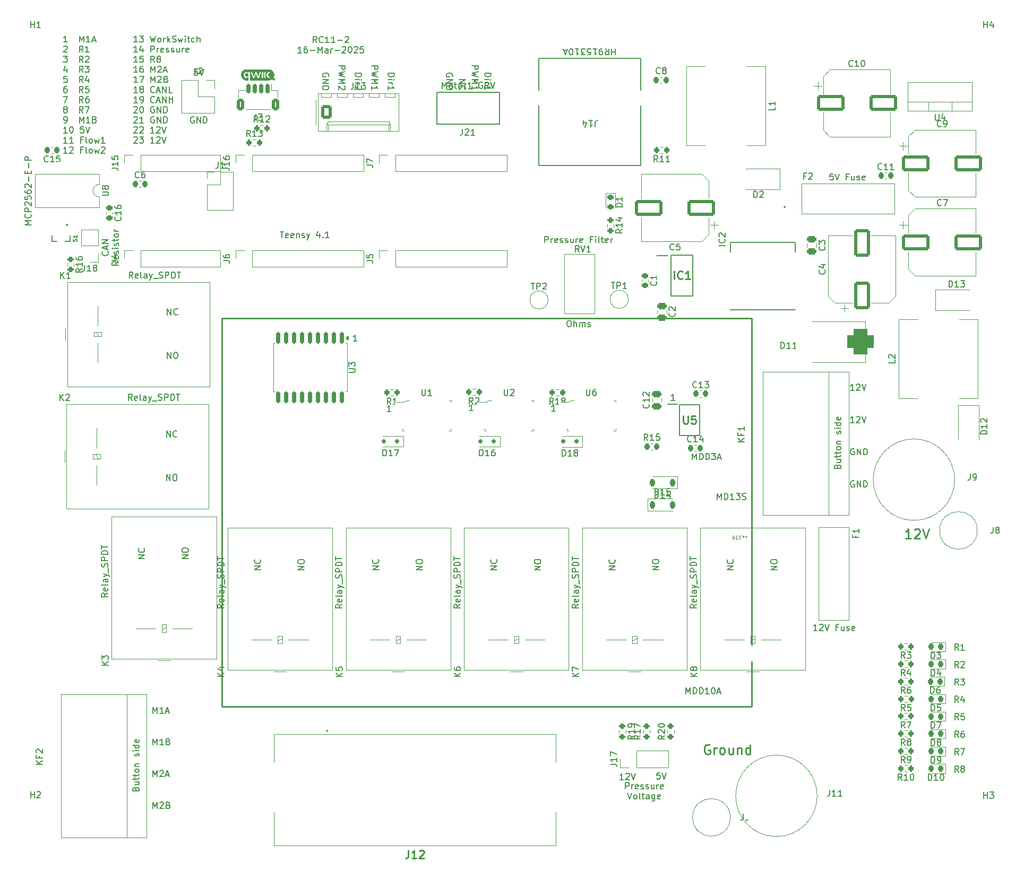
<source format=gbr>
%TF.GenerationSoftware,KiCad,Pcbnew,8.0.8*%
%TF.CreationDate,2025-03-16T07:00:45-06:00*%
%TF.ProjectId,RC11,52433131-2e6b-4696-9361-645f70636258,rev?*%
%TF.SameCoordinates,Original*%
%TF.FileFunction,Legend,Top*%
%TF.FilePolarity,Positive*%
%FSLAX46Y46*%
G04 Gerber Fmt 4.6, Leading zero omitted, Abs format (unit mm)*
G04 Created by KiCad (PCBNEW 8.0.8) date 2025-03-16 07:00:45*
%MOMM*%
%LPD*%
G01*
G04 APERTURE LIST*
G04 Aperture macros list*
%AMRoundRect*
0 Rectangle with rounded corners*
0 $1 Rounding radius*
0 $2 $3 $4 $5 $6 $7 $8 $9 X,Y pos of 4 corners*
0 Add a 4 corners polygon primitive as box body*
4,1,4,$2,$3,$4,$5,$6,$7,$8,$9,$2,$3,0*
0 Add four circle primitives for the rounded corners*
1,1,$1+$1,$2,$3*
1,1,$1+$1,$4,$5*
1,1,$1+$1,$6,$7*
1,1,$1+$1,$8,$9*
0 Add four rect primitives between the rounded corners*
20,1,$1+$1,$2,$3,$4,$5,0*
20,1,$1+$1,$4,$5,$6,$7,0*
20,1,$1+$1,$6,$7,$8,$9,0*
20,1,$1+$1,$8,$9,$2,$3,0*%
G04 Aperture macros list end*
%ADD10C,0.150000*%
%ADD11C,0.254000*%
%ADD12C,0.015000*%
%ADD13C,0.120000*%
%ADD14C,0.100000*%
%ADD15C,0.200000*%
%ADD16C,0.127000*%
%ADD17C,0.152400*%
%ADD18C,0.010000*%
%ADD19C,2.625000*%
%ADD20C,4.395000*%
%ADD21R,1.600000X1.600000*%
%ADD22O,1.600000X1.600000*%
%ADD23R,1.300000X1.500000*%
%ADD24R,1.500000X0.650000*%
%ADD25R,1.905000X2.000000*%
%ADD26O,1.905000X2.000000*%
%ADD27RoundRect,0.150000X-0.150000X0.800000X-0.150000X-0.800000X0.150000X-0.800000X0.150000X0.800000X0*%
%ADD28C,2.500000*%
%ADD29C,2.000000*%
%ADD30RoundRect,0.200000X0.275000X-0.200000X0.275000X0.200000X-0.275000X0.200000X-0.275000X-0.200000X0*%
%ADD31RoundRect,0.200000X-0.275000X0.200000X-0.275000X-0.200000X0.275000X-0.200000X0.275000X0.200000X0*%
%ADD32RoundRect,0.200000X0.200000X0.275000X-0.200000X0.275000X-0.200000X-0.275000X0.200000X-0.275000X0*%
%ADD33RoundRect,0.225000X-0.225000X-0.250000X0.225000X-0.250000X0.225000X0.250000X-0.225000X0.250000X0*%
%ADD34RoundRect,0.200000X-0.200000X-0.275000X0.200000X-0.275000X0.200000X0.275000X-0.200000X0.275000X0*%
%ADD35R,5.400000X2.900000*%
%ADD36R,2.600000X2.600000*%
%ADD37C,2.600000*%
%ADD38O,2.500000X2.500000*%
%ADD39R,2.500000X2.500000*%
%ADD40R,1.308000X1.308000*%
%ADD41C,1.308000*%
%ADD42R,1.700000X1.700000*%
%ADD43O,1.700000X1.700000*%
%ADD44C,3.251200*%
%ADD45C,1.397000*%
%ADD46C,1.524000*%
%ADD47C,2.445000*%
%ADD48RoundRect,0.250000X-0.620000X-0.845000X0.620000X-0.845000X0.620000X0.845000X-0.620000X0.845000X0*%
%ADD49O,1.740000X2.190000*%
%ADD50C,12.000000*%
%ADD51C,5.000000*%
%ADD52RoundRect,0.150000X0.150000X0.625000X-0.150000X0.625000X-0.150000X-0.625000X0.150000X-0.625000X0*%
%ADD53RoundRect,0.250000X0.350000X0.650000X-0.350000X0.650000X-0.350000X-0.650000X0.350000X-0.650000X0*%
%ADD54R,1.350000X1.350000*%
%ADD55O,1.350000X1.350000*%
%ADD56R,1.050000X3.210000*%
%ADD57R,10.530000X8.460000*%
%ADD58R,1.750000X0.950000*%
%ADD59R,1.750000X3.250000*%
%ADD60C,3.200000*%
%ADD61R,2.000000X3.000000*%
%ADD62O,2.000000X3.000000*%
%ADD63R,3.000000X2.000000*%
%ADD64O,3.000000X2.000000*%
%ADD65RoundRect,0.175000X0.175000X0.175000X-0.175000X0.175000X-0.175000X-0.175000X0.175000X-0.175000X0*%
%ADD66RoundRect,0.225000X-0.225000X-0.375000X0.225000X-0.375000X0.225000X0.375000X-0.225000X0.375000X0*%
%ADD67RoundRect,0.225000X0.225000X0.375000X-0.225000X0.375000X-0.225000X-0.375000X0.225000X-0.375000X0*%
%ADD68R,1.800000X1.800000*%
%ADD69RoundRect,1.025000X-1.125000X1.025000X-1.125000X-1.025000X1.125000X-1.025000X1.125000X1.025000X0*%
%ADD70R,4.300000X4.100000*%
%ADD71RoundRect,0.218750X0.218750X0.256250X-0.218750X0.256250X-0.218750X-0.256250X0.218750X-0.256250X0*%
%ADD72RoundRect,0.218750X-0.256250X0.218750X-0.256250X-0.218750X0.256250X-0.218750X0.256250X0.218750X0*%
%ADD73RoundRect,0.225000X-0.250000X0.225000X-0.250000X-0.225000X0.250000X-0.225000X0.250000X0.225000X0*%
%ADD74RoundRect,0.225000X0.225000X0.250000X-0.225000X0.250000X-0.225000X-0.250000X0.225000X-0.250000X0*%
%ADD75RoundRect,0.250000X0.475000X-0.250000X0.475000X0.250000X-0.475000X0.250000X-0.475000X-0.250000X0*%
%ADD76RoundRect,0.250000X-1.950000X-1.000000X1.950000X-1.000000X1.950000X1.000000X-1.950000X1.000000X0*%
%ADD77RoundRect,0.250000X1.950000X1.000000X-1.950000X1.000000X-1.950000X-1.000000X1.950000X-1.000000X0*%
%ADD78RoundRect,0.250000X1.000000X-1.950000X1.000000X1.950000X-1.000000X1.950000X-1.000000X-1.950000X0*%
%ADD79RoundRect,0.250000X-0.475000X0.250000X-0.475000X-0.250000X0.475000X-0.250000X0.475000X0.250000X0*%
G04 APERTURE END LIST*
D10*
X95141780Y-37042533D02*
X96141780Y-37042533D01*
X96141780Y-37042533D02*
X96141780Y-37280628D01*
X96141780Y-37280628D02*
X96094161Y-37423485D01*
X96094161Y-37423485D02*
X95998923Y-37518723D01*
X95998923Y-37518723D02*
X95903685Y-37566342D01*
X95903685Y-37566342D02*
X95713209Y-37613961D01*
X95713209Y-37613961D02*
X95570352Y-37613961D01*
X95570352Y-37613961D02*
X95379876Y-37566342D01*
X95379876Y-37566342D02*
X95284638Y-37518723D01*
X95284638Y-37518723D02*
X95189400Y-37423485D01*
X95189400Y-37423485D02*
X95141780Y-37280628D01*
X95141780Y-37280628D02*
X95141780Y-37042533D01*
X95141780Y-38042533D02*
X95808447Y-38042533D01*
X96141780Y-38042533D02*
X96094161Y-37994914D01*
X96094161Y-37994914D02*
X96046542Y-38042533D01*
X96046542Y-38042533D02*
X96094161Y-38090152D01*
X96094161Y-38090152D02*
X96141780Y-38042533D01*
X96141780Y-38042533D02*
X96046542Y-38042533D01*
X95141780Y-38518723D02*
X95808447Y-38518723D01*
X95617971Y-38518723D02*
X95713209Y-38566342D01*
X95713209Y-38566342D02*
X95760828Y-38613961D01*
X95760828Y-38613961D02*
X95808447Y-38709199D01*
X95808447Y-38709199D02*
X95808447Y-38804437D01*
X95141780Y-39661580D02*
X95141780Y-39090152D01*
X95141780Y-39375866D02*
X96141780Y-39375866D01*
X96141780Y-39375866D02*
X95998923Y-39280628D01*
X95998923Y-39280628D02*
X95903685Y-39185390D01*
X95903685Y-39185390D02*
X95856066Y-39090152D01*
X93101312Y-35852057D02*
X94101312Y-35852057D01*
X94101312Y-35852057D02*
X94101312Y-36233009D01*
X94101312Y-36233009D02*
X94053693Y-36328247D01*
X94053693Y-36328247D02*
X94006074Y-36375866D01*
X94006074Y-36375866D02*
X93910836Y-36423485D01*
X93910836Y-36423485D02*
X93767979Y-36423485D01*
X93767979Y-36423485D02*
X93672741Y-36375866D01*
X93672741Y-36375866D02*
X93625122Y-36328247D01*
X93625122Y-36328247D02*
X93577503Y-36233009D01*
X93577503Y-36233009D02*
X93577503Y-35852057D01*
X94101312Y-36756819D02*
X93101312Y-36994914D01*
X93101312Y-36994914D02*
X93815598Y-37185390D01*
X93815598Y-37185390D02*
X93101312Y-37375866D01*
X93101312Y-37375866D02*
X94101312Y-37613962D01*
X93101312Y-37994914D02*
X94101312Y-37994914D01*
X94101312Y-37994914D02*
X93387027Y-38328247D01*
X93387027Y-38328247D02*
X94101312Y-38661580D01*
X94101312Y-38661580D02*
X93101312Y-38661580D01*
X93101312Y-39661580D02*
X93101312Y-39090152D01*
X93101312Y-39375866D02*
X94101312Y-39375866D01*
X94101312Y-39375866D02*
X93958455Y-39280628D01*
X93958455Y-39280628D02*
X93863217Y-39185390D01*
X93863217Y-39185390D02*
X93815598Y-39090152D01*
X79723980Y-37042533D02*
X80723980Y-37042533D01*
X80723980Y-37042533D02*
X80723980Y-37280628D01*
X80723980Y-37280628D02*
X80676361Y-37423485D01*
X80676361Y-37423485D02*
X80581123Y-37518723D01*
X80581123Y-37518723D02*
X80485885Y-37566342D01*
X80485885Y-37566342D02*
X80295409Y-37613961D01*
X80295409Y-37613961D02*
X80152552Y-37613961D01*
X80152552Y-37613961D02*
X79962076Y-37566342D01*
X79962076Y-37566342D02*
X79866838Y-37518723D01*
X79866838Y-37518723D02*
X79771600Y-37423485D01*
X79771600Y-37423485D02*
X79723980Y-37280628D01*
X79723980Y-37280628D02*
X79723980Y-37042533D01*
X79723980Y-38042533D02*
X80390647Y-38042533D01*
X80723980Y-38042533D02*
X80676361Y-37994914D01*
X80676361Y-37994914D02*
X80628742Y-38042533D01*
X80628742Y-38042533D02*
X80676361Y-38090152D01*
X80676361Y-38090152D02*
X80723980Y-38042533D01*
X80723980Y-38042533D02*
X80628742Y-38042533D01*
X79723980Y-38518723D02*
X80390647Y-38518723D01*
X80200171Y-38518723D02*
X80295409Y-38566342D01*
X80295409Y-38566342D02*
X80343028Y-38613961D01*
X80343028Y-38613961D02*
X80390647Y-38709199D01*
X80390647Y-38709199D02*
X80390647Y-38804437D01*
X79723980Y-39661580D02*
X79723980Y-39090152D01*
X79723980Y-39375866D02*
X80723980Y-39375866D01*
X80723980Y-39375866D02*
X80581123Y-39280628D01*
X80581123Y-39280628D02*
X80485885Y-39185390D01*
X80485885Y-39185390D02*
X80438266Y-39090152D01*
X108527255Y-76469819D02*
X108717731Y-76469819D01*
X108717731Y-76469819D02*
X108812969Y-76517438D01*
X108812969Y-76517438D02*
X108908207Y-76612676D01*
X108908207Y-76612676D02*
X108955826Y-76803152D01*
X108955826Y-76803152D02*
X108955826Y-77136485D01*
X108955826Y-77136485D02*
X108908207Y-77326961D01*
X108908207Y-77326961D02*
X108812969Y-77422200D01*
X108812969Y-77422200D02*
X108717731Y-77469819D01*
X108717731Y-77469819D02*
X108527255Y-77469819D01*
X108527255Y-77469819D02*
X108432017Y-77422200D01*
X108432017Y-77422200D02*
X108336779Y-77326961D01*
X108336779Y-77326961D02*
X108289160Y-77136485D01*
X108289160Y-77136485D02*
X108289160Y-76803152D01*
X108289160Y-76803152D02*
X108336779Y-76612676D01*
X108336779Y-76612676D02*
X108432017Y-76517438D01*
X108432017Y-76517438D02*
X108527255Y-76469819D01*
X109384398Y-77469819D02*
X109384398Y-76469819D01*
X109812969Y-77469819D02*
X109812969Y-76946009D01*
X109812969Y-76946009D02*
X109765350Y-76850771D01*
X109765350Y-76850771D02*
X109670112Y-76803152D01*
X109670112Y-76803152D02*
X109527255Y-76803152D01*
X109527255Y-76803152D02*
X109432017Y-76850771D01*
X109432017Y-76850771D02*
X109384398Y-76898390D01*
X110289160Y-77469819D02*
X110289160Y-76803152D01*
X110289160Y-76898390D02*
X110336779Y-76850771D01*
X110336779Y-76850771D02*
X110432017Y-76803152D01*
X110432017Y-76803152D02*
X110574874Y-76803152D01*
X110574874Y-76803152D02*
X110670112Y-76850771D01*
X110670112Y-76850771D02*
X110717731Y-76946009D01*
X110717731Y-76946009D02*
X110717731Y-77469819D01*
X110717731Y-76946009D02*
X110765350Y-76850771D01*
X110765350Y-76850771D02*
X110860588Y-76803152D01*
X110860588Y-76803152D02*
X111003445Y-76803152D01*
X111003445Y-76803152D02*
X111098684Y-76850771D01*
X111098684Y-76850771D02*
X111146303Y-76946009D01*
X111146303Y-76946009D02*
X111146303Y-77469819D01*
X111574874Y-77422200D02*
X111670112Y-77469819D01*
X111670112Y-77469819D02*
X111860588Y-77469819D01*
X111860588Y-77469819D02*
X111955826Y-77422200D01*
X111955826Y-77422200D02*
X112003445Y-77326961D01*
X112003445Y-77326961D02*
X112003445Y-77279342D01*
X112003445Y-77279342D02*
X111955826Y-77184104D01*
X111955826Y-77184104D02*
X111860588Y-77136485D01*
X111860588Y-77136485D02*
X111717731Y-77136485D01*
X111717731Y-77136485D02*
X111622493Y-77088866D01*
X111622493Y-77088866D02*
X111574874Y-76993628D01*
X111574874Y-76993628D02*
X111574874Y-76946009D01*
X111574874Y-76946009D02*
X111622493Y-76850771D01*
X111622493Y-76850771D02*
X111717731Y-76803152D01*
X111717731Y-76803152D02*
X111860588Y-76803152D01*
X111860588Y-76803152D02*
X111955826Y-76850771D01*
X71894430Y-35852057D02*
X72894430Y-35852057D01*
X72894430Y-35852057D02*
X72894430Y-36233009D01*
X72894430Y-36233009D02*
X72846811Y-36328247D01*
X72846811Y-36328247D02*
X72799192Y-36375866D01*
X72799192Y-36375866D02*
X72703954Y-36423485D01*
X72703954Y-36423485D02*
X72561097Y-36423485D01*
X72561097Y-36423485D02*
X72465859Y-36375866D01*
X72465859Y-36375866D02*
X72418240Y-36328247D01*
X72418240Y-36328247D02*
X72370621Y-36233009D01*
X72370621Y-36233009D02*
X72370621Y-35852057D01*
X72894430Y-36756819D02*
X71894430Y-36994914D01*
X71894430Y-36994914D02*
X72608716Y-37185390D01*
X72608716Y-37185390D02*
X71894430Y-37375866D01*
X71894430Y-37375866D02*
X72894430Y-37613962D01*
X71894430Y-37994914D02*
X72894430Y-37994914D01*
X72894430Y-37994914D02*
X72180145Y-38328247D01*
X72180145Y-38328247D02*
X72894430Y-38661580D01*
X72894430Y-38661580D02*
X71894430Y-38661580D01*
X72799192Y-39090152D02*
X72846811Y-39137771D01*
X72846811Y-39137771D02*
X72894430Y-39233009D01*
X72894430Y-39233009D02*
X72894430Y-39471104D01*
X72894430Y-39471104D02*
X72846811Y-39566342D01*
X72846811Y-39566342D02*
X72799192Y-39613961D01*
X72799192Y-39613961D02*
X72703954Y-39661580D01*
X72703954Y-39661580D02*
X72608716Y-39661580D01*
X72608716Y-39661580D02*
X72465859Y-39613961D01*
X72465859Y-39613961D02*
X71894430Y-39042533D01*
X71894430Y-39042533D02*
X71894430Y-39661580D01*
X35034636Y-65502857D02*
X35082256Y-65550476D01*
X35082256Y-65550476D02*
X35129875Y-65693333D01*
X35129875Y-65693333D02*
X35129875Y-65788571D01*
X35129875Y-65788571D02*
X35082256Y-65931428D01*
X35082256Y-65931428D02*
X34987017Y-66026666D01*
X34987017Y-66026666D02*
X34891779Y-66074285D01*
X34891779Y-66074285D02*
X34701303Y-66121904D01*
X34701303Y-66121904D02*
X34558446Y-66121904D01*
X34558446Y-66121904D02*
X34367970Y-66074285D01*
X34367970Y-66074285D02*
X34272732Y-66026666D01*
X34272732Y-66026666D02*
X34177494Y-65931428D01*
X34177494Y-65931428D02*
X34129875Y-65788571D01*
X34129875Y-65788571D02*
X34129875Y-65693333D01*
X34129875Y-65693333D02*
X34177494Y-65550476D01*
X34177494Y-65550476D02*
X34225113Y-65502857D01*
X34844160Y-65121904D02*
X34844160Y-64645714D01*
X35129875Y-65217142D02*
X34129875Y-64883809D01*
X34129875Y-64883809D02*
X35129875Y-64550476D01*
X35129875Y-64217142D02*
X34129875Y-64217142D01*
X34129875Y-64217142D02*
X35129875Y-63645714D01*
X35129875Y-63645714D02*
X34129875Y-63645714D01*
X36739819Y-67074286D02*
X36263628Y-67407619D01*
X36739819Y-67645714D02*
X35739819Y-67645714D01*
X35739819Y-67645714D02*
X35739819Y-67264762D01*
X35739819Y-67264762D02*
X35787438Y-67169524D01*
X35787438Y-67169524D02*
X35835057Y-67121905D01*
X35835057Y-67121905D02*
X35930295Y-67074286D01*
X35930295Y-67074286D02*
X36073152Y-67074286D01*
X36073152Y-67074286D02*
X36168390Y-67121905D01*
X36168390Y-67121905D02*
X36216009Y-67169524D01*
X36216009Y-67169524D02*
X36263628Y-67264762D01*
X36263628Y-67264762D02*
X36263628Y-67645714D01*
X36692200Y-66264762D02*
X36739819Y-66360000D01*
X36739819Y-66360000D02*
X36739819Y-66550476D01*
X36739819Y-66550476D02*
X36692200Y-66645714D01*
X36692200Y-66645714D02*
X36596961Y-66693333D01*
X36596961Y-66693333D02*
X36216009Y-66693333D01*
X36216009Y-66693333D02*
X36120771Y-66645714D01*
X36120771Y-66645714D02*
X36073152Y-66550476D01*
X36073152Y-66550476D02*
X36073152Y-66360000D01*
X36073152Y-66360000D02*
X36120771Y-66264762D01*
X36120771Y-66264762D02*
X36216009Y-66217143D01*
X36216009Y-66217143D02*
X36311247Y-66217143D01*
X36311247Y-66217143D02*
X36406485Y-66693333D01*
X36692200Y-65836190D02*
X36739819Y-65740952D01*
X36739819Y-65740952D02*
X36739819Y-65550476D01*
X36739819Y-65550476D02*
X36692200Y-65455238D01*
X36692200Y-65455238D02*
X36596961Y-65407619D01*
X36596961Y-65407619D02*
X36549342Y-65407619D01*
X36549342Y-65407619D02*
X36454104Y-65455238D01*
X36454104Y-65455238D02*
X36406485Y-65550476D01*
X36406485Y-65550476D02*
X36406485Y-65693333D01*
X36406485Y-65693333D02*
X36358866Y-65788571D01*
X36358866Y-65788571D02*
X36263628Y-65836190D01*
X36263628Y-65836190D02*
X36216009Y-65836190D01*
X36216009Y-65836190D02*
X36120771Y-65788571D01*
X36120771Y-65788571D02*
X36073152Y-65693333D01*
X36073152Y-65693333D02*
X36073152Y-65550476D01*
X36073152Y-65550476D02*
X36120771Y-65455238D01*
X36739819Y-64979047D02*
X36073152Y-64979047D01*
X35739819Y-64979047D02*
X35787438Y-65026666D01*
X35787438Y-65026666D02*
X35835057Y-64979047D01*
X35835057Y-64979047D02*
X35787438Y-64931428D01*
X35787438Y-64931428D02*
X35739819Y-64979047D01*
X35739819Y-64979047D02*
X35835057Y-64979047D01*
X36692200Y-64550476D02*
X36739819Y-64455238D01*
X36739819Y-64455238D02*
X36739819Y-64264762D01*
X36739819Y-64264762D02*
X36692200Y-64169524D01*
X36692200Y-64169524D02*
X36596961Y-64121905D01*
X36596961Y-64121905D02*
X36549342Y-64121905D01*
X36549342Y-64121905D02*
X36454104Y-64169524D01*
X36454104Y-64169524D02*
X36406485Y-64264762D01*
X36406485Y-64264762D02*
X36406485Y-64407619D01*
X36406485Y-64407619D02*
X36358866Y-64502857D01*
X36358866Y-64502857D02*
X36263628Y-64550476D01*
X36263628Y-64550476D02*
X36216009Y-64550476D01*
X36216009Y-64550476D02*
X36120771Y-64502857D01*
X36120771Y-64502857D02*
X36073152Y-64407619D01*
X36073152Y-64407619D02*
X36073152Y-64264762D01*
X36073152Y-64264762D02*
X36120771Y-64169524D01*
X36073152Y-63836190D02*
X36073152Y-63455238D01*
X35739819Y-63693333D02*
X36596961Y-63693333D01*
X36596961Y-63693333D02*
X36692200Y-63645714D01*
X36692200Y-63645714D02*
X36739819Y-63550476D01*
X36739819Y-63550476D02*
X36739819Y-63455238D01*
X36739819Y-62979047D02*
X36692200Y-63074285D01*
X36692200Y-63074285D02*
X36644580Y-63121904D01*
X36644580Y-63121904D02*
X36549342Y-63169523D01*
X36549342Y-63169523D02*
X36263628Y-63169523D01*
X36263628Y-63169523D02*
X36168390Y-63121904D01*
X36168390Y-63121904D02*
X36120771Y-63074285D01*
X36120771Y-63074285D02*
X36073152Y-62979047D01*
X36073152Y-62979047D02*
X36073152Y-62836190D01*
X36073152Y-62836190D02*
X36120771Y-62740952D01*
X36120771Y-62740952D02*
X36168390Y-62693333D01*
X36168390Y-62693333D02*
X36263628Y-62645714D01*
X36263628Y-62645714D02*
X36549342Y-62645714D01*
X36549342Y-62645714D02*
X36644580Y-62693333D01*
X36644580Y-62693333D02*
X36692200Y-62740952D01*
X36692200Y-62740952D02*
X36739819Y-62836190D01*
X36739819Y-62836190D02*
X36739819Y-62979047D01*
X36739819Y-62217142D02*
X36073152Y-62217142D01*
X36263628Y-62217142D02*
X36168390Y-62169523D01*
X36168390Y-62169523D02*
X36120771Y-62121904D01*
X36120771Y-62121904D02*
X36073152Y-62026666D01*
X36073152Y-62026666D02*
X36073152Y-61931428D01*
X170708207Y-140229819D02*
X170374874Y-139753628D01*
X170136779Y-140229819D02*
X170136779Y-139229819D01*
X170136779Y-139229819D02*
X170517731Y-139229819D01*
X170517731Y-139229819D02*
X170612969Y-139277438D01*
X170612969Y-139277438D02*
X170660588Y-139325057D01*
X170660588Y-139325057D02*
X170708207Y-139420295D01*
X170708207Y-139420295D02*
X170708207Y-139563152D01*
X170708207Y-139563152D02*
X170660588Y-139658390D01*
X170660588Y-139658390D02*
X170612969Y-139706009D01*
X170612969Y-139706009D02*
X170517731Y-139753628D01*
X170517731Y-139753628D02*
X170136779Y-139753628D01*
X171612969Y-139229819D02*
X171136779Y-139229819D01*
X171136779Y-139229819D02*
X171089160Y-139706009D01*
X171089160Y-139706009D02*
X171136779Y-139658390D01*
X171136779Y-139658390D02*
X171232017Y-139610771D01*
X171232017Y-139610771D02*
X171470112Y-139610771D01*
X171470112Y-139610771D02*
X171565350Y-139658390D01*
X171565350Y-139658390D02*
X171612969Y-139706009D01*
X171612969Y-139706009D02*
X171660588Y-139801247D01*
X171660588Y-139801247D02*
X171660588Y-140039342D01*
X171660588Y-140039342D02*
X171612969Y-140134580D01*
X171612969Y-140134580D02*
X171565350Y-140182200D01*
X171565350Y-140182200D02*
X171470112Y-140229819D01*
X171470112Y-140229819D02*
X171232017Y-140229819D01*
X171232017Y-140229819D02*
X171136779Y-140182200D01*
X171136779Y-140182200D02*
X171089160Y-140134580D01*
X170708207Y-145789819D02*
X170374874Y-145313628D01*
X170136779Y-145789819D02*
X170136779Y-144789819D01*
X170136779Y-144789819D02*
X170517731Y-144789819D01*
X170517731Y-144789819D02*
X170612969Y-144837438D01*
X170612969Y-144837438D02*
X170660588Y-144885057D01*
X170660588Y-144885057D02*
X170708207Y-144980295D01*
X170708207Y-144980295D02*
X170708207Y-145123152D01*
X170708207Y-145123152D02*
X170660588Y-145218390D01*
X170660588Y-145218390D02*
X170612969Y-145266009D01*
X170612969Y-145266009D02*
X170517731Y-145313628D01*
X170517731Y-145313628D02*
X170136779Y-145313628D01*
X171041541Y-144789819D02*
X171708207Y-144789819D01*
X171708207Y-144789819D02*
X171279636Y-145789819D01*
X49312969Y-36369819D02*
X48836779Y-36369819D01*
X48836779Y-36369819D02*
X48789160Y-36846009D01*
X48789160Y-36846009D02*
X48836779Y-36798390D01*
X48836779Y-36798390D02*
X48932017Y-36750771D01*
X48932017Y-36750771D02*
X49170112Y-36750771D01*
X49170112Y-36750771D02*
X49265350Y-36798390D01*
X49265350Y-36798390D02*
X49312969Y-36846009D01*
X49312969Y-36846009D02*
X49360588Y-36941247D01*
X49360588Y-36941247D02*
X49360588Y-37179342D01*
X49360588Y-37179342D02*
X49312969Y-37274580D01*
X49312969Y-37274580D02*
X49265350Y-37322200D01*
X49265350Y-37322200D02*
X49170112Y-37369819D01*
X49170112Y-37369819D02*
X48932017Y-37369819D01*
X48932017Y-37369819D02*
X48836779Y-37322200D01*
X48836779Y-37322200D02*
X48789160Y-37274580D01*
X49646303Y-36369819D02*
X49979636Y-37369819D01*
X49979636Y-37369819D02*
X50312969Y-36369819D01*
X42248505Y-154371419D02*
X42248505Y-153371419D01*
X42248505Y-153371419D02*
X42581838Y-154085704D01*
X42581838Y-154085704D02*
X42915171Y-153371419D01*
X42915171Y-153371419D02*
X42915171Y-154371419D01*
X43343743Y-153466657D02*
X43391362Y-153419038D01*
X43391362Y-153419038D02*
X43486600Y-153371419D01*
X43486600Y-153371419D02*
X43724695Y-153371419D01*
X43724695Y-153371419D02*
X43819933Y-153419038D01*
X43819933Y-153419038D02*
X43867552Y-153466657D01*
X43867552Y-153466657D02*
X43915171Y-153561895D01*
X43915171Y-153561895D02*
X43915171Y-153657133D01*
X43915171Y-153657133D02*
X43867552Y-153799990D01*
X43867552Y-153799990D02*
X43296124Y-154371419D01*
X43296124Y-154371419D02*
X43915171Y-154371419D01*
X44677076Y-153847609D02*
X44819933Y-153895228D01*
X44819933Y-153895228D02*
X44867552Y-153942847D01*
X44867552Y-153942847D02*
X44915171Y-154038085D01*
X44915171Y-154038085D02*
X44915171Y-154180942D01*
X44915171Y-154180942D02*
X44867552Y-154276180D01*
X44867552Y-154276180D02*
X44819933Y-154323800D01*
X44819933Y-154323800D02*
X44724695Y-154371419D01*
X44724695Y-154371419D02*
X44343743Y-154371419D01*
X44343743Y-154371419D02*
X44343743Y-153371419D01*
X44343743Y-153371419D02*
X44677076Y-153371419D01*
X44677076Y-153371419D02*
X44772314Y-153419038D01*
X44772314Y-153419038D02*
X44819933Y-153466657D01*
X44819933Y-153466657D02*
X44867552Y-153561895D01*
X44867552Y-153561895D02*
X44867552Y-153657133D01*
X44867552Y-153657133D02*
X44819933Y-153752371D01*
X44819933Y-153752371D02*
X44772314Y-153799990D01*
X44772314Y-153799990D02*
X44677076Y-153847609D01*
X44677076Y-153847609D02*
X44343743Y-153847609D01*
X170708207Y-131889819D02*
X170374874Y-131413628D01*
X170136779Y-131889819D02*
X170136779Y-130889819D01*
X170136779Y-130889819D02*
X170517731Y-130889819D01*
X170517731Y-130889819D02*
X170612969Y-130937438D01*
X170612969Y-130937438D02*
X170660588Y-130985057D01*
X170660588Y-130985057D02*
X170708207Y-131080295D01*
X170708207Y-131080295D02*
X170708207Y-131223152D01*
X170708207Y-131223152D02*
X170660588Y-131318390D01*
X170660588Y-131318390D02*
X170612969Y-131366009D01*
X170612969Y-131366009D02*
X170517731Y-131413628D01*
X170517731Y-131413628D02*
X170136779Y-131413628D01*
X171089160Y-130985057D02*
X171136779Y-130937438D01*
X171136779Y-130937438D02*
X171232017Y-130889819D01*
X171232017Y-130889819D02*
X171470112Y-130889819D01*
X171470112Y-130889819D02*
X171565350Y-130937438D01*
X171565350Y-130937438D02*
X171612969Y-130985057D01*
X171612969Y-130985057D02*
X171660588Y-131080295D01*
X171660588Y-131080295D02*
X171660588Y-131175533D01*
X171660588Y-131175533D02*
X171612969Y-131318390D01*
X171612969Y-131318390D02*
X171041541Y-131889819D01*
X171041541Y-131889819D02*
X171660588Y-131889819D01*
X74760588Y-79779819D02*
X74189160Y-79779819D01*
X74474874Y-79779819D02*
X74474874Y-78779819D01*
X74474874Y-78779819D02*
X74379636Y-78922676D01*
X74379636Y-78922676D02*
X74284398Y-79017914D01*
X74284398Y-79017914D02*
X74189160Y-79065533D01*
X48760588Y-44017438D02*
X48665350Y-43969819D01*
X48665350Y-43969819D02*
X48522493Y-43969819D01*
X48522493Y-43969819D02*
X48379636Y-44017438D01*
X48379636Y-44017438D02*
X48284398Y-44112676D01*
X48284398Y-44112676D02*
X48236779Y-44207914D01*
X48236779Y-44207914D02*
X48189160Y-44398390D01*
X48189160Y-44398390D02*
X48189160Y-44541247D01*
X48189160Y-44541247D02*
X48236779Y-44731723D01*
X48236779Y-44731723D02*
X48284398Y-44826961D01*
X48284398Y-44826961D02*
X48379636Y-44922200D01*
X48379636Y-44922200D02*
X48522493Y-44969819D01*
X48522493Y-44969819D02*
X48617731Y-44969819D01*
X48617731Y-44969819D02*
X48760588Y-44922200D01*
X48760588Y-44922200D02*
X48808207Y-44874580D01*
X48808207Y-44874580D02*
X48808207Y-44541247D01*
X48808207Y-44541247D02*
X48617731Y-44541247D01*
X49236779Y-44969819D02*
X49236779Y-43969819D01*
X49236779Y-43969819D02*
X49808207Y-44969819D01*
X49808207Y-44969819D02*
X49808207Y-43969819D01*
X50284398Y-44969819D02*
X50284398Y-43969819D01*
X50284398Y-43969819D02*
X50522493Y-43969819D01*
X50522493Y-43969819D02*
X50665350Y-44017438D01*
X50665350Y-44017438D02*
X50760588Y-44112676D01*
X50760588Y-44112676D02*
X50808207Y-44207914D01*
X50808207Y-44207914D02*
X50855826Y-44398390D01*
X50855826Y-44398390D02*
X50855826Y-44541247D01*
X50855826Y-44541247D02*
X50808207Y-44731723D01*
X50808207Y-44731723D02*
X50760588Y-44826961D01*
X50760588Y-44826961D02*
X50665350Y-44922200D01*
X50665350Y-44922200D02*
X50522493Y-44969819D01*
X50522493Y-44969819D02*
X50284398Y-44969819D01*
X170708207Y-129109819D02*
X170374874Y-128633628D01*
X170136779Y-129109819D02*
X170136779Y-128109819D01*
X170136779Y-128109819D02*
X170517731Y-128109819D01*
X170517731Y-128109819D02*
X170612969Y-128157438D01*
X170612969Y-128157438D02*
X170660588Y-128205057D01*
X170660588Y-128205057D02*
X170708207Y-128300295D01*
X170708207Y-128300295D02*
X170708207Y-128443152D01*
X170708207Y-128443152D02*
X170660588Y-128538390D01*
X170660588Y-128538390D02*
X170612969Y-128586009D01*
X170612969Y-128586009D02*
X170517731Y-128633628D01*
X170517731Y-128633628D02*
X170136779Y-128633628D01*
X171660588Y-129109819D02*
X171089160Y-129109819D01*
X171374874Y-129109819D02*
X171374874Y-128109819D01*
X171374874Y-128109819D02*
X171279636Y-128252676D01*
X171279636Y-128252676D02*
X171184398Y-128347914D01*
X171184398Y-128347914D02*
X171089160Y-128395533D01*
X74504280Y-37042533D02*
X75504280Y-37042533D01*
X75504280Y-37042533D02*
X75504280Y-37280628D01*
X75504280Y-37280628D02*
X75456661Y-37423485D01*
X75456661Y-37423485D02*
X75361423Y-37518723D01*
X75361423Y-37518723D02*
X75266185Y-37566342D01*
X75266185Y-37566342D02*
X75075709Y-37613961D01*
X75075709Y-37613961D02*
X74932852Y-37613961D01*
X74932852Y-37613961D02*
X74742376Y-37566342D01*
X74742376Y-37566342D02*
X74647138Y-37518723D01*
X74647138Y-37518723D02*
X74551900Y-37423485D01*
X74551900Y-37423485D02*
X74504280Y-37280628D01*
X74504280Y-37280628D02*
X74504280Y-37042533D01*
X74504280Y-38042533D02*
X75170947Y-38042533D01*
X75504280Y-38042533D02*
X75456661Y-37994914D01*
X75456661Y-37994914D02*
X75409042Y-38042533D01*
X75409042Y-38042533D02*
X75456661Y-38090152D01*
X75456661Y-38090152D02*
X75504280Y-38042533D01*
X75504280Y-38042533D02*
X75409042Y-38042533D01*
X74504280Y-38518723D02*
X75170947Y-38518723D01*
X74980471Y-38518723D02*
X75075709Y-38566342D01*
X75075709Y-38566342D02*
X75123328Y-38613961D01*
X75123328Y-38613961D02*
X75170947Y-38709199D01*
X75170947Y-38709199D02*
X75170947Y-38804437D01*
X75409042Y-39090152D02*
X75456661Y-39137771D01*
X75456661Y-39137771D02*
X75504280Y-39233009D01*
X75504280Y-39233009D02*
X75504280Y-39471104D01*
X75504280Y-39471104D02*
X75456661Y-39566342D01*
X75456661Y-39566342D02*
X75409042Y-39613961D01*
X75409042Y-39613961D02*
X75313804Y-39661580D01*
X75313804Y-39661580D02*
X75218566Y-39661580D01*
X75218566Y-39661580D02*
X75075709Y-39613961D01*
X75075709Y-39613961D02*
X74504280Y-39042533D01*
X74504280Y-39042533D02*
X74504280Y-39661580D01*
X70236961Y-37566342D02*
X70284580Y-37471104D01*
X70284580Y-37471104D02*
X70284580Y-37328247D01*
X70284580Y-37328247D02*
X70236961Y-37185390D01*
X70236961Y-37185390D02*
X70141723Y-37090152D01*
X70141723Y-37090152D02*
X70046485Y-37042533D01*
X70046485Y-37042533D02*
X69856009Y-36994914D01*
X69856009Y-36994914D02*
X69713152Y-36994914D01*
X69713152Y-36994914D02*
X69522676Y-37042533D01*
X69522676Y-37042533D02*
X69427438Y-37090152D01*
X69427438Y-37090152D02*
X69332200Y-37185390D01*
X69332200Y-37185390D02*
X69284580Y-37328247D01*
X69284580Y-37328247D02*
X69284580Y-37423485D01*
X69284580Y-37423485D02*
X69332200Y-37566342D01*
X69332200Y-37566342D02*
X69379819Y-37613961D01*
X69379819Y-37613961D02*
X69713152Y-37613961D01*
X69713152Y-37613961D02*
X69713152Y-37423485D01*
X69284580Y-38042533D02*
X70284580Y-38042533D01*
X70284580Y-38042533D02*
X69284580Y-38613961D01*
X69284580Y-38613961D02*
X70284580Y-38613961D01*
X69284580Y-39090152D02*
X70284580Y-39090152D01*
X70284580Y-39090152D02*
X70284580Y-39328247D01*
X70284580Y-39328247D02*
X70236961Y-39471104D01*
X70236961Y-39471104D02*
X70141723Y-39566342D01*
X70141723Y-39566342D02*
X70046485Y-39613961D01*
X70046485Y-39613961D02*
X69856009Y-39661580D01*
X69856009Y-39661580D02*
X69713152Y-39661580D01*
X69713152Y-39661580D02*
X69522676Y-39613961D01*
X69522676Y-39613961D02*
X69427438Y-39566342D01*
X69427438Y-39566342D02*
X69332200Y-39471104D01*
X69332200Y-39471104D02*
X69284580Y-39328247D01*
X69284580Y-39328247D02*
X69284580Y-39090152D01*
X170708207Y-134669819D02*
X170374874Y-134193628D01*
X170136779Y-134669819D02*
X170136779Y-133669819D01*
X170136779Y-133669819D02*
X170517731Y-133669819D01*
X170517731Y-133669819D02*
X170612969Y-133717438D01*
X170612969Y-133717438D02*
X170660588Y-133765057D01*
X170660588Y-133765057D02*
X170708207Y-133860295D01*
X170708207Y-133860295D02*
X170708207Y-134003152D01*
X170708207Y-134003152D02*
X170660588Y-134098390D01*
X170660588Y-134098390D02*
X170612969Y-134146009D01*
X170612969Y-134146009D02*
X170517731Y-134193628D01*
X170517731Y-134193628D02*
X170136779Y-134193628D01*
X171041541Y-133669819D02*
X171660588Y-133669819D01*
X171660588Y-133669819D02*
X171327255Y-134050771D01*
X171327255Y-134050771D02*
X171470112Y-134050771D01*
X171470112Y-134050771D02*
X171565350Y-134098390D01*
X171565350Y-134098390D02*
X171612969Y-134146009D01*
X171612969Y-134146009D02*
X171660588Y-134241247D01*
X171660588Y-134241247D02*
X171660588Y-134479342D01*
X171660588Y-134479342D02*
X171612969Y-134574580D01*
X171612969Y-134574580D02*
X171565350Y-134622200D01*
X171565350Y-134622200D02*
X171470112Y-134669819D01*
X171470112Y-134669819D02*
X171184398Y-134669819D01*
X171184398Y-134669819D02*
X171089160Y-134622200D01*
X171089160Y-134622200D02*
X171041541Y-134574580D01*
X80190588Y-91019819D02*
X79619160Y-91019819D01*
X79904874Y-91019819D02*
X79904874Y-90019819D01*
X79904874Y-90019819D02*
X79809636Y-90162676D01*
X79809636Y-90162676D02*
X79714398Y-90257914D01*
X79714398Y-90257914D02*
X79619160Y-90305533D01*
X154060588Y-102117438D02*
X153965350Y-102069819D01*
X153965350Y-102069819D02*
X153822493Y-102069819D01*
X153822493Y-102069819D02*
X153679636Y-102117438D01*
X153679636Y-102117438D02*
X153584398Y-102212676D01*
X153584398Y-102212676D02*
X153536779Y-102307914D01*
X153536779Y-102307914D02*
X153489160Y-102498390D01*
X153489160Y-102498390D02*
X153489160Y-102641247D01*
X153489160Y-102641247D02*
X153536779Y-102831723D01*
X153536779Y-102831723D02*
X153584398Y-102926961D01*
X153584398Y-102926961D02*
X153679636Y-103022200D01*
X153679636Y-103022200D02*
X153822493Y-103069819D01*
X153822493Y-103069819D02*
X153917731Y-103069819D01*
X153917731Y-103069819D02*
X154060588Y-103022200D01*
X154060588Y-103022200D02*
X154108207Y-102974580D01*
X154108207Y-102974580D02*
X154108207Y-102641247D01*
X154108207Y-102641247D02*
X153917731Y-102641247D01*
X154536779Y-103069819D02*
X154536779Y-102069819D01*
X154536779Y-102069819D02*
X155108207Y-103069819D01*
X155108207Y-103069819D02*
X155108207Y-102069819D01*
X155584398Y-103069819D02*
X155584398Y-102069819D01*
X155584398Y-102069819D02*
X155822493Y-102069819D01*
X155822493Y-102069819D02*
X155965350Y-102117438D01*
X155965350Y-102117438D02*
X156060588Y-102212676D01*
X156060588Y-102212676D02*
X156108207Y-102307914D01*
X156108207Y-102307914D02*
X156155826Y-102498390D01*
X156155826Y-102498390D02*
X156155826Y-102641247D01*
X156155826Y-102641247D02*
X156108207Y-102831723D01*
X156108207Y-102831723D02*
X156060588Y-102926961D01*
X156060588Y-102926961D02*
X155965350Y-103022200D01*
X155965350Y-103022200D02*
X155822493Y-103069819D01*
X155822493Y-103069819D02*
X155584398Y-103069819D01*
X148160588Y-125969819D02*
X147589160Y-125969819D01*
X147874874Y-125969819D02*
X147874874Y-124969819D01*
X147874874Y-124969819D02*
X147779636Y-125112676D01*
X147779636Y-125112676D02*
X147684398Y-125207914D01*
X147684398Y-125207914D02*
X147589160Y-125255533D01*
X148541541Y-125065057D02*
X148589160Y-125017438D01*
X148589160Y-125017438D02*
X148684398Y-124969819D01*
X148684398Y-124969819D02*
X148922493Y-124969819D01*
X148922493Y-124969819D02*
X149017731Y-125017438D01*
X149017731Y-125017438D02*
X149065350Y-125065057D01*
X149065350Y-125065057D02*
X149112969Y-125160295D01*
X149112969Y-125160295D02*
X149112969Y-125255533D01*
X149112969Y-125255533D02*
X149065350Y-125398390D01*
X149065350Y-125398390D02*
X148493922Y-125969819D01*
X148493922Y-125969819D02*
X149112969Y-125969819D01*
X149398684Y-124969819D02*
X149732017Y-125969819D01*
X149732017Y-125969819D02*
X150065350Y-124969819D01*
X151493922Y-125446009D02*
X151160589Y-125446009D01*
X151160589Y-125969819D02*
X151160589Y-124969819D01*
X151160589Y-124969819D02*
X151636779Y-124969819D01*
X152446303Y-125303152D02*
X152446303Y-125969819D01*
X152017732Y-125303152D02*
X152017732Y-125826961D01*
X152017732Y-125826961D02*
X152065351Y-125922200D01*
X152065351Y-125922200D02*
X152160589Y-125969819D01*
X152160589Y-125969819D02*
X152303446Y-125969819D01*
X152303446Y-125969819D02*
X152398684Y-125922200D01*
X152398684Y-125922200D02*
X152446303Y-125874580D01*
X152874875Y-125922200D02*
X152970113Y-125969819D01*
X152970113Y-125969819D02*
X153160589Y-125969819D01*
X153160589Y-125969819D02*
X153255827Y-125922200D01*
X153255827Y-125922200D02*
X153303446Y-125826961D01*
X153303446Y-125826961D02*
X153303446Y-125779342D01*
X153303446Y-125779342D02*
X153255827Y-125684104D01*
X153255827Y-125684104D02*
X153160589Y-125636485D01*
X153160589Y-125636485D02*
X153017732Y-125636485D01*
X153017732Y-125636485D02*
X152922494Y-125588866D01*
X152922494Y-125588866D02*
X152874875Y-125493628D01*
X152874875Y-125493628D02*
X152874875Y-125446009D01*
X152874875Y-125446009D02*
X152922494Y-125350771D01*
X152922494Y-125350771D02*
X153017732Y-125303152D01*
X153017732Y-125303152D02*
X153160589Y-125303152D01*
X153160589Y-125303152D02*
X153255827Y-125350771D01*
X154112970Y-125922200D02*
X154017732Y-125969819D01*
X154017732Y-125969819D02*
X153827256Y-125969819D01*
X153827256Y-125969819D02*
X153732018Y-125922200D01*
X153732018Y-125922200D02*
X153684399Y-125826961D01*
X153684399Y-125826961D02*
X153684399Y-125446009D01*
X153684399Y-125446009D02*
X153732018Y-125350771D01*
X153732018Y-125350771D02*
X153827256Y-125303152D01*
X153827256Y-125303152D02*
X154017732Y-125303152D01*
X154017732Y-125303152D02*
X154112970Y-125350771D01*
X154112970Y-125350771D02*
X154160589Y-125446009D01*
X154160589Y-125446009D02*
X154160589Y-125541247D01*
X154160589Y-125541247D02*
X153684399Y-125636485D01*
X154060588Y-92803152D02*
X153489160Y-92803152D01*
X153774874Y-92803152D02*
X153774874Y-91803152D01*
X153774874Y-91803152D02*
X153679636Y-91946009D01*
X153679636Y-91946009D02*
X153584398Y-92041247D01*
X153584398Y-92041247D02*
X153489160Y-92088866D01*
X154441541Y-91898390D02*
X154489160Y-91850771D01*
X154489160Y-91850771D02*
X154584398Y-91803152D01*
X154584398Y-91803152D02*
X154822493Y-91803152D01*
X154822493Y-91803152D02*
X154917731Y-91850771D01*
X154917731Y-91850771D02*
X154965350Y-91898390D01*
X154965350Y-91898390D02*
X155012969Y-91993628D01*
X155012969Y-91993628D02*
X155012969Y-92088866D01*
X155012969Y-92088866D02*
X154965350Y-92231723D01*
X154965350Y-92231723D02*
X154393922Y-92803152D01*
X154393922Y-92803152D02*
X155012969Y-92803152D01*
X155298684Y-91803152D02*
X155632017Y-92803152D01*
X155632017Y-92803152D02*
X155965350Y-91803152D01*
X89972761Y-37566342D02*
X90020380Y-37471104D01*
X90020380Y-37471104D02*
X90020380Y-37328247D01*
X90020380Y-37328247D02*
X89972761Y-37185390D01*
X89972761Y-37185390D02*
X89877523Y-37090152D01*
X89877523Y-37090152D02*
X89782285Y-37042533D01*
X89782285Y-37042533D02*
X89591809Y-36994914D01*
X89591809Y-36994914D02*
X89448952Y-36994914D01*
X89448952Y-36994914D02*
X89258476Y-37042533D01*
X89258476Y-37042533D02*
X89163238Y-37090152D01*
X89163238Y-37090152D02*
X89068000Y-37185390D01*
X89068000Y-37185390D02*
X89020380Y-37328247D01*
X89020380Y-37328247D02*
X89020380Y-37423485D01*
X89020380Y-37423485D02*
X89068000Y-37566342D01*
X89068000Y-37566342D02*
X89115619Y-37613961D01*
X89115619Y-37613961D02*
X89448952Y-37613961D01*
X89448952Y-37613961D02*
X89448952Y-37423485D01*
X89020380Y-38042533D02*
X90020380Y-38042533D01*
X90020380Y-38042533D02*
X89020380Y-38613961D01*
X89020380Y-38613961D02*
X90020380Y-38613961D01*
X89020380Y-39090152D02*
X90020380Y-39090152D01*
X90020380Y-39090152D02*
X90020380Y-39328247D01*
X90020380Y-39328247D02*
X89972761Y-39471104D01*
X89972761Y-39471104D02*
X89877523Y-39566342D01*
X89877523Y-39566342D02*
X89782285Y-39613961D01*
X89782285Y-39613961D02*
X89591809Y-39661580D01*
X89591809Y-39661580D02*
X89448952Y-39661580D01*
X89448952Y-39661580D02*
X89258476Y-39613961D01*
X89258476Y-39613961D02*
X89163238Y-39566342D01*
X89163238Y-39566342D02*
X89068000Y-39471104D01*
X89068000Y-39471104D02*
X89020380Y-39328247D01*
X89020380Y-39328247D02*
X89020380Y-39090152D01*
X42248505Y-149308351D02*
X42248505Y-148308351D01*
X42248505Y-148308351D02*
X42581838Y-149022636D01*
X42581838Y-149022636D02*
X42915171Y-148308351D01*
X42915171Y-148308351D02*
X42915171Y-149308351D01*
X43343743Y-148403589D02*
X43391362Y-148355970D01*
X43391362Y-148355970D02*
X43486600Y-148308351D01*
X43486600Y-148308351D02*
X43724695Y-148308351D01*
X43724695Y-148308351D02*
X43819933Y-148355970D01*
X43819933Y-148355970D02*
X43867552Y-148403589D01*
X43867552Y-148403589D02*
X43915171Y-148498827D01*
X43915171Y-148498827D02*
X43915171Y-148594065D01*
X43915171Y-148594065D02*
X43867552Y-148736922D01*
X43867552Y-148736922D02*
X43296124Y-149308351D01*
X43296124Y-149308351D02*
X43915171Y-149308351D01*
X44296124Y-149022636D02*
X44772314Y-149022636D01*
X44200886Y-149308351D02*
X44534219Y-148308351D01*
X44534219Y-148308351D02*
X44867552Y-149308351D01*
X125450588Y-89219819D02*
X124879160Y-89219819D01*
X125164874Y-89219819D02*
X125164874Y-88219819D01*
X125164874Y-88219819D02*
X125069636Y-88362676D01*
X125069636Y-88362676D02*
X124974398Y-88457914D01*
X124974398Y-88457914D02*
X124879160Y-88505533D01*
X39760588Y-32060435D02*
X39189160Y-32060435D01*
X39474874Y-32060435D02*
X39474874Y-31060435D01*
X39474874Y-31060435D02*
X39379636Y-31203292D01*
X39379636Y-31203292D02*
X39284398Y-31298530D01*
X39284398Y-31298530D02*
X39189160Y-31346149D01*
X40093922Y-31060435D02*
X40712969Y-31060435D01*
X40712969Y-31060435D02*
X40379636Y-31441387D01*
X40379636Y-31441387D02*
X40522493Y-31441387D01*
X40522493Y-31441387D02*
X40617731Y-31489006D01*
X40617731Y-31489006D02*
X40665350Y-31536625D01*
X40665350Y-31536625D02*
X40712969Y-31631863D01*
X40712969Y-31631863D02*
X40712969Y-31869958D01*
X40712969Y-31869958D02*
X40665350Y-31965196D01*
X40665350Y-31965196D02*
X40617731Y-32012816D01*
X40617731Y-32012816D02*
X40522493Y-32060435D01*
X40522493Y-32060435D02*
X40236779Y-32060435D01*
X40236779Y-32060435D02*
X40141541Y-32012816D01*
X40141541Y-32012816D02*
X40093922Y-31965196D01*
X41808208Y-31060435D02*
X42046303Y-32060435D01*
X42046303Y-32060435D02*
X42236779Y-31346149D01*
X42236779Y-31346149D02*
X42427255Y-32060435D01*
X42427255Y-32060435D02*
X42665351Y-31060435D01*
X43189160Y-32060435D02*
X43093922Y-32012816D01*
X43093922Y-32012816D02*
X43046303Y-31965196D01*
X43046303Y-31965196D02*
X42998684Y-31869958D01*
X42998684Y-31869958D02*
X42998684Y-31584244D01*
X42998684Y-31584244D02*
X43046303Y-31489006D01*
X43046303Y-31489006D02*
X43093922Y-31441387D01*
X43093922Y-31441387D02*
X43189160Y-31393768D01*
X43189160Y-31393768D02*
X43332017Y-31393768D01*
X43332017Y-31393768D02*
X43427255Y-31441387D01*
X43427255Y-31441387D02*
X43474874Y-31489006D01*
X43474874Y-31489006D02*
X43522493Y-31584244D01*
X43522493Y-31584244D02*
X43522493Y-31869958D01*
X43522493Y-31869958D02*
X43474874Y-31965196D01*
X43474874Y-31965196D02*
X43427255Y-32012816D01*
X43427255Y-32012816D02*
X43332017Y-32060435D01*
X43332017Y-32060435D02*
X43189160Y-32060435D01*
X43951065Y-32060435D02*
X43951065Y-31393768D01*
X43951065Y-31584244D02*
X43998684Y-31489006D01*
X43998684Y-31489006D02*
X44046303Y-31441387D01*
X44046303Y-31441387D02*
X44141541Y-31393768D01*
X44141541Y-31393768D02*
X44236779Y-31393768D01*
X44570113Y-32060435D02*
X44570113Y-31060435D01*
X44665351Y-31679482D02*
X44951065Y-32060435D01*
X44951065Y-31393768D02*
X44570113Y-31774720D01*
X45332018Y-32012816D02*
X45474875Y-32060435D01*
X45474875Y-32060435D02*
X45712970Y-32060435D01*
X45712970Y-32060435D02*
X45808208Y-32012816D01*
X45808208Y-32012816D02*
X45855827Y-31965196D01*
X45855827Y-31965196D02*
X45903446Y-31869958D01*
X45903446Y-31869958D02*
X45903446Y-31774720D01*
X45903446Y-31774720D02*
X45855827Y-31679482D01*
X45855827Y-31679482D02*
X45808208Y-31631863D01*
X45808208Y-31631863D02*
X45712970Y-31584244D01*
X45712970Y-31584244D02*
X45522494Y-31536625D01*
X45522494Y-31536625D02*
X45427256Y-31489006D01*
X45427256Y-31489006D02*
X45379637Y-31441387D01*
X45379637Y-31441387D02*
X45332018Y-31346149D01*
X45332018Y-31346149D02*
X45332018Y-31250911D01*
X45332018Y-31250911D02*
X45379637Y-31155673D01*
X45379637Y-31155673D02*
X45427256Y-31108054D01*
X45427256Y-31108054D02*
X45522494Y-31060435D01*
X45522494Y-31060435D02*
X45760589Y-31060435D01*
X45760589Y-31060435D02*
X45903446Y-31108054D01*
X46236780Y-31393768D02*
X46427256Y-32060435D01*
X46427256Y-32060435D02*
X46617732Y-31584244D01*
X46617732Y-31584244D02*
X46808208Y-32060435D01*
X46808208Y-32060435D02*
X46998684Y-31393768D01*
X47379637Y-32060435D02*
X47379637Y-31393768D01*
X47379637Y-31060435D02*
X47332018Y-31108054D01*
X47332018Y-31108054D02*
X47379637Y-31155673D01*
X47379637Y-31155673D02*
X47427256Y-31108054D01*
X47427256Y-31108054D02*
X47379637Y-31060435D01*
X47379637Y-31060435D02*
X47379637Y-31155673D01*
X47712970Y-31393768D02*
X48093922Y-31393768D01*
X47855827Y-31060435D02*
X47855827Y-31917577D01*
X47855827Y-31917577D02*
X47903446Y-32012816D01*
X47903446Y-32012816D02*
X47998684Y-32060435D01*
X47998684Y-32060435D02*
X48093922Y-32060435D01*
X48855827Y-32012816D02*
X48760589Y-32060435D01*
X48760589Y-32060435D02*
X48570113Y-32060435D01*
X48570113Y-32060435D02*
X48474875Y-32012816D01*
X48474875Y-32012816D02*
X48427256Y-31965196D01*
X48427256Y-31965196D02*
X48379637Y-31869958D01*
X48379637Y-31869958D02*
X48379637Y-31584244D01*
X48379637Y-31584244D02*
X48427256Y-31489006D01*
X48427256Y-31489006D02*
X48474875Y-31441387D01*
X48474875Y-31441387D02*
X48570113Y-31393768D01*
X48570113Y-31393768D02*
X48760589Y-31393768D01*
X48760589Y-31393768D02*
X48855827Y-31441387D01*
X49284399Y-32060435D02*
X49284399Y-31060435D01*
X49712970Y-32060435D02*
X49712970Y-31536625D01*
X49712970Y-31536625D02*
X49665351Y-31441387D01*
X49665351Y-31441387D02*
X49570113Y-31393768D01*
X49570113Y-31393768D02*
X49427256Y-31393768D01*
X49427256Y-31393768D02*
X49332018Y-31441387D01*
X49332018Y-31441387D02*
X49284399Y-31489006D01*
X39760588Y-33670379D02*
X39189160Y-33670379D01*
X39474874Y-33670379D02*
X39474874Y-32670379D01*
X39474874Y-32670379D02*
X39379636Y-32813236D01*
X39379636Y-32813236D02*
X39284398Y-32908474D01*
X39284398Y-32908474D02*
X39189160Y-32956093D01*
X40617731Y-33003712D02*
X40617731Y-33670379D01*
X40379636Y-32622760D02*
X40141541Y-33337045D01*
X40141541Y-33337045D02*
X40760588Y-33337045D01*
X41903446Y-33670379D02*
X41903446Y-32670379D01*
X41903446Y-32670379D02*
X42284398Y-32670379D01*
X42284398Y-32670379D02*
X42379636Y-32717998D01*
X42379636Y-32717998D02*
X42427255Y-32765617D01*
X42427255Y-32765617D02*
X42474874Y-32860855D01*
X42474874Y-32860855D02*
X42474874Y-33003712D01*
X42474874Y-33003712D02*
X42427255Y-33098950D01*
X42427255Y-33098950D02*
X42379636Y-33146569D01*
X42379636Y-33146569D02*
X42284398Y-33194188D01*
X42284398Y-33194188D02*
X41903446Y-33194188D01*
X42903446Y-33670379D02*
X42903446Y-33003712D01*
X42903446Y-33194188D02*
X42951065Y-33098950D01*
X42951065Y-33098950D02*
X42998684Y-33051331D01*
X42998684Y-33051331D02*
X43093922Y-33003712D01*
X43093922Y-33003712D02*
X43189160Y-33003712D01*
X43903446Y-33622760D02*
X43808208Y-33670379D01*
X43808208Y-33670379D02*
X43617732Y-33670379D01*
X43617732Y-33670379D02*
X43522494Y-33622760D01*
X43522494Y-33622760D02*
X43474875Y-33527521D01*
X43474875Y-33527521D02*
X43474875Y-33146569D01*
X43474875Y-33146569D02*
X43522494Y-33051331D01*
X43522494Y-33051331D02*
X43617732Y-33003712D01*
X43617732Y-33003712D02*
X43808208Y-33003712D01*
X43808208Y-33003712D02*
X43903446Y-33051331D01*
X43903446Y-33051331D02*
X43951065Y-33146569D01*
X43951065Y-33146569D02*
X43951065Y-33241807D01*
X43951065Y-33241807D02*
X43474875Y-33337045D01*
X44332018Y-33622760D02*
X44427256Y-33670379D01*
X44427256Y-33670379D02*
X44617732Y-33670379D01*
X44617732Y-33670379D02*
X44712970Y-33622760D01*
X44712970Y-33622760D02*
X44760589Y-33527521D01*
X44760589Y-33527521D02*
X44760589Y-33479902D01*
X44760589Y-33479902D02*
X44712970Y-33384664D01*
X44712970Y-33384664D02*
X44617732Y-33337045D01*
X44617732Y-33337045D02*
X44474875Y-33337045D01*
X44474875Y-33337045D02*
X44379637Y-33289426D01*
X44379637Y-33289426D02*
X44332018Y-33194188D01*
X44332018Y-33194188D02*
X44332018Y-33146569D01*
X44332018Y-33146569D02*
X44379637Y-33051331D01*
X44379637Y-33051331D02*
X44474875Y-33003712D01*
X44474875Y-33003712D02*
X44617732Y-33003712D01*
X44617732Y-33003712D02*
X44712970Y-33051331D01*
X45141542Y-33622760D02*
X45236780Y-33670379D01*
X45236780Y-33670379D02*
X45427256Y-33670379D01*
X45427256Y-33670379D02*
X45522494Y-33622760D01*
X45522494Y-33622760D02*
X45570113Y-33527521D01*
X45570113Y-33527521D02*
X45570113Y-33479902D01*
X45570113Y-33479902D02*
X45522494Y-33384664D01*
X45522494Y-33384664D02*
X45427256Y-33337045D01*
X45427256Y-33337045D02*
X45284399Y-33337045D01*
X45284399Y-33337045D02*
X45189161Y-33289426D01*
X45189161Y-33289426D02*
X45141542Y-33194188D01*
X45141542Y-33194188D02*
X45141542Y-33146569D01*
X45141542Y-33146569D02*
X45189161Y-33051331D01*
X45189161Y-33051331D02*
X45284399Y-33003712D01*
X45284399Y-33003712D02*
X45427256Y-33003712D01*
X45427256Y-33003712D02*
X45522494Y-33051331D01*
X46427256Y-33003712D02*
X46427256Y-33670379D01*
X45998685Y-33003712D02*
X45998685Y-33527521D01*
X45998685Y-33527521D02*
X46046304Y-33622760D01*
X46046304Y-33622760D02*
X46141542Y-33670379D01*
X46141542Y-33670379D02*
X46284399Y-33670379D01*
X46284399Y-33670379D02*
X46379637Y-33622760D01*
X46379637Y-33622760D02*
X46427256Y-33575140D01*
X46903447Y-33670379D02*
X46903447Y-33003712D01*
X46903447Y-33194188D02*
X46951066Y-33098950D01*
X46951066Y-33098950D02*
X46998685Y-33051331D01*
X46998685Y-33051331D02*
X47093923Y-33003712D01*
X47093923Y-33003712D02*
X47189161Y-33003712D01*
X47903447Y-33622760D02*
X47808209Y-33670379D01*
X47808209Y-33670379D02*
X47617733Y-33670379D01*
X47617733Y-33670379D02*
X47522495Y-33622760D01*
X47522495Y-33622760D02*
X47474876Y-33527521D01*
X47474876Y-33527521D02*
X47474876Y-33146569D01*
X47474876Y-33146569D02*
X47522495Y-33051331D01*
X47522495Y-33051331D02*
X47617733Y-33003712D01*
X47617733Y-33003712D02*
X47808209Y-33003712D01*
X47808209Y-33003712D02*
X47903447Y-33051331D01*
X47903447Y-33051331D02*
X47951066Y-33146569D01*
X47951066Y-33146569D02*
X47951066Y-33241807D01*
X47951066Y-33241807D02*
X47474876Y-33337045D01*
X39760588Y-35280323D02*
X39189160Y-35280323D01*
X39474874Y-35280323D02*
X39474874Y-34280323D01*
X39474874Y-34280323D02*
X39379636Y-34423180D01*
X39379636Y-34423180D02*
X39284398Y-34518418D01*
X39284398Y-34518418D02*
X39189160Y-34566037D01*
X40665350Y-34280323D02*
X40189160Y-34280323D01*
X40189160Y-34280323D02*
X40141541Y-34756513D01*
X40141541Y-34756513D02*
X40189160Y-34708894D01*
X40189160Y-34708894D02*
X40284398Y-34661275D01*
X40284398Y-34661275D02*
X40522493Y-34661275D01*
X40522493Y-34661275D02*
X40617731Y-34708894D01*
X40617731Y-34708894D02*
X40665350Y-34756513D01*
X40665350Y-34756513D02*
X40712969Y-34851751D01*
X40712969Y-34851751D02*
X40712969Y-35089846D01*
X40712969Y-35089846D02*
X40665350Y-35185084D01*
X40665350Y-35185084D02*
X40617731Y-35232704D01*
X40617731Y-35232704D02*
X40522493Y-35280323D01*
X40522493Y-35280323D02*
X40284398Y-35280323D01*
X40284398Y-35280323D02*
X40189160Y-35232704D01*
X40189160Y-35232704D02*
X40141541Y-35185084D01*
X42474874Y-35280323D02*
X42141541Y-34804132D01*
X41903446Y-35280323D02*
X41903446Y-34280323D01*
X41903446Y-34280323D02*
X42284398Y-34280323D01*
X42284398Y-34280323D02*
X42379636Y-34327942D01*
X42379636Y-34327942D02*
X42427255Y-34375561D01*
X42427255Y-34375561D02*
X42474874Y-34470799D01*
X42474874Y-34470799D02*
X42474874Y-34613656D01*
X42474874Y-34613656D02*
X42427255Y-34708894D01*
X42427255Y-34708894D02*
X42379636Y-34756513D01*
X42379636Y-34756513D02*
X42284398Y-34804132D01*
X42284398Y-34804132D02*
X41903446Y-34804132D01*
X43046303Y-34708894D02*
X42951065Y-34661275D01*
X42951065Y-34661275D02*
X42903446Y-34613656D01*
X42903446Y-34613656D02*
X42855827Y-34518418D01*
X42855827Y-34518418D02*
X42855827Y-34470799D01*
X42855827Y-34470799D02*
X42903446Y-34375561D01*
X42903446Y-34375561D02*
X42951065Y-34327942D01*
X42951065Y-34327942D02*
X43046303Y-34280323D01*
X43046303Y-34280323D02*
X43236779Y-34280323D01*
X43236779Y-34280323D02*
X43332017Y-34327942D01*
X43332017Y-34327942D02*
X43379636Y-34375561D01*
X43379636Y-34375561D02*
X43427255Y-34470799D01*
X43427255Y-34470799D02*
X43427255Y-34518418D01*
X43427255Y-34518418D02*
X43379636Y-34613656D01*
X43379636Y-34613656D02*
X43332017Y-34661275D01*
X43332017Y-34661275D02*
X43236779Y-34708894D01*
X43236779Y-34708894D02*
X43046303Y-34708894D01*
X43046303Y-34708894D02*
X42951065Y-34756513D01*
X42951065Y-34756513D02*
X42903446Y-34804132D01*
X42903446Y-34804132D02*
X42855827Y-34899370D01*
X42855827Y-34899370D02*
X42855827Y-35089846D01*
X42855827Y-35089846D02*
X42903446Y-35185084D01*
X42903446Y-35185084D02*
X42951065Y-35232704D01*
X42951065Y-35232704D02*
X43046303Y-35280323D01*
X43046303Y-35280323D02*
X43236779Y-35280323D01*
X43236779Y-35280323D02*
X43332017Y-35232704D01*
X43332017Y-35232704D02*
X43379636Y-35185084D01*
X43379636Y-35185084D02*
X43427255Y-35089846D01*
X43427255Y-35089846D02*
X43427255Y-34899370D01*
X43427255Y-34899370D02*
X43379636Y-34804132D01*
X43379636Y-34804132D02*
X43332017Y-34756513D01*
X43332017Y-34756513D02*
X43236779Y-34708894D01*
X39760588Y-36890267D02*
X39189160Y-36890267D01*
X39474874Y-36890267D02*
X39474874Y-35890267D01*
X39474874Y-35890267D02*
X39379636Y-36033124D01*
X39379636Y-36033124D02*
X39284398Y-36128362D01*
X39284398Y-36128362D02*
X39189160Y-36175981D01*
X40617731Y-35890267D02*
X40427255Y-35890267D01*
X40427255Y-35890267D02*
X40332017Y-35937886D01*
X40332017Y-35937886D02*
X40284398Y-35985505D01*
X40284398Y-35985505D02*
X40189160Y-36128362D01*
X40189160Y-36128362D02*
X40141541Y-36318838D01*
X40141541Y-36318838D02*
X40141541Y-36699790D01*
X40141541Y-36699790D02*
X40189160Y-36795028D01*
X40189160Y-36795028D02*
X40236779Y-36842648D01*
X40236779Y-36842648D02*
X40332017Y-36890267D01*
X40332017Y-36890267D02*
X40522493Y-36890267D01*
X40522493Y-36890267D02*
X40617731Y-36842648D01*
X40617731Y-36842648D02*
X40665350Y-36795028D01*
X40665350Y-36795028D02*
X40712969Y-36699790D01*
X40712969Y-36699790D02*
X40712969Y-36461695D01*
X40712969Y-36461695D02*
X40665350Y-36366457D01*
X40665350Y-36366457D02*
X40617731Y-36318838D01*
X40617731Y-36318838D02*
X40522493Y-36271219D01*
X40522493Y-36271219D02*
X40332017Y-36271219D01*
X40332017Y-36271219D02*
X40236779Y-36318838D01*
X40236779Y-36318838D02*
X40189160Y-36366457D01*
X40189160Y-36366457D02*
X40141541Y-36461695D01*
X41903446Y-36890267D02*
X41903446Y-35890267D01*
X41903446Y-35890267D02*
X42236779Y-36604552D01*
X42236779Y-36604552D02*
X42570112Y-35890267D01*
X42570112Y-35890267D02*
X42570112Y-36890267D01*
X42998684Y-35985505D02*
X43046303Y-35937886D01*
X43046303Y-35937886D02*
X43141541Y-35890267D01*
X43141541Y-35890267D02*
X43379636Y-35890267D01*
X43379636Y-35890267D02*
X43474874Y-35937886D01*
X43474874Y-35937886D02*
X43522493Y-35985505D01*
X43522493Y-35985505D02*
X43570112Y-36080743D01*
X43570112Y-36080743D02*
X43570112Y-36175981D01*
X43570112Y-36175981D02*
X43522493Y-36318838D01*
X43522493Y-36318838D02*
X42951065Y-36890267D01*
X42951065Y-36890267D02*
X43570112Y-36890267D01*
X43951065Y-36604552D02*
X44427255Y-36604552D01*
X43855827Y-36890267D02*
X44189160Y-35890267D01*
X44189160Y-35890267D02*
X44522493Y-36890267D01*
X39760588Y-38500211D02*
X39189160Y-38500211D01*
X39474874Y-38500211D02*
X39474874Y-37500211D01*
X39474874Y-37500211D02*
X39379636Y-37643068D01*
X39379636Y-37643068D02*
X39284398Y-37738306D01*
X39284398Y-37738306D02*
X39189160Y-37785925D01*
X40093922Y-37500211D02*
X40760588Y-37500211D01*
X40760588Y-37500211D02*
X40332017Y-38500211D01*
X41903446Y-38500211D02*
X41903446Y-37500211D01*
X41903446Y-37500211D02*
X42236779Y-38214496D01*
X42236779Y-38214496D02*
X42570112Y-37500211D01*
X42570112Y-37500211D02*
X42570112Y-38500211D01*
X42998684Y-37595449D02*
X43046303Y-37547830D01*
X43046303Y-37547830D02*
X43141541Y-37500211D01*
X43141541Y-37500211D02*
X43379636Y-37500211D01*
X43379636Y-37500211D02*
X43474874Y-37547830D01*
X43474874Y-37547830D02*
X43522493Y-37595449D01*
X43522493Y-37595449D02*
X43570112Y-37690687D01*
X43570112Y-37690687D02*
X43570112Y-37785925D01*
X43570112Y-37785925D02*
X43522493Y-37928782D01*
X43522493Y-37928782D02*
X42951065Y-38500211D01*
X42951065Y-38500211D02*
X43570112Y-38500211D01*
X44332017Y-37976401D02*
X44474874Y-38024020D01*
X44474874Y-38024020D02*
X44522493Y-38071639D01*
X44522493Y-38071639D02*
X44570112Y-38166877D01*
X44570112Y-38166877D02*
X44570112Y-38309734D01*
X44570112Y-38309734D02*
X44522493Y-38404972D01*
X44522493Y-38404972D02*
X44474874Y-38452592D01*
X44474874Y-38452592D02*
X44379636Y-38500211D01*
X44379636Y-38500211D02*
X43998684Y-38500211D01*
X43998684Y-38500211D02*
X43998684Y-37500211D01*
X43998684Y-37500211D02*
X44332017Y-37500211D01*
X44332017Y-37500211D02*
X44427255Y-37547830D01*
X44427255Y-37547830D02*
X44474874Y-37595449D01*
X44474874Y-37595449D02*
X44522493Y-37690687D01*
X44522493Y-37690687D02*
X44522493Y-37785925D01*
X44522493Y-37785925D02*
X44474874Y-37881163D01*
X44474874Y-37881163D02*
X44427255Y-37928782D01*
X44427255Y-37928782D02*
X44332017Y-37976401D01*
X44332017Y-37976401D02*
X43998684Y-37976401D01*
X39760588Y-40110155D02*
X39189160Y-40110155D01*
X39474874Y-40110155D02*
X39474874Y-39110155D01*
X39474874Y-39110155D02*
X39379636Y-39253012D01*
X39379636Y-39253012D02*
X39284398Y-39348250D01*
X39284398Y-39348250D02*
X39189160Y-39395869D01*
X40332017Y-39538726D02*
X40236779Y-39491107D01*
X40236779Y-39491107D02*
X40189160Y-39443488D01*
X40189160Y-39443488D02*
X40141541Y-39348250D01*
X40141541Y-39348250D02*
X40141541Y-39300631D01*
X40141541Y-39300631D02*
X40189160Y-39205393D01*
X40189160Y-39205393D02*
X40236779Y-39157774D01*
X40236779Y-39157774D02*
X40332017Y-39110155D01*
X40332017Y-39110155D02*
X40522493Y-39110155D01*
X40522493Y-39110155D02*
X40617731Y-39157774D01*
X40617731Y-39157774D02*
X40665350Y-39205393D01*
X40665350Y-39205393D02*
X40712969Y-39300631D01*
X40712969Y-39300631D02*
X40712969Y-39348250D01*
X40712969Y-39348250D02*
X40665350Y-39443488D01*
X40665350Y-39443488D02*
X40617731Y-39491107D01*
X40617731Y-39491107D02*
X40522493Y-39538726D01*
X40522493Y-39538726D02*
X40332017Y-39538726D01*
X40332017Y-39538726D02*
X40236779Y-39586345D01*
X40236779Y-39586345D02*
X40189160Y-39633964D01*
X40189160Y-39633964D02*
X40141541Y-39729202D01*
X40141541Y-39729202D02*
X40141541Y-39919678D01*
X40141541Y-39919678D02*
X40189160Y-40014916D01*
X40189160Y-40014916D02*
X40236779Y-40062536D01*
X40236779Y-40062536D02*
X40332017Y-40110155D01*
X40332017Y-40110155D02*
X40522493Y-40110155D01*
X40522493Y-40110155D02*
X40617731Y-40062536D01*
X40617731Y-40062536D02*
X40665350Y-40014916D01*
X40665350Y-40014916D02*
X40712969Y-39919678D01*
X40712969Y-39919678D02*
X40712969Y-39729202D01*
X40712969Y-39729202D02*
X40665350Y-39633964D01*
X40665350Y-39633964D02*
X40617731Y-39586345D01*
X40617731Y-39586345D02*
X40522493Y-39538726D01*
X42474874Y-40014916D02*
X42427255Y-40062536D01*
X42427255Y-40062536D02*
X42284398Y-40110155D01*
X42284398Y-40110155D02*
X42189160Y-40110155D01*
X42189160Y-40110155D02*
X42046303Y-40062536D01*
X42046303Y-40062536D02*
X41951065Y-39967297D01*
X41951065Y-39967297D02*
X41903446Y-39872059D01*
X41903446Y-39872059D02*
X41855827Y-39681583D01*
X41855827Y-39681583D02*
X41855827Y-39538726D01*
X41855827Y-39538726D02*
X41903446Y-39348250D01*
X41903446Y-39348250D02*
X41951065Y-39253012D01*
X41951065Y-39253012D02*
X42046303Y-39157774D01*
X42046303Y-39157774D02*
X42189160Y-39110155D01*
X42189160Y-39110155D02*
X42284398Y-39110155D01*
X42284398Y-39110155D02*
X42427255Y-39157774D01*
X42427255Y-39157774D02*
X42474874Y-39205393D01*
X42855827Y-39824440D02*
X43332017Y-39824440D01*
X42760589Y-40110155D02*
X43093922Y-39110155D01*
X43093922Y-39110155D02*
X43427255Y-40110155D01*
X43760589Y-40110155D02*
X43760589Y-39110155D01*
X43760589Y-39110155D02*
X44332017Y-40110155D01*
X44332017Y-40110155D02*
X44332017Y-39110155D01*
X45284398Y-40110155D02*
X44808208Y-40110155D01*
X44808208Y-40110155D02*
X44808208Y-39110155D01*
X39760588Y-41720099D02*
X39189160Y-41720099D01*
X39474874Y-41720099D02*
X39474874Y-40720099D01*
X39474874Y-40720099D02*
X39379636Y-40862956D01*
X39379636Y-40862956D02*
X39284398Y-40958194D01*
X39284398Y-40958194D02*
X39189160Y-41005813D01*
X40236779Y-41720099D02*
X40427255Y-41720099D01*
X40427255Y-41720099D02*
X40522493Y-41672480D01*
X40522493Y-41672480D02*
X40570112Y-41624860D01*
X40570112Y-41624860D02*
X40665350Y-41482003D01*
X40665350Y-41482003D02*
X40712969Y-41291527D01*
X40712969Y-41291527D02*
X40712969Y-40910575D01*
X40712969Y-40910575D02*
X40665350Y-40815337D01*
X40665350Y-40815337D02*
X40617731Y-40767718D01*
X40617731Y-40767718D02*
X40522493Y-40720099D01*
X40522493Y-40720099D02*
X40332017Y-40720099D01*
X40332017Y-40720099D02*
X40236779Y-40767718D01*
X40236779Y-40767718D02*
X40189160Y-40815337D01*
X40189160Y-40815337D02*
X40141541Y-40910575D01*
X40141541Y-40910575D02*
X40141541Y-41148670D01*
X40141541Y-41148670D02*
X40189160Y-41243908D01*
X40189160Y-41243908D02*
X40236779Y-41291527D01*
X40236779Y-41291527D02*
X40332017Y-41339146D01*
X40332017Y-41339146D02*
X40522493Y-41339146D01*
X40522493Y-41339146D02*
X40617731Y-41291527D01*
X40617731Y-41291527D02*
X40665350Y-41243908D01*
X40665350Y-41243908D02*
X40712969Y-41148670D01*
X42474874Y-41624860D02*
X42427255Y-41672480D01*
X42427255Y-41672480D02*
X42284398Y-41720099D01*
X42284398Y-41720099D02*
X42189160Y-41720099D01*
X42189160Y-41720099D02*
X42046303Y-41672480D01*
X42046303Y-41672480D02*
X41951065Y-41577241D01*
X41951065Y-41577241D02*
X41903446Y-41482003D01*
X41903446Y-41482003D02*
X41855827Y-41291527D01*
X41855827Y-41291527D02*
X41855827Y-41148670D01*
X41855827Y-41148670D02*
X41903446Y-40958194D01*
X41903446Y-40958194D02*
X41951065Y-40862956D01*
X41951065Y-40862956D02*
X42046303Y-40767718D01*
X42046303Y-40767718D02*
X42189160Y-40720099D01*
X42189160Y-40720099D02*
X42284398Y-40720099D01*
X42284398Y-40720099D02*
X42427255Y-40767718D01*
X42427255Y-40767718D02*
X42474874Y-40815337D01*
X42855827Y-41434384D02*
X43332017Y-41434384D01*
X42760589Y-41720099D02*
X43093922Y-40720099D01*
X43093922Y-40720099D02*
X43427255Y-41720099D01*
X43760589Y-41720099D02*
X43760589Y-40720099D01*
X43760589Y-40720099D02*
X44332017Y-41720099D01*
X44332017Y-41720099D02*
X44332017Y-40720099D01*
X44808208Y-41720099D02*
X44808208Y-40720099D01*
X44808208Y-41196289D02*
X45379636Y-41196289D01*
X45379636Y-41720099D02*
X45379636Y-40720099D01*
X39189160Y-42425281D02*
X39236779Y-42377662D01*
X39236779Y-42377662D02*
X39332017Y-42330043D01*
X39332017Y-42330043D02*
X39570112Y-42330043D01*
X39570112Y-42330043D02*
X39665350Y-42377662D01*
X39665350Y-42377662D02*
X39712969Y-42425281D01*
X39712969Y-42425281D02*
X39760588Y-42520519D01*
X39760588Y-42520519D02*
X39760588Y-42615757D01*
X39760588Y-42615757D02*
X39712969Y-42758614D01*
X39712969Y-42758614D02*
X39141541Y-43330043D01*
X39141541Y-43330043D02*
X39760588Y-43330043D01*
X40379636Y-42330043D02*
X40474874Y-42330043D01*
X40474874Y-42330043D02*
X40570112Y-42377662D01*
X40570112Y-42377662D02*
X40617731Y-42425281D01*
X40617731Y-42425281D02*
X40665350Y-42520519D01*
X40665350Y-42520519D02*
X40712969Y-42710995D01*
X40712969Y-42710995D02*
X40712969Y-42949090D01*
X40712969Y-42949090D02*
X40665350Y-43139566D01*
X40665350Y-43139566D02*
X40617731Y-43234804D01*
X40617731Y-43234804D02*
X40570112Y-43282424D01*
X40570112Y-43282424D02*
X40474874Y-43330043D01*
X40474874Y-43330043D02*
X40379636Y-43330043D01*
X40379636Y-43330043D02*
X40284398Y-43282424D01*
X40284398Y-43282424D02*
X40236779Y-43234804D01*
X40236779Y-43234804D02*
X40189160Y-43139566D01*
X40189160Y-43139566D02*
X40141541Y-42949090D01*
X40141541Y-42949090D02*
X40141541Y-42710995D01*
X40141541Y-42710995D02*
X40189160Y-42520519D01*
X40189160Y-42520519D02*
X40236779Y-42425281D01*
X40236779Y-42425281D02*
X40284398Y-42377662D01*
X40284398Y-42377662D02*
X40379636Y-42330043D01*
X42427255Y-42377662D02*
X42332017Y-42330043D01*
X42332017Y-42330043D02*
X42189160Y-42330043D01*
X42189160Y-42330043D02*
X42046303Y-42377662D01*
X42046303Y-42377662D02*
X41951065Y-42472900D01*
X41951065Y-42472900D02*
X41903446Y-42568138D01*
X41903446Y-42568138D02*
X41855827Y-42758614D01*
X41855827Y-42758614D02*
X41855827Y-42901471D01*
X41855827Y-42901471D02*
X41903446Y-43091947D01*
X41903446Y-43091947D02*
X41951065Y-43187185D01*
X41951065Y-43187185D02*
X42046303Y-43282424D01*
X42046303Y-43282424D02*
X42189160Y-43330043D01*
X42189160Y-43330043D02*
X42284398Y-43330043D01*
X42284398Y-43330043D02*
X42427255Y-43282424D01*
X42427255Y-43282424D02*
X42474874Y-43234804D01*
X42474874Y-43234804D02*
X42474874Y-42901471D01*
X42474874Y-42901471D02*
X42284398Y-42901471D01*
X42903446Y-43330043D02*
X42903446Y-42330043D01*
X42903446Y-42330043D02*
X43474874Y-43330043D01*
X43474874Y-43330043D02*
X43474874Y-42330043D01*
X43951065Y-43330043D02*
X43951065Y-42330043D01*
X43951065Y-42330043D02*
X44189160Y-42330043D01*
X44189160Y-42330043D02*
X44332017Y-42377662D01*
X44332017Y-42377662D02*
X44427255Y-42472900D01*
X44427255Y-42472900D02*
X44474874Y-42568138D01*
X44474874Y-42568138D02*
X44522493Y-42758614D01*
X44522493Y-42758614D02*
X44522493Y-42901471D01*
X44522493Y-42901471D02*
X44474874Y-43091947D01*
X44474874Y-43091947D02*
X44427255Y-43187185D01*
X44427255Y-43187185D02*
X44332017Y-43282424D01*
X44332017Y-43282424D02*
X44189160Y-43330043D01*
X44189160Y-43330043D02*
X43951065Y-43330043D01*
X39189160Y-44035225D02*
X39236779Y-43987606D01*
X39236779Y-43987606D02*
X39332017Y-43939987D01*
X39332017Y-43939987D02*
X39570112Y-43939987D01*
X39570112Y-43939987D02*
X39665350Y-43987606D01*
X39665350Y-43987606D02*
X39712969Y-44035225D01*
X39712969Y-44035225D02*
X39760588Y-44130463D01*
X39760588Y-44130463D02*
X39760588Y-44225701D01*
X39760588Y-44225701D02*
X39712969Y-44368558D01*
X39712969Y-44368558D02*
X39141541Y-44939987D01*
X39141541Y-44939987D02*
X39760588Y-44939987D01*
X40712969Y-44939987D02*
X40141541Y-44939987D01*
X40427255Y-44939987D02*
X40427255Y-43939987D01*
X40427255Y-43939987D02*
X40332017Y-44082844D01*
X40332017Y-44082844D02*
X40236779Y-44178082D01*
X40236779Y-44178082D02*
X40141541Y-44225701D01*
X42427255Y-43987606D02*
X42332017Y-43939987D01*
X42332017Y-43939987D02*
X42189160Y-43939987D01*
X42189160Y-43939987D02*
X42046303Y-43987606D01*
X42046303Y-43987606D02*
X41951065Y-44082844D01*
X41951065Y-44082844D02*
X41903446Y-44178082D01*
X41903446Y-44178082D02*
X41855827Y-44368558D01*
X41855827Y-44368558D02*
X41855827Y-44511415D01*
X41855827Y-44511415D02*
X41903446Y-44701891D01*
X41903446Y-44701891D02*
X41951065Y-44797129D01*
X41951065Y-44797129D02*
X42046303Y-44892368D01*
X42046303Y-44892368D02*
X42189160Y-44939987D01*
X42189160Y-44939987D02*
X42284398Y-44939987D01*
X42284398Y-44939987D02*
X42427255Y-44892368D01*
X42427255Y-44892368D02*
X42474874Y-44844748D01*
X42474874Y-44844748D02*
X42474874Y-44511415D01*
X42474874Y-44511415D02*
X42284398Y-44511415D01*
X42903446Y-44939987D02*
X42903446Y-43939987D01*
X42903446Y-43939987D02*
X43474874Y-44939987D01*
X43474874Y-44939987D02*
X43474874Y-43939987D01*
X43951065Y-44939987D02*
X43951065Y-43939987D01*
X43951065Y-43939987D02*
X44189160Y-43939987D01*
X44189160Y-43939987D02*
X44332017Y-43987606D01*
X44332017Y-43987606D02*
X44427255Y-44082844D01*
X44427255Y-44082844D02*
X44474874Y-44178082D01*
X44474874Y-44178082D02*
X44522493Y-44368558D01*
X44522493Y-44368558D02*
X44522493Y-44511415D01*
X44522493Y-44511415D02*
X44474874Y-44701891D01*
X44474874Y-44701891D02*
X44427255Y-44797129D01*
X44427255Y-44797129D02*
X44332017Y-44892368D01*
X44332017Y-44892368D02*
X44189160Y-44939987D01*
X44189160Y-44939987D02*
X43951065Y-44939987D01*
X39189160Y-45645169D02*
X39236779Y-45597550D01*
X39236779Y-45597550D02*
X39332017Y-45549931D01*
X39332017Y-45549931D02*
X39570112Y-45549931D01*
X39570112Y-45549931D02*
X39665350Y-45597550D01*
X39665350Y-45597550D02*
X39712969Y-45645169D01*
X39712969Y-45645169D02*
X39760588Y-45740407D01*
X39760588Y-45740407D02*
X39760588Y-45835645D01*
X39760588Y-45835645D02*
X39712969Y-45978502D01*
X39712969Y-45978502D02*
X39141541Y-46549931D01*
X39141541Y-46549931D02*
X39760588Y-46549931D01*
X40141541Y-45645169D02*
X40189160Y-45597550D01*
X40189160Y-45597550D02*
X40284398Y-45549931D01*
X40284398Y-45549931D02*
X40522493Y-45549931D01*
X40522493Y-45549931D02*
X40617731Y-45597550D01*
X40617731Y-45597550D02*
X40665350Y-45645169D01*
X40665350Y-45645169D02*
X40712969Y-45740407D01*
X40712969Y-45740407D02*
X40712969Y-45835645D01*
X40712969Y-45835645D02*
X40665350Y-45978502D01*
X40665350Y-45978502D02*
X40093922Y-46549931D01*
X40093922Y-46549931D02*
X40712969Y-46549931D01*
X42427255Y-46549931D02*
X41855827Y-46549931D01*
X42141541Y-46549931D02*
X42141541Y-45549931D01*
X42141541Y-45549931D02*
X42046303Y-45692788D01*
X42046303Y-45692788D02*
X41951065Y-45788026D01*
X41951065Y-45788026D02*
X41855827Y-45835645D01*
X42808208Y-45645169D02*
X42855827Y-45597550D01*
X42855827Y-45597550D02*
X42951065Y-45549931D01*
X42951065Y-45549931D02*
X43189160Y-45549931D01*
X43189160Y-45549931D02*
X43284398Y-45597550D01*
X43284398Y-45597550D02*
X43332017Y-45645169D01*
X43332017Y-45645169D02*
X43379636Y-45740407D01*
X43379636Y-45740407D02*
X43379636Y-45835645D01*
X43379636Y-45835645D02*
X43332017Y-45978502D01*
X43332017Y-45978502D02*
X42760589Y-46549931D01*
X42760589Y-46549931D02*
X43379636Y-46549931D01*
X43665351Y-45549931D02*
X43998684Y-46549931D01*
X43998684Y-46549931D02*
X44332017Y-45549931D01*
X39189160Y-47255113D02*
X39236779Y-47207494D01*
X39236779Y-47207494D02*
X39332017Y-47159875D01*
X39332017Y-47159875D02*
X39570112Y-47159875D01*
X39570112Y-47159875D02*
X39665350Y-47207494D01*
X39665350Y-47207494D02*
X39712969Y-47255113D01*
X39712969Y-47255113D02*
X39760588Y-47350351D01*
X39760588Y-47350351D02*
X39760588Y-47445589D01*
X39760588Y-47445589D02*
X39712969Y-47588446D01*
X39712969Y-47588446D02*
X39141541Y-48159875D01*
X39141541Y-48159875D02*
X39760588Y-48159875D01*
X40093922Y-47159875D02*
X40712969Y-47159875D01*
X40712969Y-47159875D02*
X40379636Y-47540827D01*
X40379636Y-47540827D02*
X40522493Y-47540827D01*
X40522493Y-47540827D02*
X40617731Y-47588446D01*
X40617731Y-47588446D02*
X40665350Y-47636065D01*
X40665350Y-47636065D02*
X40712969Y-47731303D01*
X40712969Y-47731303D02*
X40712969Y-47969398D01*
X40712969Y-47969398D02*
X40665350Y-48064636D01*
X40665350Y-48064636D02*
X40617731Y-48112256D01*
X40617731Y-48112256D02*
X40522493Y-48159875D01*
X40522493Y-48159875D02*
X40236779Y-48159875D01*
X40236779Y-48159875D02*
X40141541Y-48112256D01*
X40141541Y-48112256D02*
X40093922Y-48064636D01*
X42427255Y-48159875D02*
X41855827Y-48159875D01*
X42141541Y-48159875D02*
X42141541Y-47159875D01*
X42141541Y-47159875D02*
X42046303Y-47302732D01*
X42046303Y-47302732D02*
X41951065Y-47397970D01*
X41951065Y-47397970D02*
X41855827Y-47445589D01*
X42808208Y-47255113D02*
X42855827Y-47207494D01*
X42855827Y-47207494D02*
X42951065Y-47159875D01*
X42951065Y-47159875D02*
X43189160Y-47159875D01*
X43189160Y-47159875D02*
X43284398Y-47207494D01*
X43284398Y-47207494D02*
X43332017Y-47255113D01*
X43332017Y-47255113D02*
X43379636Y-47350351D01*
X43379636Y-47350351D02*
X43379636Y-47445589D01*
X43379636Y-47445589D02*
X43332017Y-47588446D01*
X43332017Y-47588446D02*
X42760589Y-48159875D01*
X42760589Y-48159875D02*
X43379636Y-48159875D01*
X43665351Y-47159875D02*
X43998684Y-48159875D01*
X43998684Y-48159875D02*
X44332017Y-47159875D01*
X42248505Y-144245285D02*
X42248505Y-143245285D01*
X42248505Y-143245285D02*
X42581838Y-143959570D01*
X42581838Y-143959570D02*
X42915171Y-143245285D01*
X42915171Y-143245285D02*
X42915171Y-144245285D01*
X43915171Y-144245285D02*
X43343743Y-144245285D01*
X43629457Y-144245285D02*
X43629457Y-143245285D01*
X43629457Y-143245285D02*
X43534219Y-143388142D01*
X43534219Y-143388142D02*
X43438981Y-143483380D01*
X43438981Y-143483380D02*
X43343743Y-143530999D01*
X44677076Y-143721475D02*
X44819933Y-143769094D01*
X44819933Y-143769094D02*
X44867552Y-143816713D01*
X44867552Y-143816713D02*
X44915171Y-143911951D01*
X44915171Y-143911951D02*
X44915171Y-144054808D01*
X44915171Y-144054808D02*
X44867552Y-144150046D01*
X44867552Y-144150046D02*
X44819933Y-144197666D01*
X44819933Y-144197666D02*
X44724695Y-144245285D01*
X44724695Y-144245285D02*
X44343743Y-144245285D01*
X44343743Y-144245285D02*
X44343743Y-143245285D01*
X44343743Y-143245285D02*
X44677076Y-143245285D01*
X44677076Y-143245285D02*
X44772314Y-143292904D01*
X44772314Y-143292904D02*
X44819933Y-143340523D01*
X44819933Y-143340523D02*
X44867552Y-143435761D01*
X44867552Y-143435761D02*
X44867552Y-143530999D01*
X44867552Y-143530999D02*
X44819933Y-143626237D01*
X44819933Y-143626237D02*
X44772314Y-143673856D01*
X44772314Y-143673856D02*
X44677076Y-143721475D01*
X44677076Y-143721475D02*
X44343743Y-143721475D01*
X170708207Y-148569819D02*
X170374874Y-148093628D01*
X170136779Y-148569819D02*
X170136779Y-147569819D01*
X170136779Y-147569819D02*
X170517731Y-147569819D01*
X170517731Y-147569819D02*
X170612969Y-147617438D01*
X170612969Y-147617438D02*
X170660588Y-147665057D01*
X170660588Y-147665057D02*
X170708207Y-147760295D01*
X170708207Y-147760295D02*
X170708207Y-147903152D01*
X170708207Y-147903152D02*
X170660588Y-147998390D01*
X170660588Y-147998390D02*
X170612969Y-148046009D01*
X170612969Y-148046009D02*
X170517731Y-148093628D01*
X170517731Y-148093628D02*
X170136779Y-148093628D01*
X171279636Y-147998390D02*
X171184398Y-147950771D01*
X171184398Y-147950771D02*
X171136779Y-147903152D01*
X171136779Y-147903152D02*
X171089160Y-147807914D01*
X171089160Y-147807914D02*
X171089160Y-147760295D01*
X171089160Y-147760295D02*
X171136779Y-147665057D01*
X171136779Y-147665057D02*
X171184398Y-147617438D01*
X171184398Y-147617438D02*
X171279636Y-147569819D01*
X171279636Y-147569819D02*
X171470112Y-147569819D01*
X171470112Y-147569819D02*
X171565350Y-147617438D01*
X171565350Y-147617438D02*
X171612969Y-147665057D01*
X171612969Y-147665057D02*
X171660588Y-147760295D01*
X171660588Y-147760295D02*
X171660588Y-147807914D01*
X171660588Y-147807914D02*
X171612969Y-147903152D01*
X171612969Y-147903152D02*
X171565350Y-147950771D01*
X171565350Y-147950771D02*
X171470112Y-147998390D01*
X171470112Y-147998390D02*
X171279636Y-147998390D01*
X171279636Y-147998390D02*
X171184398Y-148046009D01*
X171184398Y-148046009D02*
X171136779Y-148093628D01*
X171136779Y-148093628D02*
X171089160Y-148188866D01*
X171089160Y-148188866D02*
X171089160Y-148379342D01*
X171089160Y-148379342D02*
X171136779Y-148474580D01*
X171136779Y-148474580D02*
X171184398Y-148522200D01*
X171184398Y-148522200D02*
X171279636Y-148569819D01*
X171279636Y-148569819D02*
X171470112Y-148569819D01*
X171470112Y-148569819D02*
X171565350Y-148522200D01*
X171565350Y-148522200D02*
X171612969Y-148474580D01*
X171612969Y-148474580D02*
X171660588Y-148379342D01*
X171660588Y-148379342D02*
X171660588Y-148188866D01*
X171660588Y-148188866D02*
X171612969Y-148093628D01*
X171612969Y-148093628D02*
X171565350Y-148046009D01*
X171565350Y-148046009D02*
X171470112Y-147998390D01*
X154060588Y-96984104D02*
X153965350Y-96936485D01*
X153965350Y-96936485D02*
X153822493Y-96936485D01*
X153822493Y-96936485D02*
X153679636Y-96984104D01*
X153679636Y-96984104D02*
X153584398Y-97079342D01*
X153584398Y-97079342D02*
X153536779Y-97174580D01*
X153536779Y-97174580D02*
X153489160Y-97365056D01*
X153489160Y-97365056D02*
X153489160Y-97507913D01*
X153489160Y-97507913D02*
X153536779Y-97698389D01*
X153536779Y-97698389D02*
X153584398Y-97793627D01*
X153584398Y-97793627D02*
X153679636Y-97888866D01*
X153679636Y-97888866D02*
X153822493Y-97936485D01*
X153822493Y-97936485D02*
X153917731Y-97936485D01*
X153917731Y-97936485D02*
X154060588Y-97888866D01*
X154060588Y-97888866D02*
X154108207Y-97841246D01*
X154108207Y-97841246D02*
X154108207Y-97507913D01*
X154108207Y-97507913D02*
X153917731Y-97507913D01*
X154536779Y-97936485D02*
X154536779Y-96936485D01*
X154536779Y-96936485D02*
X155108207Y-97936485D01*
X155108207Y-97936485D02*
X155108207Y-96936485D01*
X155584398Y-97936485D02*
X155584398Y-96936485D01*
X155584398Y-96936485D02*
X155822493Y-96936485D01*
X155822493Y-96936485D02*
X155965350Y-96984104D01*
X155965350Y-96984104D02*
X156060588Y-97079342D01*
X156060588Y-97079342D02*
X156108207Y-97174580D01*
X156108207Y-97174580D02*
X156155826Y-97365056D01*
X156155826Y-97365056D02*
X156155826Y-97507913D01*
X156155826Y-97507913D02*
X156108207Y-97698389D01*
X156108207Y-97698389D02*
X156060588Y-97793627D01*
X156060588Y-97793627D02*
X155965350Y-97888866D01*
X155965350Y-97888866D02*
X155822493Y-97936485D01*
X155822493Y-97936485D02*
X155584398Y-97936485D01*
X150712969Y-53069819D02*
X150236779Y-53069819D01*
X150236779Y-53069819D02*
X150189160Y-53546009D01*
X150189160Y-53546009D02*
X150236779Y-53498390D01*
X150236779Y-53498390D02*
X150332017Y-53450771D01*
X150332017Y-53450771D02*
X150570112Y-53450771D01*
X150570112Y-53450771D02*
X150665350Y-53498390D01*
X150665350Y-53498390D02*
X150712969Y-53546009D01*
X150712969Y-53546009D02*
X150760588Y-53641247D01*
X150760588Y-53641247D02*
X150760588Y-53879342D01*
X150760588Y-53879342D02*
X150712969Y-53974580D01*
X150712969Y-53974580D02*
X150665350Y-54022200D01*
X150665350Y-54022200D02*
X150570112Y-54069819D01*
X150570112Y-54069819D02*
X150332017Y-54069819D01*
X150332017Y-54069819D02*
X150236779Y-54022200D01*
X150236779Y-54022200D02*
X150189160Y-53974580D01*
X151046303Y-53069819D02*
X151379636Y-54069819D01*
X151379636Y-54069819D02*
X151712969Y-53069819D01*
X153141541Y-53546009D02*
X152808208Y-53546009D01*
X152808208Y-54069819D02*
X152808208Y-53069819D01*
X152808208Y-53069819D02*
X153284398Y-53069819D01*
X154093922Y-53403152D02*
X154093922Y-54069819D01*
X153665351Y-53403152D02*
X153665351Y-53926961D01*
X153665351Y-53926961D02*
X153712970Y-54022200D01*
X153712970Y-54022200D02*
X153808208Y-54069819D01*
X153808208Y-54069819D02*
X153951065Y-54069819D01*
X153951065Y-54069819D02*
X154046303Y-54022200D01*
X154046303Y-54022200D02*
X154093922Y-53974580D01*
X154522494Y-54022200D02*
X154617732Y-54069819D01*
X154617732Y-54069819D02*
X154808208Y-54069819D01*
X154808208Y-54069819D02*
X154903446Y-54022200D01*
X154903446Y-54022200D02*
X154951065Y-53926961D01*
X154951065Y-53926961D02*
X154951065Y-53879342D01*
X154951065Y-53879342D02*
X154903446Y-53784104D01*
X154903446Y-53784104D02*
X154808208Y-53736485D01*
X154808208Y-53736485D02*
X154665351Y-53736485D01*
X154665351Y-53736485D02*
X154570113Y-53688866D01*
X154570113Y-53688866D02*
X154522494Y-53593628D01*
X154522494Y-53593628D02*
X154522494Y-53546009D01*
X154522494Y-53546009D02*
X154570113Y-53450771D01*
X154570113Y-53450771D02*
X154665351Y-53403152D01*
X154665351Y-53403152D02*
X154808208Y-53403152D01*
X154808208Y-53403152D02*
X154903446Y-53450771D01*
X155760589Y-54022200D02*
X155665351Y-54069819D01*
X155665351Y-54069819D02*
X155474875Y-54069819D01*
X155474875Y-54069819D02*
X155379637Y-54022200D01*
X155379637Y-54022200D02*
X155332018Y-53926961D01*
X155332018Y-53926961D02*
X155332018Y-53546009D01*
X155332018Y-53546009D02*
X155379637Y-53450771D01*
X155379637Y-53450771D02*
X155474875Y-53403152D01*
X155474875Y-53403152D02*
X155665351Y-53403152D01*
X155665351Y-53403152D02*
X155760589Y-53450771D01*
X155760589Y-53450771D02*
X155808208Y-53546009D01*
X155808208Y-53546009D02*
X155808208Y-53641247D01*
X155808208Y-53641247D02*
X155332018Y-53736485D01*
X22799819Y-61223220D02*
X21799819Y-61223220D01*
X21799819Y-61223220D02*
X22514104Y-60889887D01*
X22514104Y-60889887D02*
X21799819Y-60556554D01*
X21799819Y-60556554D02*
X22799819Y-60556554D01*
X22704580Y-59508935D02*
X22752200Y-59556554D01*
X22752200Y-59556554D02*
X22799819Y-59699411D01*
X22799819Y-59699411D02*
X22799819Y-59794649D01*
X22799819Y-59794649D02*
X22752200Y-59937506D01*
X22752200Y-59937506D02*
X22656961Y-60032744D01*
X22656961Y-60032744D02*
X22561723Y-60080363D01*
X22561723Y-60080363D02*
X22371247Y-60127982D01*
X22371247Y-60127982D02*
X22228390Y-60127982D01*
X22228390Y-60127982D02*
X22037914Y-60080363D01*
X22037914Y-60080363D02*
X21942676Y-60032744D01*
X21942676Y-60032744D02*
X21847438Y-59937506D01*
X21847438Y-59937506D02*
X21799819Y-59794649D01*
X21799819Y-59794649D02*
X21799819Y-59699411D01*
X21799819Y-59699411D02*
X21847438Y-59556554D01*
X21847438Y-59556554D02*
X21895057Y-59508935D01*
X22799819Y-59080363D02*
X21799819Y-59080363D01*
X21799819Y-59080363D02*
X21799819Y-58699411D01*
X21799819Y-58699411D02*
X21847438Y-58604173D01*
X21847438Y-58604173D02*
X21895057Y-58556554D01*
X21895057Y-58556554D02*
X21990295Y-58508935D01*
X21990295Y-58508935D02*
X22133152Y-58508935D01*
X22133152Y-58508935D02*
X22228390Y-58556554D01*
X22228390Y-58556554D02*
X22276009Y-58604173D01*
X22276009Y-58604173D02*
X22323628Y-58699411D01*
X22323628Y-58699411D02*
X22323628Y-59080363D01*
X21895057Y-58127982D02*
X21847438Y-58080363D01*
X21847438Y-58080363D02*
X21799819Y-57985125D01*
X21799819Y-57985125D02*
X21799819Y-57747030D01*
X21799819Y-57747030D02*
X21847438Y-57651792D01*
X21847438Y-57651792D02*
X21895057Y-57604173D01*
X21895057Y-57604173D02*
X21990295Y-57556554D01*
X21990295Y-57556554D02*
X22085533Y-57556554D01*
X22085533Y-57556554D02*
X22228390Y-57604173D01*
X22228390Y-57604173D02*
X22799819Y-58175601D01*
X22799819Y-58175601D02*
X22799819Y-57556554D01*
X21799819Y-56651792D02*
X21799819Y-57127982D01*
X21799819Y-57127982D02*
X22276009Y-57175601D01*
X22276009Y-57175601D02*
X22228390Y-57127982D01*
X22228390Y-57127982D02*
X22180771Y-57032744D01*
X22180771Y-57032744D02*
X22180771Y-56794649D01*
X22180771Y-56794649D02*
X22228390Y-56699411D01*
X22228390Y-56699411D02*
X22276009Y-56651792D01*
X22276009Y-56651792D02*
X22371247Y-56604173D01*
X22371247Y-56604173D02*
X22609342Y-56604173D01*
X22609342Y-56604173D02*
X22704580Y-56651792D01*
X22704580Y-56651792D02*
X22752200Y-56699411D01*
X22752200Y-56699411D02*
X22799819Y-56794649D01*
X22799819Y-56794649D02*
X22799819Y-57032744D01*
X22799819Y-57032744D02*
X22752200Y-57127982D01*
X22752200Y-57127982D02*
X22704580Y-57175601D01*
X21799819Y-55747030D02*
X21799819Y-55937506D01*
X21799819Y-55937506D02*
X21847438Y-56032744D01*
X21847438Y-56032744D02*
X21895057Y-56080363D01*
X21895057Y-56080363D02*
X22037914Y-56175601D01*
X22037914Y-56175601D02*
X22228390Y-56223220D01*
X22228390Y-56223220D02*
X22609342Y-56223220D01*
X22609342Y-56223220D02*
X22704580Y-56175601D01*
X22704580Y-56175601D02*
X22752200Y-56127982D01*
X22752200Y-56127982D02*
X22799819Y-56032744D01*
X22799819Y-56032744D02*
X22799819Y-55842268D01*
X22799819Y-55842268D02*
X22752200Y-55747030D01*
X22752200Y-55747030D02*
X22704580Y-55699411D01*
X22704580Y-55699411D02*
X22609342Y-55651792D01*
X22609342Y-55651792D02*
X22371247Y-55651792D01*
X22371247Y-55651792D02*
X22276009Y-55699411D01*
X22276009Y-55699411D02*
X22228390Y-55747030D01*
X22228390Y-55747030D02*
X22180771Y-55842268D01*
X22180771Y-55842268D02*
X22180771Y-56032744D01*
X22180771Y-56032744D02*
X22228390Y-56127982D01*
X22228390Y-56127982D02*
X22276009Y-56175601D01*
X22276009Y-56175601D02*
X22371247Y-56223220D01*
X21895057Y-55270839D02*
X21847438Y-55223220D01*
X21847438Y-55223220D02*
X21799819Y-55127982D01*
X21799819Y-55127982D02*
X21799819Y-54889887D01*
X21799819Y-54889887D02*
X21847438Y-54794649D01*
X21847438Y-54794649D02*
X21895057Y-54747030D01*
X21895057Y-54747030D02*
X21990295Y-54699411D01*
X21990295Y-54699411D02*
X22085533Y-54699411D01*
X22085533Y-54699411D02*
X22228390Y-54747030D01*
X22228390Y-54747030D02*
X22799819Y-55318458D01*
X22799819Y-55318458D02*
X22799819Y-54699411D01*
X22418866Y-54270839D02*
X22418866Y-53508935D01*
X22276009Y-53032744D02*
X22276009Y-52699411D01*
X22799819Y-52556554D02*
X22799819Y-53032744D01*
X22799819Y-53032744D02*
X21799819Y-53032744D01*
X21799819Y-53032744D02*
X21799819Y-52556554D01*
X22418866Y-52127982D02*
X22418866Y-51366078D01*
X22799819Y-50889887D02*
X21799819Y-50889887D01*
X21799819Y-50889887D02*
X21799819Y-50508935D01*
X21799819Y-50508935D02*
X21847438Y-50413697D01*
X21847438Y-50413697D02*
X21895057Y-50366078D01*
X21895057Y-50366078D02*
X21990295Y-50318459D01*
X21990295Y-50318459D02*
X22133152Y-50318459D01*
X22133152Y-50318459D02*
X22228390Y-50366078D01*
X22228390Y-50366078D02*
X22276009Y-50413697D01*
X22276009Y-50413697D02*
X22323628Y-50508935D01*
X22323628Y-50508935D02*
X22323628Y-50889887D01*
X68361904Y-32149847D02*
X68028571Y-31673656D01*
X67790476Y-32149847D02*
X67790476Y-31149847D01*
X67790476Y-31149847D02*
X68171428Y-31149847D01*
X68171428Y-31149847D02*
X68266666Y-31197466D01*
X68266666Y-31197466D02*
X68314285Y-31245085D01*
X68314285Y-31245085D02*
X68361904Y-31340323D01*
X68361904Y-31340323D02*
X68361904Y-31483180D01*
X68361904Y-31483180D02*
X68314285Y-31578418D01*
X68314285Y-31578418D02*
X68266666Y-31626037D01*
X68266666Y-31626037D02*
X68171428Y-31673656D01*
X68171428Y-31673656D02*
X67790476Y-31673656D01*
X69361904Y-32054608D02*
X69314285Y-32102228D01*
X69314285Y-32102228D02*
X69171428Y-32149847D01*
X69171428Y-32149847D02*
X69076190Y-32149847D01*
X69076190Y-32149847D02*
X68933333Y-32102228D01*
X68933333Y-32102228D02*
X68838095Y-32006989D01*
X68838095Y-32006989D02*
X68790476Y-31911751D01*
X68790476Y-31911751D02*
X68742857Y-31721275D01*
X68742857Y-31721275D02*
X68742857Y-31578418D01*
X68742857Y-31578418D02*
X68790476Y-31387942D01*
X68790476Y-31387942D02*
X68838095Y-31292704D01*
X68838095Y-31292704D02*
X68933333Y-31197466D01*
X68933333Y-31197466D02*
X69076190Y-31149847D01*
X69076190Y-31149847D02*
X69171428Y-31149847D01*
X69171428Y-31149847D02*
X69314285Y-31197466D01*
X69314285Y-31197466D02*
X69361904Y-31245085D01*
X70314285Y-32149847D02*
X69742857Y-32149847D01*
X70028571Y-32149847D02*
X70028571Y-31149847D01*
X70028571Y-31149847D02*
X69933333Y-31292704D01*
X69933333Y-31292704D02*
X69838095Y-31387942D01*
X69838095Y-31387942D02*
X69742857Y-31435561D01*
X71266666Y-32149847D02*
X70695238Y-32149847D01*
X70980952Y-32149847D02*
X70980952Y-31149847D01*
X70980952Y-31149847D02*
X70885714Y-31292704D01*
X70885714Y-31292704D02*
X70790476Y-31387942D01*
X70790476Y-31387942D02*
X70695238Y-31435561D01*
X71695238Y-31768894D02*
X72457143Y-31768894D01*
X72885714Y-31245085D02*
X72933333Y-31197466D01*
X72933333Y-31197466D02*
X73028571Y-31149847D01*
X73028571Y-31149847D02*
X73266666Y-31149847D01*
X73266666Y-31149847D02*
X73361904Y-31197466D01*
X73361904Y-31197466D02*
X73409523Y-31245085D01*
X73409523Y-31245085D02*
X73457142Y-31340323D01*
X73457142Y-31340323D02*
X73457142Y-31435561D01*
X73457142Y-31435561D02*
X73409523Y-31578418D01*
X73409523Y-31578418D02*
X72838095Y-32149847D01*
X72838095Y-32149847D02*
X73457142Y-32149847D01*
X65933333Y-33759791D02*
X65361905Y-33759791D01*
X65647619Y-33759791D02*
X65647619Y-32759791D01*
X65647619Y-32759791D02*
X65552381Y-32902648D01*
X65552381Y-32902648D02*
X65457143Y-32997886D01*
X65457143Y-32997886D02*
X65361905Y-33045505D01*
X66790476Y-32759791D02*
X66600000Y-32759791D01*
X66600000Y-32759791D02*
X66504762Y-32807410D01*
X66504762Y-32807410D02*
X66457143Y-32855029D01*
X66457143Y-32855029D02*
X66361905Y-32997886D01*
X66361905Y-32997886D02*
X66314286Y-33188362D01*
X66314286Y-33188362D02*
X66314286Y-33569314D01*
X66314286Y-33569314D02*
X66361905Y-33664552D01*
X66361905Y-33664552D02*
X66409524Y-33712172D01*
X66409524Y-33712172D02*
X66504762Y-33759791D01*
X66504762Y-33759791D02*
X66695238Y-33759791D01*
X66695238Y-33759791D02*
X66790476Y-33712172D01*
X66790476Y-33712172D02*
X66838095Y-33664552D01*
X66838095Y-33664552D02*
X66885714Y-33569314D01*
X66885714Y-33569314D02*
X66885714Y-33331219D01*
X66885714Y-33331219D02*
X66838095Y-33235981D01*
X66838095Y-33235981D02*
X66790476Y-33188362D01*
X66790476Y-33188362D02*
X66695238Y-33140743D01*
X66695238Y-33140743D02*
X66504762Y-33140743D01*
X66504762Y-33140743D02*
X66409524Y-33188362D01*
X66409524Y-33188362D02*
X66361905Y-33235981D01*
X66361905Y-33235981D02*
X66314286Y-33331219D01*
X67314286Y-33378838D02*
X68076191Y-33378838D01*
X68552381Y-33759791D02*
X68552381Y-32759791D01*
X68552381Y-32759791D02*
X68885714Y-33474076D01*
X68885714Y-33474076D02*
X69219047Y-32759791D01*
X69219047Y-32759791D02*
X69219047Y-33759791D01*
X70123809Y-33759791D02*
X70123809Y-33235981D01*
X70123809Y-33235981D02*
X70076190Y-33140743D01*
X70076190Y-33140743D02*
X69980952Y-33093124D01*
X69980952Y-33093124D02*
X69790476Y-33093124D01*
X69790476Y-33093124D02*
X69695238Y-33140743D01*
X70123809Y-33712172D02*
X70028571Y-33759791D01*
X70028571Y-33759791D02*
X69790476Y-33759791D01*
X69790476Y-33759791D02*
X69695238Y-33712172D01*
X69695238Y-33712172D02*
X69647619Y-33616933D01*
X69647619Y-33616933D02*
X69647619Y-33521695D01*
X69647619Y-33521695D02*
X69695238Y-33426457D01*
X69695238Y-33426457D02*
X69790476Y-33378838D01*
X69790476Y-33378838D02*
X70028571Y-33378838D01*
X70028571Y-33378838D02*
X70123809Y-33331219D01*
X70600000Y-33759791D02*
X70600000Y-33093124D01*
X70600000Y-33283600D02*
X70647619Y-33188362D01*
X70647619Y-33188362D02*
X70695238Y-33140743D01*
X70695238Y-33140743D02*
X70790476Y-33093124D01*
X70790476Y-33093124D02*
X70885714Y-33093124D01*
X71219048Y-33378838D02*
X71980953Y-33378838D01*
X72409524Y-32855029D02*
X72457143Y-32807410D01*
X72457143Y-32807410D02*
X72552381Y-32759791D01*
X72552381Y-32759791D02*
X72790476Y-32759791D01*
X72790476Y-32759791D02*
X72885714Y-32807410D01*
X72885714Y-32807410D02*
X72933333Y-32855029D01*
X72933333Y-32855029D02*
X72980952Y-32950267D01*
X72980952Y-32950267D02*
X72980952Y-33045505D01*
X72980952Y-33045505D02*
X72933333Y-33188362D01*
X72933333Y-33188362D02*
X72361905Y-33759791D01*
X72361905Y-33759791D02*
X72980952Y-33759791D01*
X73600000Y-32759791D02*
X73695238Y-32759791D01*
X73695238Y-32759791D02*
X73790476Y-32807410D01*
X73790476Y-32807410D02*
X73838095Y-32855029D01*
X73838095Y-32855029D02*
X73885714Y-32950267D01*
X73885714Y-32950267D02*
X73933333Y-33140743D01*
X73933333Y-33140743D02*
X73933333Y-33378838D01*
X73933333Y-33378838D02*
X73885714Y-33569314D01*
X73885714Y-33569314D02*
X73838095Y-33664552D01*
X73838095Y-33664552D02*
X73790476Y-33712172D01*
X73790476Y-33712172D02*
X73695238Y-33759791D01*
X73695238Y-33759791D02*
X73600000Y-33759791D01*
X73600000Y-33759791D02*
X73504762Y-33712172D01*
X73504762Y-33712172D02*
X73457143Y-33664552D01*
X73457143Y-33664552D02*
X73409524Y-33569314D01*
X73409524Y-33569314D02*
X73361905Y-33378838D01*
X73361905Y-33378838D02*
X73361905Y-33140743D01*
X73361905Y-33140743D02*
X73409524Y-32950267D01*
X73409524Y-32950267D02*
X73457143Y-32855029D01*
X73457143Y-32855029D02*
X73504762Y-32807410D01*
X73504762Y-32807410D02*
X73600000Y-32759791D01*
X74314286Y-32855029D02*
X74361905Y-32807410D01*
X74361905Y-32807410D02*
X74457143Y-32759791D01*
X74457143Y-32759791D02*
X74695238Y-32759791D01*
X74695238Y-32759791D02*
X74790476Y-32807410D01*
X74790476Y-32807410D02*
X74838095Y-32855029D01*
X74838095Y-32855029D02*
X74885714Y-32950267D01*
X74885714Y-32950267D02*
X74885714Y-33045505D01*
X74885714Y-33045505D02*
X74838095Y-33188362D01*
X74838095Y-33188362D02*
X74266667Y-33759791D01*
X74266667Y-33759791D02*
X74885714Y-33759791D01*
X75790476Y-32759791D02*
X75314286Y-32759791D01*
X75314286Y-32759791D02*
X75266667Y-33235981D01*
X75266667Y-33235981D02*
X75314286Y-33188362D01*
X75314286Y-33188362D02*
X75409524Y-33140743D01*
X75409524Y-33140743D02*
X75647619Y-33140743D01*
X75647619Y-33140743D02*
X75742857Y-33188362D01*
X75742857Y-33188362D02*
X75790476Y-33235981D01*
X75790476Y-33235981D02*
X75838095Y-33331219D01*
X75838095Y-33331219D02*
X75838095Y-33569314D01*
X75838095Y-33569314D02*
X75790476Y-33664552D01*
X75790476Y-33664552D02*
X75742857Y-33712172D01*
X75742857Y-33712172D02*
X75647619Y-33759791D01*
X75647619Y-33759791D02*
X75409524Y-33759791D01*
X75409524Y-33759791D02*
X75314286Y-33712172D01*
X75314286Y-33712172D02*
X75266667Y-33664552D01*
X154060588Y-87669819D02*
X153489160Y-87669819D01*
X153774874Y-87669819D02*
X153774874Y-86669819D01*
X153774874Y-86669819D02*
X153679636Y-86812676D01*
X153679636Y-86812676D02*
X153584398Y-86907914D01*
X153584398Y-86907914D02*
X153489160Y-86955533D01*
X154441541Y-86765057D02*
X154489160Y-86717438D01*
X154489160Y-86717438D02*
X154584398Y-86669819D01*
X154584398Y-86669819D02*
X154822493Y-86669819D01*
X154822493Y-86669819D02*
X154917731Y-86717438D01*
X154917731Y-86717438D02*
X154965350Y-86765057D01*
X154965350Y-86765057D02*
X155012969Y-86860295D01*
X155012969Y-86860295D02*
X155012969Y-86955533D01*
X155012969Y-86955533D02*
X154965350Y-87098390D01*
X154965350Y-87098390D02*
X154393922Y-87669819D01*
X154393922Y-87669819D02*
X155012969Y-87669819D01*
X155298684Y-86669819D02*
X155632017Y-87669819D01*
X155632017Y-87669819D02*
X155965350Y-86669819D01*
X117260588Y-149769819D02*
X116689160Y-149769819D01*
X116974874Y-149769819D02*
X116974874Y-148769819D01*
X116974874Y-148769819D02*
X116879636Y-148912676D01*
X116879636Y-148912676D02*
X116784398Y-149007914D01*
X116784398Y-149007914D02*
X116689160Y-149055533D01*
X117641541Y-148865057D02*
X117689160Y-148817438D01*
X117689160Y-148817438D02*
X117784398Y-148769819D01*
X117784398Y-148769819D02*
X118022493Y-148769819D01*
X118022493Y-148769819D02*
X118117731Y-148817438D01*
X118117731Y-148817438D02*
X118165350Y-148865057D01*
X118165350Y-148865057D02*
X118212969Y-148960295D01*
X118212969Y-148960295D02*
X118212969Y-149055533D01*
X118212969Y-149055533D02*
X118165350Y-149198390D01*
X118165350Y-149198390D02*
X117593922Y-149769819D01*
X117593922Y-149769819D02*
X118212969Y-149769819D01*
X118498684Y-148769819D02*
X118832017Y-149769819D01*
X118832017Y-149769819D02*
X119165350Y-148769819D01*
X170708207Y-143009819D02*
X170374874Y-142533628D01*
X170136779Y-143009819D02*
X170136779Y-142009819D01*
X170136779Y-142009819D02*
X170517731Y-142009819D01*
X170517731Y-142009819D02*
X170612969Y-142057438D01*
X170612969Y-142057438D02*
X170660588Y-142105057D01*
X170660588Y-142105057D02*
X170708207Y-142200295D01*
X170708207Y-142200295D02*
X170708207Y-142343152D01*
X170708207Y-142343152D02*
X170660588Y-142438390D01*
X170660588Y-142438390D02*
X170612969Y-142486009D01*
X170612969Y-142486009D02*
X170517731Y-142533628D01*
X170517731Y-142533628D02*
X170136779Y-142533628D01*
X171565350Y-142009819D02*
X171374874Y-142009819D01*
X171374874Y-142009819D02*
X171279636Y-142057438D01*
X171279636Y-142057438D02*
X171232017Y-142105057D01*
X171232017Y-142105057D02*
X171136779Y-142247914D01*
X171136779Y-142247914D02*
X171089160Y-142438390D01*
X171089160Y-142438390D02*
X171089160Y-142819342D01*
X171089160Y-142819342D02*
X171136779Y-142914580D01*
X171136779Y-142914580D02*
X171184398Y-142962200D01*
X171184398Y-142962200D02*
X171279636Y-143009819D01*
X171279636Y-143009819D02*
X171470112Y-143009819D01*
X171470112Y-143009819D02*
X171565350Y-142962200D01*
X171565350Y-142962200D02*
X171612969Y-142914580D01*
X171612969Y-142914580D02*
X171660588Y-142819342D01*
X171660588Y-142819342D02*
X171660588Y-142581247D01*
X171660588Y-142581247D02*
X171612969Y-142486009D01*
X171612969Y-142486009D02*
X171565350Y-142438390D01*
X171565350Y-142438390D02*
X171470112Y-142390771D01*
X171470112Y-142390771D02*
X171279636Y-142390771D01*
X171279636Y-142390771D02*
X171184398Y-142438390D01*
X171184398Y-142438390D02*
X171136779Y-142486009D01*
X171136779Y-142486009D02*
X171089160Y-142581247D01*
X28560588Y-32060435D02*
X27989160Y-32060435D01*
X28274874Y-32060435D02*
X28274874Y-31060435D01*
X28274874Y-31060435D02*
X28179636Y-31203292D01*
X28179636Y-31203292D02*
X28084398Y-31298530D01*
X28084398Y-31298530D02*
X27989160Y-31346149D01*
X30512970Y-32060435D02*
X30512970Y-31060435D01*
X30512970Y-31060435D02*
X30846303Y-31774720D01*
X30846303Y-31774720D02*
X31179636Y-31060435D01*
X31179636Y-31060435D02*
X31179636Y-32060435D01*
X32179636Y-32060435D02*
X31608208Y-32060435D01*
X31893922Y-32060435D02*
X31893922Y-31060435D01*
X31893922Y-31060435D02*
X31798684Y-31203292D01*
X31798684Y-31203292D02*
X31703446Y-31298530D01*
X31703446Y-31298530D02*
X31608208Y-31346149D01*
X32560589Y-31774720D02*
X33036779Y-31774720D01*
X32465351Y-32060435D02*
X32798684Y-31060435D01*
X32798684Y-31060435D02*
X33132017Y-32060435D01*
X27989160Y-32765617D02*
X28036779Y-32717998D01*
X28036779Y-32717998D02*
X28132017Y-32670379D01*
X28132017Y-32670379D02*
X28370112Y-32670379D01*
X28370112Y-32670379D02*
X28465350Y-32717998D01*
X28465350Y-32717998D02*
X28512969Y-32765617D01*
X28512969Y-32765617D02*
X28560588Y-32860855D01*
X28560588Y-32860855D02*
X28560588Y-32956093D01*
X28560588Y-32956093D02*
X28512969Y-33098950D01*
X28512969Y-33098950D02*
X27941541Y-33670379D01*
X27941541Y-33670379D02*
X28560588Y-33670379D01*
X31084398Y-33670379D02*
X30751065Y-33194188D01*
X30512970Y-33670379D02*
X30512970Y-32670379D01*
X30512970Y-32670379D02*
X30893922Y-32670379D01*
X30893922Y-32670379D02*
X30989160Y-32717998D01*
X30989160Y-32717998D02*
X31036779Y-32765617D01*
X31036779Y-32765617D02*
X31084398Y-32860855D01*
X31084398Y-32860855D02*
X31084398Y-33003712D01*
X31084398Y-33003712D02*
X31036779Y-33098950D01*
X31036779Y-33098950D02*
X30989160Y-33146569D01*
X30989160Y-33146569D02*
X30893922Y-33194188D01*
X30893922Y-33194188D02*
X30512970Y-33194188D01*
X32036779Y-33670379D02*
X31465351Y-33670379D01*
X31751065Y-33670379D02*
X31751065Y-32670379D01*
X31751065Y-32670379D02*
X31655827Y-32813236D01*
X31655827Y-32813236D02*
X31560589Y-32908474D01*
X31560589Y-32908474D02*
X31465351Y-32956093D01*
X27941541Y-34280323D02*
X28560588Y-34280323D01*
X28560588Y-34280323D02*
X28227255Y-34661275D01*
X28227255Y-34661275D02*
X28370112Y-34661275D01*
X28370112Y-34661275D02*
X28465350Y-34708894D01*
X28465350Y-34708894D02*
X28512969Y-34756513D01*
X28512969Y-34756513D02*
X28560588Y-34851751D01*
X28560588Y-34851751D02*
X28560588Y-35089846D01*
X28560588Y-35089846D02*
X28512969Y-35185084D01*
X28512969Y-35185084D02*
X28465350Y-35232704D01*
X28465350Y-35232704D02*
X28370112Y-35280323D01*
X28370112Y-35280323D02*
X28084398Y-35280323D01*
X28084398Y-35280323D02*
X27989160Y-35232704D01*
X27989160Y-35232704D02*
X27941541Y-35185084D01*
X31084398Y-35280323D02*
X30751065Y-34804132D01*
X30512970Y-35280323D02*
X30512970Y-34280323D01*
X30512970Y-34280323D02*
X30893922Y-34280323D01*
X30893922Y-34280323D02*
X30989160Y-34327942D01*
X30989160Y-34327942D02*
X31036779Y-34375561D01*
X31036779Y-34375561D02*
X31084398Y-34470799D01*
X31084398Y-34470799D02*
X31084398Y-34613656D01*
X31084398Y-34613656D02*
X31036779Y-34708894D01*
X31036779Y-34708894D02*
X30989160Y-34756513D01*
X30989160Y-34756513D02*
X30893922Y-34804132D01*
X30893922Y-34804132D02*
X30512970Y-34804132D01*
X31465351Y-34375561D02*
X31512970Y-34327942D01*
X31512970Y-34327942D02*
X31608208Y-34280323D01*
X31608208Y-34280323D02*
X31846303Y-34280323D01*
X31846303Y-34280323D02*
X31941541Y-34327942D01*
X31941541Y-34327942D02*
X31989160Y-34375561D01*
X31989160Y-34375561D02*
X32036779Y-34470799D01*
X32036779Y-34470799D02*
X32036779Y-34566037D01*
X32036779Y-34566037D02*
X31989160Y-34708894D01*
X31989160Y-34708894D02*
X31417732Y-35280323D01*
X31417732Y-35280323D02*
X32036779Y-35280323D01*
X28465350Y-36223600D02*
X28465350Y-36890267D01*
X28227255Y-35842648D02*
X27989160Y-36556933D01*
X27989160Y-36556933D02*
X28608207Y-36556933D01*
X31084398Y-36890267D02*
X30751065Y-36414076D01*
X30512970Y-36890267D02*
X30512970Y-35890267D01*
X30512970Y-35890267D02*
X30893922Y-35890267D01*
X30893922Y-35890267D02*
X30989160Y-35937886D01*
X30989160Y-35937886D02*
X31036779Y-35985505D01*
X31036779Y-35985505D02*
X31084398Y-36080743D01*
X31084398Y-36080743D02*
X31084398Y-36223600D01*
X31084398Y-36223600D02*
X31036779Y-36318838D01*
X31036779Y-36318838D02*
X30989160Y-36366457D01*
X30989160Y-36366457D02*
X30893922Y-36414076D01*
X30893922Y-36414076D02*
X30512970Y-36414076D01*
X31417732Y-35890267D02*
X32036779Y-35890267D01*
X32036779Y-35890267D02*
X31703446Y-36271219D01*
X31703446Y-36271219D02*
X31846303Y-36271219D01*
X31846303Y-36271219D02*
X31941541Y-36318838D01*
X31941541Y-36318838D02*
X31989160Y-36366457D01*
X31989160Y-36366457D02*
X32036779Y-36461695D01*
X32036779Y-36461695D02*
X32036779Y-36699790D01*
X32036779Y-36699790D02*
X31989160Y-36795028D01*
X31989160Y-36795028D02*
X31941541Y-36842648D01*
X31941541Y-36842648D02*
X31846303Y-36890267D01*
X31846303Y-36890267D02*
X31560589Y-36890267D01*
X31560589Y-36890267D02*
X31465351Y-36842648D01*
X31465351Y-36842648D02*
X31417732Y-36795028D01*
X28512969Y-37500211D02*
X28036779Y-37500211D01*
X28036779Y-37500211D02*
X27989160Y-37976401D01*
X27989160Y-37976401D02*
X28036779Y-37928782D01*
X28036779Y-37928782D02*
X28132017Y-37881163D01*
X28132017Y-37881163D02*
X28370112Y-37881163D01*
X28370112Y-37881163D02*
X28465350Y-37928782D01*
X28465350Y-37928782D02*
X28512969Y-37976401D01*
X28512969Y-37976401D02*
X28560588Y-38071639D01*
X28560588Y-38071639D02*
X28560588Y-38309734D01*
X28560588Y-38309734D02*
X28512969Y-38404972D01*
X28512969Y-38404972D02*
X28465350Y-38452592D01*
X28465350Y-38452592D02*
X28370112Y-38500211D01*
X28370112Y-38500211D02*
X28132017Y-38500211D01*
X28132017Y-38500211D02*
X28036779Y-38452592D01*
X28036779Y-38452592D02*
X27989160Y-38404972D01*
X31084398Y-38500211D02*
X30751065Y-38024020D01*
X30512970Y-38500211D02*
X30512970Y-37500211D01*
X30512970Y-37500211D02*
X30893922Y-37500211D01*
X30893922Y-37500211D02*
X30989160Y-37547830D01*
X30989160Y-37547830D02*
X31036779Y-37595449D01*
X31036779Y-37595449D02*
X31084398Y-37690687D01*
X31084398Y-37690687D02*
X31084398Y-37833544D01*
X31084398Y-37833544D02*
X31036779Y-37928782D01*
X31036779Y-37928782D02*
X30989160Y-37976401D01*
X30989160Y-37976401D02*
X30893922Y-38024020D01*
X30893922Y-38024020D02*
X30512970Y-38024020D01*
X31941541Y-37833544D02*
X31941541Y-38500211D01*
X31703446Y-37452592D02*
X31465351Y-38166877D01*
X31465351Y-38166877D02*
X32084398Y-38166877D01*
X28465350Y-39110155D02*
X28274874Y-39110155D01*
X28274874Y-39110155D02*
X28179636Y-39157774D01*
X28179636Y-39157774D02*
X28132017Y-39205393D01*
X28132017Y-39205393D02*
X28036779Y-39348250D01*
X28036779Y-39348250D02*
X27989160Y-39538726D01*
X27989160Y-39538726D02*
X27989160Y-39919678D01*
X27989160Y-39919678D02*
X28036779Y-40014916D01*
X28036779Y-40014916D02*
X28084398Y-40062536D01*
X28084398Y-40062536D02*
X28179636Y-40110155D01*
X28179636Y-40110155D02*
X28370112Y-40110155D01*
X28370112Y-40110155D02*
X28465350Y-40062536D01*
X28465350Y-40062536D02*
X28512969Y-40014916D01*
X28512969Y-40014916D02*
X28560588Y-39919678D01*
X28560588Y-39919678D02*
X28560588Y-39681583D01*
X28560588Y-39681583D02*
X28512969Y-39586345D01*
X28512969Y-39586345D02*
X28465350Y-39538726D01*
X28465350Y-39538726D02*
X28370112Y-39491107D01*
X28370112Y-39491107D02*
X28179636Y-39491107D01*
X28179636Y-39491107D02*
X28084398Y-39538726D01*
X28084398Y-39538726D02*
X28036779Y-39586345D01*
X28036779Y-39586345D02*
X27989160Y-39681583D01*
X31084398Y-40110155D02*
X30751065Y-39633964D01*
X30512970Y-40110155D02*
X30512970Y-39110155D01*
X30512970Y-39110155D02*
X30893922Y-39110155D01*
X30893922Y-39110155D02*
X30989160Y-39157774D01*
X30989160Y-39157774D02*
X31036779Y-39205393D01*
X31036779Y-39205393D02*
X31084398Y-39300631D01*
X31084398Y-39300631D02*
X31084398Y-39443488D01*
X31084398Y-39443488D02*
X31036779Y-39538726D01*
X31036779Y-39538726D02*
X30989160Y-39586345D01*
X30989160Y-39586345D02*
X30893922Y-39633964D01*
X30893922Y-39633964D02*
X30512970Y-39633964D01*
X31989160Y-39110155D02*
X31512970Y-39110155D01*
X31512970Y-39110155D02*
X31465351Y-39586345D01*
X31465351Y-39586345D02*
X31512970Y-39538726D01*
X31512970Y-39538726D02*
X31608208Y-39491107D01*
X31608208Y-39491107D02*
X31846303Y-39491107D01*
X31846303Y-39491107D02*
X31941541Y-39538726D01*
X31941541Y-39538726D02*
X31989160Y-39586345D01*
X31989160Y-39586345D02*
X32036779Y-39681583D01*
X32036779Y-39681583D02*
X32036779Y-39919678D01*
X32036779Y-39919678D02*
X31989160Y-40014916D01*
X31989160Y-40014916D02*
X31941541Y-40062536D01*
X31941541Y-40062536D02*
X31846303Y-40110155D01*
X31846303Y-40110155D02*
X31608208Y-40110155D01*
X31608208Y-40110155D02*
X31512970Y-40062536D01*
X31512970Y-40062536D02*
X31465351Y-40014916D01*
X27941541Y-40720099D02*
X28608207Y-40720099D01*
X28608207Y-40720099D02*
X28179636Y-41720099D01*
X31084398Y-41720099D02*
X30751065Y-41243908D01*
X30512970Y-41720099D02*
X30512970Y-40720099D01*
X30512970Y-40720099D02*
X30893922Y-40720099D01*
X30893922Y-40720099D02*
X30989160Y-40767718D01*
X30989160Y-40767718D02*
X31036779Y-40815337D01*
X31036779Y-40815337D02*
X31084398Y-40910575D01*
X31084398Y-40910575D02*
X31084398Y-41053432D01*
X31084398Y-41053432D02*
X31036779Y-41148670D01*
X31036779Y-41148670D02*
X30989160Y-41196289D01*
X30989160Y-41196289D02*
X30893922Y-41243908D01*
X30893922Y-41243908D02*
X30512970Y-41243908D01*
X31941541Y-40720099D02*
X31751065Y-40720099D01*
X31751065Y-40720099D02*
X31655827Y-40767718D01*
X31655827Y-40767718D02*
X31608208Y-40815337D01*
X31608208Y-40815337D02*
X31512970Y-40958194D01*
X31512970Y-40958194D02*
X31465351Y-41148670D01*
X31465351Y-41148670D02*
X31465351Y-41529622D01*
X31465351Y-41529622D02*
X31512970Y-41624860D01*
X31512970Y-41624860D02*
X31560589Y-41672480D01*
X31560589Y-41672480D02*
X31655827Y-41720099D01*
X31655827Y-41720099D02*
X31846303Y-41720099D01*
X31846303Y-41720099D02*
X31941541Y-41672480D01*
X31941541Y-41672480D02*
X31989160Y-41624860D01*
X31989160Y-41624860D02*
X32036779Y-41529622D01*
X32036779Y-41529622D02*
X32036779Y-41291527D01*
X32036779Y-41291527D02*
X31989160Y-41196289D01*
X31989160Y-41196289D02*
X31941541Y-41148670D01*
X31941541Y-41148670D02*
X31846303Y-41101051D01*
X31846303Y-41101051D02*
X31655827Y-41101051D01*
X31655827Y-41101051D02*
X31560589Y-41148670D01*
X31560589Y-41148670D02*
X31512970Y-41196289D01*
X31512970Y-41196289D02*
X31465351Y-41291527D01*
X28179636Y-42758614D02*
X28084398Y-42710995D01*
X28084398Y-42710995D02*
X28036779Y-42663376D01*
X28036779Y-42663376D02*
X27989160Y-42568138D01*
X27989160Y-42568138D02*
X27989160Y-42520519D01*
X27989160Y-42520519D02*
X28036779Y-42425281D01*
X28036779Y-42425281D02*
X28084398Y-42377662D01*
X28084398Y-42377662D02*
X28179636Y-42330043D01*
X28179636Y-42330043D02*
X28370112Y-42330043D01*
X28370112Y-42330043D02*
X28465350Y-42377662D01*
X28465350Y-42377662D02*
X28512969Y-42425281D01*
X28512969Y-42425281D02*
X28560588Y-42520519D01*
X28560588Y-42520519D02*
X28560588Y-42568138D01*
X28560588Y-42568138D02*
X28512969Y-42663376D01*
X28512969Y-42663376D02*
X28465350Y-42710995D01*
X28465350Y-42710995D02*
X28370112Y-42758614D01*
X28370112Y-42758614D02*
X28179636Y-42758614D01*
X28179636Y-42758614D02*
X28084398Y-42806233D01*
X28084398Y-42806233D02*
X28036779Y-42853852D01*
X28036779Y-42853852D02*
X27989160Y-42949090D01*
X27989160Y-42949090D02*
X27989160Y-43139566D01*
X27989160Y-43139566D02*
X28036779Y-43234804D01*
X28036779Y-43234804D02*
X28084398Y-43282424D01*
X28084398Y-43282424D02*
X28179636Y-43330043D01*
X28179636Y-43330043D02*
X28370112Y-43330043D01*
X28370112Y-43330043D02*
X28465350Y-43282424D01*
X28465350Y-43282424D02*
X28512969Y-43234804D01*
X28512969Y-43234804D02*
X28560588Y-43139566D01*
X28560588Y-43139566D02*
X28560588Y-42949090D01*
X28560588Y-42949090D02*
X28512969Y-42853852D01*
X28512969Y-42853852D02*
X28465350Y-42806233D01*
X28465350Y-42806233D02*
X28370112Y-42758614D01*
X31084398Y-43330043D02*
X30751065Y-42853852D01*
X30512970Y-43330043D02*
X30512970Y-42330043D01*
X30512970Y-42330043D02*
X30893922Y-42330043D01*
X30893922Y-42330043D02*
X30989160Y-42377662D01*
X30989160Y-42377662D02*
X31036779Y-42425281D01*
X31036779Y-42425281D02*
X31084398Y-42520519D01*
X31084398Y-42520519D02*
X31084398Y-42663376D01*
X31084398Y-42663376D02*
X31036779Y-42758614D01*
X31036779Y-42758614D02*
X30989160Y-42806233D01*
X30989160Y-42806233D02*
X30893922Y-42853852D01*
X30893922Y-42853852D02*
X30512970Y-42853852D01*
X31417732Y-42330043D02*
X32084398Y-42330043D01*
X32084398Y-42330043D02*
X31655827Y-43330043D01*
X28084398Y-44939987D02*
X28274874Y-44939987D01*
X28274874Y-44939987D02*
X28370112Y-44892368D01*
X28370112Y-44892368D02*
X28417731Y-44844748D01*
X28417731Y-44844748D02*
X28512969Y-44701891D01*
X28512969Y-44701891D02*
X28560588Y-44511415D01*
X28560588Y-44511415D02*
X28560588Y-44130463D01*
X28560588Y-44130463D02*
X28512969Y-44035225D01*
X28512969Y-44035225D02*
X28465350Y-43987606D01*
X28465350Y-43987606D02*
X28370112Y-43939987D01*
X28370112Y-43939987D02*
X28179636Y-43939987D01*
X28179636Y-43939987D02*
X28084398Y-43987606D01*
X28084398Y-43987606D02*
X28036779Y-44035225D01*
X28036779Y-44035225D02*
X27989160Y-44130463D01*
X27989160Y-44130463D02*
X27989160Y-44368558D01*
X27989160Y-44368558D02*
X28036779Y-44463796D01*
X28036779Y-44463796D02*
X28084398Y-44511415D01*
X28084398Y-44511415D02*
X28179636Y-44559034D01*
X28179636Y-44559034D02*
X28370112Y-44559034D01*
X28370112Y-44559034D02*
X28465350Y-44511415D01*
X28465350Y-44511415D02*
X28512969Y-44463796D01*
X28512969Y-44463796D02*
X28560588Y-44368558D01*
X30512970Y-44939987D02*
X30512970Y-43939987D01*
X30512970Y-43939987D02*
X30846303Y-44654272D01*
X30846303Y-44654272D02*
X31179636Y-43939987D01*
X31179636Y-43939987D02*
X31179636Y-44939987D01*
X32179636Y-44939987D02*
X31608208Y-44939987D01*
X31893922Y-44939987D02*
X31893922Y-43939987D01*
X31893922Y-43939987D02*
X31798684Y-44082844D01*
X31798684Y-44082844D02*
X31703446Y-44178082D01*
X31703446Y-44178082D02*
X31608208Y-44225701D01*
X32941541Y-44416177D02*
X33084398Y-44463796D01*
X33084398Y-44463796D02*
X33132017Y-44511415D01*
X33132017Y-44511415D02*
X33179636Y-44606653D01*
X33179636Y-44606653D02*
X33179636Y-44749510D01*
X33179636Y-44749510D02*
X33132017Y-44844748D01*
X33132017Y-44844748D02*
X33084398Y-44892368D01*
X33084398Y-44892368D02*
X32989160Y-44939987D01*
X32989160Y-44939987D02*
X32608208Y-44939987D01*
X32608208Y-44939987D02*
X32608208Y-43939987D01*
X32608208Y-43939987D02*
X32941541Y-43939987D01*
X32941541Y-43939987D02*
X33036779Y-43987606D01*
X33036779Y-43987606D02*
X33084398Y-44035225D01*
X33084398Y-44035225D02*
X33132017Y-44130463D01*
X33132017Y-44130463D02*
X33132017Y-44225701D01*
X33132017Y-44225701D02*
X33084398Y-44320939D01*
X33084398Y-44320939D02*
X33036779Y-44368558D01*
X33036779Y-44368558D02*
X32941541Y-44416177D01*
X32941541Y-44416177D02*
X32608208Y-44416177D01*
X28560588Y-46549931D02*
X27989160Y-46549931D01*
X28274874Y-46549931D02*
X28274874Y-45549931D01*
X28274874Y-45549931D02*
X28179636Y-45692788D01*
X28179636Y-45692788D02*
X28084398Y-45788026D01*
X28084398Y-45788026D02*
X27989160Y-45835645D01*
X29179636Y-45549931D02*
X29274874Y-45549931D01*
X29274874Y-45549931D02*
X29370112Y-45597550D01*
X29370112Y-45597550D02*
X29417731Y-45645169D01*
X29417731Y-45645169D02*
X29465350Y-45740407D01*
X29465350Y-45740407D02*
X29512969Y-45930883D01*
X29512969Y-45930883D02*
X29512969Y-46168978D01*
X29512969Y-46168978D02*
X29465350Y-46359454D01*
X29465350Y-46359454D02*
X29417731Y-46454692D01*
X29417731Y-46454692D02*
X29370112Y-46502312D01*
X29370112Y-46502312D02*
X29274874Y-46549931D01*
X29274874Y-46549931D02*
X29179636Y-46549931D01*
X29179636Y-46549931D02*
X29084398Y-46502312D01*
X29084398Y-46502312D02*
X29036779Y-46454692D01*
X29036779Y-46454692D02*
X28989160Y-46359454D01*
X28989160Y-46359454D02*
X28941541Y-46168978D01*
X28941541Y-46168978D02*
X28941541Y-45930883D01*
X28941541Y-45930883D02*
X28989160Y-45740407D01*
X28989160Y-45740407D02*
X29036779Y-45645169D01*
X29036779Y-45645169D02*
X29084398Y-45597550D01*
X29084398Y-45597550D02*
X29179636Y-45549931D01*
X31179636Y-45549931D02*
X30703446Y-45549931D01*
X30703446Y-45549931D02*
X30655827Y-46026121D01*
X30655827Y-46026121D02*
X30703446Y-45978502D01*
X30703446Y-45978502D02*
X30798684Y-45930883D01*
X30798684Y-45930883D02*
X31036779Y-45930883D01*
X31036779Y-45930883D02*
X31132017Y-45978502D01*
X31132017Y-45978502D02*
X31179636Y-46026121D01*
X31179636Y-46026121D02*
X31227255Y-46121359D01*
X31227255Y-46121359D02*
X31227255Y-46359454D01*
X31227255Y-46359454D02*
X31179636Y-46454692D01*
X31179636Y-46454692D02*
X31132017Y-46502312D01*
X31132017Y-46502312D02*
X31036779Y-46549931D01*
X31036779Y-46549931D02*
X30798684Y-46549931D01*
X30798684Y-46549931D02*
X30703446Y-46502312D01*
X30703446Y-46502312D02*
X30655827Y-46454692D01*
X31512970Y-45549931D02*
X31846303Y-46549931D01*
X31846303Y-46549931D02*
X32179636Y-45549931D01*
X28560588Y-48159875D02*
X27989160Y-48159875D01*
X28274874Y-48159875D02*
X28274874Y-47159875D01*
X28274874Y-47159875D02*
X28179636Y-47302732D01*
X28179636Y-47302732D02*
X28084398Y-47397970D01*
X28084398Y-47397970D02*
X27989160Y-47445589D01*
X29512969Y-48159875D02*
X28941541Y-48159875D01*
X29227255Y-48159875D02*
X29227255Y-47159875D01*
X29227255Y-47159875D02*
X29132017Y-47302732D01*
X29132017Y-47302732D02*
X29036779Y-47397970D01*
X29036779Y-47397970D02*
X28941541Y-47445589D01*
X31036779Y-47636065D02*
X30703446Y-47636065D01*
X30703446Y-48159875D02*
X30703446Y-47159875D01*
X30703446Y-47159875D02*
X31179636Y-47159875D01*
X31703446Y-48159875D02*
X31608208Y-48112256D01*
X31608208Y-48112256D02*
X31560589Y-48017017D01*
X31560589Y-48017017D02*
X31560589Y-47159875D01*
X32227256Y-48159875D02*
X32132018Y-48112256D01*
X32132018Y-48112256D02*
X32084399Y-48064636D01*
X32084399Y-48064636D02*
X32036780Y-47969398D01*
X32036780Y-47969398D02*
X32036780Y-47683684D01*
X32036780Y-47683684D02*
X32084399Y-47588446D01*
X32084399Y-47588446D02*
X32132018Y-47540827D01*
X32132018Y-47540827D02*
X32227256Y-47493208D01*
X32227256Y-47493208D02*
X32370113Y-47493208D01*
X32370113Y-47493208D02*
X32465351Y-47540827D01*
X32465351Y-47540827D02*
X32512970Y-47588446D01*
X32512970Y-47588446D02*
X32560589Y-47683684D01*
X32560589Y-47683684D02*
X32560589Y-47969398D01*
X32560589Y-47969398D02*
X32512970Y-48064636D01*
X32512970Y-48064636D02*
X32465351Y-48112256D01*
X32465351Y-48112256D02*
X32370113Y-48159875D01*
X32370113Y-48159875D02*
X32227256Y-48159875D01*
X32893923Y-47493208D02*
X33084399Y-48159875D01*
X33084399Y-48159875D02*
X33274875Y-47683684D01*
X33274875Y-47683684D02*
X33465351Y-48159875D01*
X33465351Y-48159875D02*
X33655827Y-47493208D01*
X34560589Y-48159875D02*
X33989161Y-48159875D01*
X34274875Y-48159875D02*
X34274875Y-47159875D01*
X34274875Y-47159875D02*
X34179637Y-47302732D01*
X34179637Y-47302732D02*
X34084399Y-47397970D01*
X34084399Y-47397970D02*
X33989161Y-47445589D01*
X28560588Y-49769819D02*
X27989160Y-49769819D01*
X28274874Y-49769819D02*
X28274874Y-48769819D01*
X28274874Y-48769819D02*
X28179636Y-48912676D01*
X28179636Y-48912676D02*
X28084398Y-49007914D01*
X28084398Y-49007914D02*
X27989160Y-49055533D01*
X28941541Y-48865057D02*
X28989160Y-48817438D01*
X28989160Y-48817438D02*
X29084398Y-48769819D01*
X29084398Y-48769819D02*
X29322493Y-48769819D01*
X29322493Y-48769819D02*
X29417731Y-48817438D01*
X29417731Y-48817438D02*
X29465350Y-48865057D01*
X29465350Y-48865057D02*
X29512969Y-48960295D01*
X29512969Y-48960295D02*
X29512969Y-49055533D01*
X29512969Y-49055533D02*
X29465350Y-49198390D01*
X29465350Y-49198390D02*
X28893922Y-49769819D01*
X28893922Y-49769819D02*
X29512969Y-49769819D01*
X31036779Y-49246009D02*
X30703446Y-49246009D01*
X30703446Y-49769819D02*
X30703446Y-48769819D01*
X30703446Y-48769819D02*
X31179636Y-48769819D01*
X31703446Y-49769819D02*
X31608208Y-49722200D01*
X31608208Y-49722200D02*
X31560589Y-49626961D01*
X31560589Y-49626961D02*
X31560589Y-48769819D01*
X32227256Y-49769819D02*
X32132018Y-49722200D01*
X32132018Y-49722200D02*
X32084399Y-49674580D01*
X32084399Y-49674580D02*
X32036780Y-49579342D01*
X32036780Y-49579342D02*
X32036780Y-49293628D01*
X32036780Y-49293628D02*
X32084399Y-49198390D01*
X32084399Y-49198390D02*
X32132018Y-49150771D01*
X32132018Y-49150771D02*
X32227256Y-49103152D01*
X32227256Y-49103152D02*
X32370113Y-49103152D01*
X32370113Y-49103152D02*
X32465351Y-49150771D01*
X32465351Y-49150771D02*
X32512970Y-49198390D01*
X32512970Y-49198390D02*
X32560589Y-49293628D01*
X32560589Y-49293628D02*
X32560589Y-49579342D01*
X32560589Y-49579342D02*
X32512970Y-49674580D01*
X32512970Y-49674580D02*
X32465351Y-49722200D01*
X32465351Y-49722200D02*
X32370113Y-49769819D01*
X32370113Y-49769819D02*
X32227256Y-49769819D01*
X32893923Y-49103152D02*
X33084399Y-49769819D01*
X33084399Y-49769819D02*
X33274875Y-49293628D01*
X33274875Y-49293628D02*
X33465351Y-49769819D01*
X33465351Y-49769819D02*
X33655827Y-49103152D01*
X33989161Y-48865057D02*
X34036780Y-48817438D01*
X34036780Y-48817438D02*
X34132018Y-48769819D01*
X34132018Y-48769819D02*
X34370113Y-48769819D01*
X34370113Y-48769819D02*
X34465351Y-48817438D01*
X34465351Y-48817438D02*
X34512970Y-48865057D01*
X34512970Y-48865057D02*
X34560589Y-48960295D01*
X34560589Y-48960295D02*
X34560589Y-49055533D01*
X34560589Y-49055533D02*
X34512970Y-49198390D01*
X34512970Y-49198390D02*
X33941542Y-49769819D01*
X33941542Y-49769819D02*
X34560589Y-49769819D01*
X42248505Y-139182219D02*
X42248505Y-138182219D01*
X42248505Y-138182219D02*
X42581838Y-138896504D01*
X42581838Y-138896504D02*
X42915171Y-138182219D01*
X42915171Y-138182219D02*
X42915171Y-139182219D01*
X43915171Y-139182219D02*
X43343743Y-139182219D01*
X43629457Y-139182219D02*
X43629457Y-138182219D01*
X43629457Y-138182219D02*
X43534219Y-138325076D01*
X43534219Y-138325076D02*
X43438981Y-138420314D01*
X43438981Y-138420314D02*
X43343743Y-138467933D01*
X44296124Y-138896504D02*
X44772314Y-138896504D01*
X44200886Y-139182219D02*
X44534219Y-138182219D01*
X44534219Y-138182219D02*
X44867552Y-139182219D01*
X93280588Y-90899819D02*
X92709160Y-90899819D01*
X92994874Y-90899819D02*
X92994874Y-89899819D01*
X92994874Y-89899819D02*
X92899636Y-90042676D01*
X92899636Y-90042676D02*
X92804398Y-90137914D01*
X92804398Y-90137914D02*
X92709160Y-90185533D01*
D11*
X131028247Y-144248854D02*
X130883105Y-144176283D01*
X130883105Y-144176283D02*
X130665390Y-144176283D01*
X130665390Y-144176283D02*
X130447676Y-144248854D01*
X130447676Y-144248854D02*
X130302533Y-144393997D01*
X130302533Y-144393997D02*
X130229962Y-144539140D01*
X130229962Y-144539140D02*
X130157390Y-144829426D01*
X130157390Y-144829426D02*
X130157390Y-145047140D01*
X130157390Y-145047140D02*
X130229962Y-145337426D01*
X130229962Y-145337426D02*
X130302533Y-145482569D01*
X130302533Y-145482569D02*
X130447676Y-145627712D01*
X130447676Y-145627712D02*
X130665390Y-145700283D01*
X130665390Y-145700283D02*
X130810533Y-145700283D01*
X130810533Y-145700283D02*
X131028247Y-145627712D01*
X131028247Y-145627712D02*
X131100819Y-145555140D01*
X131100819Y-145555140D02*
X131100819Y-145047140D01*
X131100819Y-145047140D02*
X130810533Y-145047140D01*
X131753962Y-145700283D02*
X131753962Y-144684283D01*
X131753962Y-144974569D02*
X131826533Y-144829426D01*
X131826533Y-144829426D02*
X131899105Y-144756854D01*
X131899105Y-144756854D02*
X132044247Y-144684283D01*
X132044247Y-144684283D02*
X132189390Y-144684283D01*
X132915105Y-145700283D02*
X132769962Y-145627712D01*
X132769962Y-145627712D02*
X132697391Y-145555140D01*
X132697391Y-145555140D02*
X132624819Y-145409997D01*
X132624819Y-145409997D02*
X132624819Y-144974569D01*
X132624819Y-144974569D02*
X132697391Y-144829426D01*
X132697391Y-144829426D02*
X132769962Y-144756854D01*
X132769962Y-144756854D02*
X132915105Y-144684283D01*
X132915105Y-144684283D02*
X133132819Y-144684283D01*
X133132819Y-144684283D02*
X133277962Y-144756854D01*
X133277962Y-144756854D02*
X133350534Y-144829426D01*
X133350534Y-144829426D02*
X133423105Y-144974569D01*
X133423105Y-144974569D02*
X133423105Y-145409997D01*
X133423105Y-145409997D02*
X133350534Y-145555140D01*
X133350534Y-145555140D02*
X133277962Y-145627712D01*
X133277962Y-145627712D02*
X133132819Y-145700283D01*
X133132819Y-145700283D02*
X132915105Y-145700283D01*
X134729391Y-144684283D02*
X134729391Y-145700283D01*
X134076248Y-144684283D02*
X134076248Y-145482569D01*
X134076248Y-145482569D02*
X134148819Y-145627712D01*
X134148819Y-145627712D02*
X134293962Y-145700283D01*
X134293962Y-145700283D02*
X134511676Y-145700283D01*
X134511676Y-145700283D02*
X134656819Y-145627712D01*
X134656819Y-145627712D02*
X134729391Y-145555140D01*
X135455105Y-144684283D02*
X135455105Y-145700283D01*
X135455105Y-144829426D02*
X135527676Y-144756854D01*
X135527676Y-144756854D02*
X135672819Y-144684283D01*
X135672819Y-144684283D02*
X135890533Y-144684283D01*
X135890533Y-144684283D02*
X136035676Y-144756854D01*
X136035676Y-144756854D02*
X136108248Y-144901997D01*
X136108248Y-144901997D02*
X136108248Y-145700283D01*
X137487105Y-145700283D02*
X137487105Y-144176283D01*
X137487105Y-145627712D02*
X137341962Y-145700283D01*
X137341962Y-145700283D02*
X137051676Y-145700283D01*
X137051676Y-145700283D02*
X136906533Y-145627712D01*
X136906533Y-145627712D02*
X136833962Y-145555140D01*
X136833962Y-145555140D02*
X136761390Y-145409997D01*
X136761390Y-145409997D02*
X136761390Y-144974569D01*
X136761390Y-144974569D02*
X136833962Y-144829426D01*
X136833962Y-144829426D02*
X136906533Y-144756854D01*
X136906533Y-144756854D02*
X137051676Y-144684283D01*
X137051676Y-144684283D02*
X137341962Y-144684283D01*
X137341962Y-144684283D02*
X137487105Y-144756854D01*
D10*
X117599999Y-151259875D02*
X117599999Y-150259875D01*
X117599999Y-150259875D02*
X117980951Y-150259875D01*
X117980951Y-150259875D02*
X118076189Y-150307494D01*
X118076189Y-150307494D02*
X118123808Y-150355113D01*
X118123808Y-150355113D02*
X118171427Y-150450351D01*
X118171427Y-150450351D02*
X118171427Y-150593208D01*
X118171427Y-150593208D02*
X118123808Y-150688446D01*
X118123808Y-150688446D02*
X118076189Y-150736065D01*
X118076189Y-150736065D02*
X117980951Y-150783684D01*
X117980951Y-150783684D02*
X117599999Y-150783684D01*
X118599999Y-151259875D02*
X118599999Y-150593208D01*
X118599999Y-150783684D02*
X118647618Y-150688446D01*
X118647618Y-150688446D02*
X118695237Y-150640827D01*
X118695237Y-150640827D02*
X118790475Y-150593208D01*
X118790475Y-150593208D02*
X118885713Y-150593208D01*
X119599999Y-151212256D02*
X119504761Y-151259875D01*
X119504761Y-151259875D02*
X119314285Y-151259875D01*
X119314285Y-151259875D02*
X119219047Y-151212256D01*
X119219047Y-151212256D02*
X119171428Y-151117017D01*
X119171428Y-151117017D02*
X119171428Y-150736065D01*
X119171428Y-150736065D02*
X119219047Y-150640827D01*
X119219047Y-150640827D02*
X119314285Y-150593208D01*
X119314285Y-150593208D02*
X119504761Y-150593208D01*
X119504761Y-150593208D02*
X119599999Y-150640827D01*
X119599999Y-150640827D02*
X119647618Y-150736065D01*
X119647618Y-150736065D02*
X119647618Y-150831303D01*
X119647618Y-150831303D02*
X119171428Y-150926541D01*
X120028571Y-151212256D02*
X120123809Y-151259875D01*
X120123809Y-151259875D02*
X120314285Y-151259875D01*
X120314285Y-151259875D02*
X120409523Y-151212256D01*
X120409523Y-151212256D02*
X120457142Y-151117017D01*
X120457142Y-151117017D02*
X120457142Y-151069398D01*
X120457142Y-151069398D02*
X120409523Y-150974160D01*
X120409523Y-150974160D02*
X120314285Y-150926541D01*
X120314285Y-150926541D02*
X120171428Y-150926541D01*
X120171428Y-150926541D02*
X120076190Y-150878922D01*
X120076190Y-150878922D02*
X120028571Y-150783684D01*
X120028571Y-150783684D02*
X120028571Y-150736065D01*
X120028571Y-150736065D02*
X120076190Y-150640827D01*
X120076190Y-150640827D02*
X120171428Y-150593208D01*
X120171428Y-150593208D02*
X120314285Y-150593208D01*
X120314285Y-150593208D02*
X120409523Y-150640827D01*
X120838095Y-151212256D02*
X120933333Y-151259875D01*
X120933333Y-151259875D02*
X121123809Y-151259875D01*
X121123809Y-151259875D02*
X121219047Y-151212256D01*
X121219047Y-151212256D02*
X121266666Y-151117017D01*
X121266666Y-151117017D02*
X121266666Y-151069398D01*
X121266666Y-151069398D02*
X121219047Y-150974160D01*
X121219047Y-150974160D02*
X121123809Y-150926541D01*
X121123809Y-150926541D02*
X120980952Y-150926541D01*
X120980952Y-150926541D02*
X120885714Y-150878922D01*
X120885714Y-150878922D02*
X120838095Y-150783684D01*
X120838095Y-150783684D02*
X120838095Y-150736065D01*
X120838095Y-150736065D02*
X120885714Y-150640827D01*
X120885714Y-150640827D02*
X120980952Y-150593208D01*
X120980952Y-150593208D02*
X121123809Y-150593208D01*
X121123809Y-150593208D02*
X121219047Y-150640827D01*
X122123809Y-150593208D02*
X122123809Y-151259875D01*
X121695238Y-150593208D02*
X121695238Y-151117017D01*
X121695238Y-151117017D02*
X121742857Y-151212256D01*
X121742857Y-151212256D02*
X121838095Y-151259875D01*
X121838095Y-151259875D02*
X121980952Y-151259875D01*
X121980952Y-151259875D02*
X122076190Y-151212256D01*
X122076190Y-151212256D02*
X122123809Y-151164636D01*
X122600000Y-151259875D02*
X122600000Y-150593208D01*
X122600000Y-150783684D02*
X122647619Y-150688446D01*
X122647619Y-150688446D02*
X122695238Y-150640827D01*
X122695238Y-150640827D02*
X122790476Y-150593208D01*
X122790476Y-150593208D02*
X122885714Y-150593208D01*
X123600000Y-151212256D02*
X123504762Y-151259875D01*
X123504762Y-151259875D02*
X123314286Y-151259875D01*
X123314286Y-151259875D02*
X123219048Y-151212256D01*
X123219048Y-151212256D02*
X123171429Y-151117017D01*
X123171429Y-151117017D02*
X123171429Y-150736065D01*
X123171429Y-150736065D02*
X123219048Y-150640827D01*
X123219048Y-150640827D02*
X123314286Y-150593208D01*
X123314286Y-150593208D02*
X123504762Y-150593208D01*
X123504762Y-150593208D02*
X123600000Y-150640827D01*
X123600000Y-150640827D02*
X123647619Y-150736065D01*
X123647619Y-150736065D02*
X123647619Y-150831303D01*
X123647619Y-150831303D02*
X123171429Y-150926541D01*
X117933333Y-151869819D02*
X118266666Y-152869819D01*
X118266666Y-152869819D02*
X118599999Y-151869819D01*
X119076190Y-152869819D02*
X118980952Y-152822200D01*
X118980952Y-152822200D02*
X118933333Y-152774580D01*
X118933333Y-152774580D02*
X118885714Y-152679342D01*
X118885714Y-152679342D02*
X118885714Y-152393628D01*
X118885714Y-152393628D02*
X118933333Y-152298390D01*
X118933333Y-152298390D02*
X118980952Y-152250771D01*
X118980952Y-152250771D02*
X119076190Y-152203152D01*
X119076190Y-152203152D02*
X119219047Y-152203152D01*
X119219047Y-152203152D02*
X119314285Y-152250771D01*
X119314285Y-152250771D02*
X119361904Y-152298390D01*
X119361904Y-152298390D02*
X119409523Y-152393628D01*
X119409523Y-152393628D02*
X119409523Y-152679342D01*
X119409523Y-152679342D02*
X119361904Y-152774580D01*
X119361904Y-152774580D02*
X119314285Y-152822200D01*
X119314285Y-152822200D02*
X119219047Y-152869819D01*
X119219047Y-152869819D02*
X119076190Y-152869819D01*
X119980952Y-152869819D02*
X119885714Y-152822200D01*
X119885714Y-152822200D02*
X119838095Y-152726961D01*
X119838095Y-152726961D02*
X119838095Y-151869819D01*
X120219048Y-152203152D02*
X120600000Y-152203152D01*
X120361905Y-151869819D02*
X120361905Y-152726961D01*
X120361905Y-152726961D02*
X120409524Y-152822200D01*
X120409524Y-152822200D02*
X120504762Y-152869819D01*
X120504762Y-152869819D02*
X120600000Y-152869819D01*
X121361905Y-152869819D02*
X121361905Y-152346009D01*
X121361905Y-152346009D02*
X121314286Y-152250771D01*
X121314286Y-152250771D02*
X121219048Y-152203152D01*
X121219048Y-152203152D02*
X121028572Y-152203152D01*
X121028572Y-152203152D02*
X120933334Y-152250771D01*
X121361905Y-152822200D02*
X121266667Y-152869819D01*
X121266667Y-152869819D02*
X121028572Y-152869819D01*
X121028572Y-152869819D02*
X120933334Y-152822200D01*
X120933334Y-152822200D02*
X120885715Y-152726961D01*
X120885715Y-152726961D02*
X120885715Y-152631723D01*
X120885715Y-152631723D02*
X120933334Y-152536485D01*
X120933334Y-152536485D02*
X121028572Y-152488866D01*
X121028572Y-152488866D02*
X121266667Y-152488866D01*
X121266667Y-152488866D02*
X121361905Y-152441247D01*
X122266667Y-152203152D02*
X122266667Y-153012676D01*
X122266667Y-153012676D02*
X122219048Y-153107914D01*
X122219048Y-153107914D02*
X122171429Y-153155533D01*
X122171429Y-153155533D02*
X122076191Y-153203152D01*
X122076191Y-153203152D02*
X121933334Y-153203152D01*
X121933334Y-153203152D02*
X121838096Y-153155533D01*
X122266667Y-152822200D02*
X122171429Y-152869819D01*
X122171429Y-152869819D02*
X121980953Y-152869819D01*
X121980953Y-152869819D02*
X121885715Y-152822200D01*
X121885715Y-152822200D02*
X121838096Y-152774580D01*
X121838096Y-152774580D02*
X121790477Y-152679342D01*
X121790477Y-152679342D02*
X121790477Y-152393628D01*
X121790477Y-152393628D02*
X121838096Y-152298390D01*
X121838096Y-152298390D02*
X121885715Y-152250771D01*
X121885715Y-152250771D02*
X121980953Y-152203152D01*
X121980953Y-152203152D02*
X122171429Y-152203152D01*
X122171429Y-152203152D02*
X122266667Y-152250771D01*
X123123810Y-152822200D02*
X123028572Y-152869819D01*
X123028572Y-152869819D02*
X122838096Y-152869819D01*
X122838096Y-152869819D02*
X122742858Y-152822200D01*
X122742858Y-152822200D02*
X122695239Y-152726961D01*
X122695239Y-152726961D02*
X122695239Y-152346009D01*
X122695239Y-152346009D02*
X122742858Y-152250771D01*
X122742858Y-152250771D02*
X122838096Y-152203152D01*
X122838096Y-152203152D02*
X123028572Y-152203152D01*
X123028572Y-152203152D02*
X123123810Y-152250771D01*
X123123810Y-152250771D02*
X123171429Y-152346009D01*
X123171429Y-152346009D02*
X123171429Y-152441247D01*
X123171429Y-152441247D02*
X122695239Y-152536485D01*
X91060846Y-38042533D02*
X92060846Y-38042533D01*
X92060846Y-38042533D02*
X91060846Y-38613961D01*
X91060846Y-38613961D02*
X92060846Y-38613961D01*
X91156085Y-39661580D02*
X91108466Y-39613961D01*
X91108466Y-39613961D02*
X91060846Y-39471104D01*
X91060846Y-39471104D02*
X91060846Y-39375866D01*
X91060846Y-39375866D02*
X91108466Y-39233009D01*
X91108466Y-39233009D02*
X91203704Y-39137771D01*
X91203704Y-39137771D02*
X91298942Y-39090152D01*
X91298942Y-39090152D02*
X91489418Y-39042533D01*
X91489418Y-39042533D02*
X91632275Y-39042533D01*
X91632275Y-39042533D02*
X91822751Y-39090152D01*
X91822751Y-39090152D02*
X91917989Y-39137771D01*
X91917989Y-39137771D02*
X92013227Y-39233009D01*
X92013227Y-39233009D02*
X92060846Y-39375866D01*
X92060846Y-39375866D02*
X92060846Y-39471104D01*
X92060846Y-39471104D02*
X92013227Y-39613961D01*
X92013227Y-39613961D02*
X91965608Y-39661580D01*
X104736779Y-64069819D02*
X104736779Y-63069819D01*
X104736779Y-63069819D02*
X105117731Y-63069819D01*
X105117731Y-63069819D02*
X105212969Y-63117438D01*
X105212969Y-63117438D02*
X105260588Y-63165057D01*
X105260588Y-63165057D02*
X105308207Y-63260295D01*
X105308207Y-63260295D02*
X105308207Y-63403152D01*
X105308207Y-63403152D02*
X105260588Y-63498390D01*
X105260588Y-63498390D02*
X105212969Y-63546009D01*
X105212969Y-63546009D02*
X105117731Y-63593628D01*
X105117731Y-63593628D02*
X104736779Y-63593628D01*
X105736779Y-64069819D02*
X105736779Y-63403152D01*
X105736779Y-63593628D02*
X105784398Y-63498390D01*
X105784398Y-63498390D02*
X105832017Y-63450771D01*
X105832017Y-63450771D02*
X105927255Y-63403152D01*
X105927255Y-63403152D02*
X106022493Y-63403152D01*
X106736779Y-64022200D02*
X106641541Y-64069819D01*
X106641541Y-64069819D02*
X106451065Y-64069819D01*
X106451065Y-64069819D02*
X106355827Y-64022200D01*
X106355827Y-64022200D02*
X106308208Y-63926961D01*
X106308208Y-63926961D02*
X106308208Y-63546009D01*
X106308208Y-63546009D02*
X106355827Y-63450771D01*
X106355827Y-63450771D02*
X106451065Y-63403152D01*
X106451065Y-63403152D02*
X106641541Y-63403152D01*
X106641541Y-63403152D02*
X106736779Y-63450771D01*
X106736779Y-63450771D02*
X106784398Y-63546009D01*
X106784398Y-63546009D02*
X106784398Y-63641247D01*
X106784398Y-63641247D02*
X106308208Y-63736485D01*
X107165351Y-64022200D02*
X107260589Y-64069819D01*
X107260589Y-64069819D02*
X107451065Y-64069819D01*
X107451065Y-64069819D02*
X107546303Y-64022200D01*
X107546303Y-64022200D02*
X107593922Y-63926961D01*
X107593922Y-63926961D02*
X107593922Y-63879342D01*
X107593922Y-63879342D02*
X107546303Y-63784104D01*
X107546303Y-63784104D02*
X107451065Y-63736485D01*
X107451065Y-63736485D02*
X107308208Y-63736485D01*
X107308208Y-63736485D02*
X107212970Y-63688866D01*
X107212970Y-63688866D02*
X107165351Y-63593628D01*
X107165351Y-63593628D02*
X107165351Y-63546009D01*
X107165351Y-63546009D02*
X107212970Y-63450771D01*
X107212970Y-63450771D02*
X107308208Y-63403152D01*
X107308208Y-63403152D02*
X107451065Y-63403152D01*
X107451065Y-63403152D02*
X107546303Y-63450771D01*
X107974875Y-64022200D02*
X108070113Y-64069819D01*
X108070113Y-64069819D02*
X108260589Y-64069819D01*
X108260589Y-64069819D02*
X108355827Y-64022200D01*
X108355827Y-64022200D02*
X108403446Y-63926961D01*
X108403446Y-63926961D02*
X108403446Y-63879342D01*
X108403446Y-63879342D02*
X108355827Y-63784104D01*
X108355827Y-63784104D02*
X108260589Y-63736485D01*
X108260589Y-63736485D02*
X108117732Y-63736485D01*
X108117732Y-63736485D02*
X108022494Y-63688866D01*
X108022494Y-63688866D02*
X107974875Y-63593628D01*
X107974875Y-63593628D02*
X107974875Y-63546009D01*
X107974875Y-63546009D02*
X108022494Y-63450771D01*
X108022494Y-63450771D02*
X108117732Y-63403152D01*
X108117732Y-63403152D02*
X108260589Y-63403152D01*
X108260589Y-63403152D02*
X108355827Y-63450771D01*
X109260589Y-63403152D02*
X109260589Y-64069819D01*
X108832018Y-63403152D02*
X108832018Y-63926961D01*
X108832018Y-63926961D02*
X108879637Y-64022200D01*
X108879637Y-64022200D02*
X108974875Y-64069819D01*
X108974875Y-64069819D02*
X109117732Y-64069819D01*
X109117732Y-64069819D02*
X109212970Y-64022200D01*
X109212970Y-64022200D02*
X109260589Y-63974580D01*
X109736780Y-64069819D02*
X109736780Y-63403152D01*
X109736780Y-63593628D02*
X109784399Y-63498390D01*
X109784399Y-63498390D02*
X109832018Y-63450771D01*
X109832018Y-63450771D02*
X109927256Y-63403152D01*
X109927256Y-63403152D02*
X110022494Y-63403152D01*
X110736780Y-64022200D02*
X110641542Y-64069819D01*
X110641542Y-64069819D02*
X110451066Y-64069819D01*
X110451066Y-64069819D02*
X110355828Y-64022200D01*
X110355828Y-64022200D02*
X110308209Y-63926961D01*
X110308209Y-63926961D02*
X110308209Y-63546009D01*
X110308209Y-63546009D02*
X110355828Y-63450771D01*
X110355828Y-63450771D02*
X110451066Y-63403152D01*
X110451066Y-63403152D02*
X110641542Y-63403152D01*
X110641542Y-63403152D02*
X110736780Y-63450771D01*
X110736780Y-63450771D02*
X110784399Y-63546009D01*
X110784399Y-63546009D02*
X110784399Y-63641247D01*
X110784399Y-63641247D02*
X110308209Y-63736485D01*
X112308209Y-63546009D02*
X111974876Y-63546009D01*
X111974876Y-64069819D02*
X111974876Y-63069819D01*
X111974876Y-63069819D02*
X112451066Y-63069819D01*
X112832019Y-64069819D02*
X112832019Y-63403152D01*
X112832019Y-63069819D02*
X112784400Y-63117438D01*
X112784400Y-63117438D02*
X112832019Y-63165057D01*
X112832019Y-63165057D02*
X112879638Y-63117438D01*
X112879638Y-63117438D02*
X112832019Y-63069819D01*
X112832019Y-63069819D02*
X112832019Y-63165057D01*
X113451066Y-64069819D02*
X113355828Y-64022200D01*
X113355828Y-64022200D02*
X113308209Y-63926961D01*
X113308209Y-63926961D02*
X113308209Y-63069819D01*
X113689162Y-63403152D02*
X114070114Y-63403152D01*
X113832019Y-63069819D02*
X113832019Y-63926961D01*
X113832019Y-63926961D02*
X113879638Y-64022200D01*
X113879638Y-64022200D02*
X113974876Y-64069819D01*
X113974876Y-64069819D02*
X114070114Y-64069819D01*
X114784400Y-64022200D02*
X114689162Y-64069819D01*
X114689162Y-64069819D02*
X114498686Y-64069819D01*
X114498686Y-64069819D02*
X114403448Y-64022200D01*
X114403448Y-64022200D02*
X114355829Y-63926961D01*
X114355829Y-63926961D02*
X114355829Y-63546009D01*
X114355829Y-63546009D02*
X114403448Y-63450771D01*
X114403448Y-63450771D02*
X114498686Y-63403152D01*
X114498686Y-63403152D02*
X114689162Y-63403152D01*
X114689162Y-63403152D02*
X114784400Y-63450771D01*
X114784400Y-63450771D02*
X114832019Y-63546009D01*
X114832019Y-63546009D02*
X114832019Y-63641247D01*
X114832019Y-63641247D02*
X114355829Y-63736485D01*
X115260591Y-64069819D02*
X115260591Y-63403152D01*
X115260591Y-63593628D02*
X115308210Y-63498390D01*
X115308210Y-63498390D02*
X115355829Y-63450771D01*
X115355829Y-63450771D02*
X115451067Y-63403152D01*
X115451067Y-63403152D02*
X115546305Y-63403152D01*
X77114130Y-35852057D02*
X78114130Y-35852057D01*
X78114130Y-35852057D02*
X78114130Y-36233009D01*
X78114130Y-36233009D02*
X78066511Y-36328247D01*
X78066511Y-36328247D02*
X78018892Y-36375866D01*
X78018892Y-36375866D02*
X77923654Y-36423485D01*
X77923654Y-36423485D02*
X77780797Y-36423485D01*
X77780797Y-36423485D02*
X77685559Y-36375866D01*
X77685559Y-36375866D02*
X77637940Y-36328247D01*
X77637940Y-36328247D02*
X77590321Y-36233009D01*
X77590321Y-36233009D02*
X77590321Y-35852057D01*
X78114130Y-36756819D02*
X77114130Y-36994914D01*
X77114130Y-36994914D02*
X77828416Y-37185390D01*
X77828416Y-37185390D02*
X77114130Y-37375866D01*
X77114130Y-37375866D02*
X78114130Y-37613962D01*
X77114130Y-37994914D02*
X78114130Y-37994914D01*
X78114130Y-37994914D02*
X77399845Y-38328247D01*
X77399845Y-38328247D02*
X78114130Y-38661580D01*
X78114130Y-38661580D02*
X77114130Y-38661580D01*
X77114130Y-39661580D02*
X77114130Y-39090152D01*
X77114130Y-39375866D02*
X78114130Y-39375866D01*
X78114130Y-39375866D02*
X77971273Y-39280628D01*
X77971273Y-39280628D02*
X77876035Y-39185390D01*
X77876035Y-39185390D02*
X77828416Y-39090152D01*
X170708207Y-137449819D02*
X170374874Y-136973628D01*
X170136779Y-137449819D02*
X170136779Y-136449819D01*
X170136779Y-136449819D02*
X170517731Y-136449819D01*
X170517731Y-136449819D02*
X170612969Y-136497438D01*
X170612969Y-136497438D02*
X170660588Y-136545057D01*
X170660588Y-136545057D02*
X170708207Y-136640295D01*
X170708207Y-136640295D02*
X170708207Y-136783152D01*
X170708207Y-136783152D02*
X170660588Y-136878390D01*
X170660588Y-136878390D02*
X170612969Y-136926009D01*
X170612969Y-136926009D02*
X170517731Y-136973628D01*
X170517731Y-136973628D02*
X170136779Y-136973628D01*
X171565350Y-136783152D02*
X171565350Y-137449819D01*
X171327255Y-136402200D02*
X171089160Y-137116485D01*
X171089160Y-137116485D02*
X171708207Y-137116485D01*
D11*
X163128247Y-111300283D02*
X162257390Y-111300283D01*
X162692819Y-111300283D02*
X162692819Y-109776283D01*
X162692819Y-109776283D02*
X162547676Y-109993997D01*
X162547676Y-109993997D02*
X162402533Y-110139140D01*
X162402533Y-110139140D02*
X162257390Y-110211712D01*
X163708819Y-109921426D02*
X163781391Y-109848854D01*
X163781391Y-109848854D02*
X163926534Y-109776283D01*
X163926534Y-109776283D02*
X164289391Y-109776283D01*
X164289391Y-109776283D02*
X164434534Y-109848854D01*
X164434534Y-109848854D02*
X164507105Y-109921426D01*
X164507105Y-109921426D02*
X164579676Y-110066569D01*
X164579676Y-110066569D02*
X164579676Y-110211712D01*
X164579676Y-110211712D02*
X164507105Y-110429426D01*
X164507105Y-110429426D02*
X163636248Y-111300283D01*
X163636248Y-111300283D02*
X164579676Y-111300283D01*
X165015105Y-109776283D02*
X165523105Y-111300283D01*
X165523105Y-111300283D02*
X166031105Y-109776283D01*
D10*
X106390588Y-90959819D02*
X105819160Y-90959819D01*
X106104874Y-90959819D02*
X106104874Y-89959819D01*
X106104874Y-89959819D02*
X106009636Y-90102676D01*
X106009636Y-90102676D02*
X105914398Y-90197914D01*
X105914398Y-90197914D02*
X105819160Y-90245533D01*
X123112969Y-148669819D02*
X122636779Y-148669819D01*
X122636779Y-148669819D02*
X122589160Y-149146009D01*
X122589160Y-149146009D02*
X122636779Y-149098390D01*
X122636779Y-149098390D02*
X122732017Y-149050771D01*
X122732017Y-149050771D02*
X122970112Y-149050771D01*
X122970112Y-149050771D02*
X123065350Y-149098390D01*
X123065350Y-149098390D02*
X123112969Y-149146009D01*
X123112969Y-149146009D02*
X123160588Y-149241247D01*
X123160588Y-149241247D02*
X123160588Y-149479342D01*
X123160588Y-149479342D02*
X123112969Y-149574580D01*
X123112969Y-149574580D02*
X123065350Y-149622200D01*
X123065350Y-149622200D02*
X122970112Y-149669819D01*
X122970112Y-149669819D02*
X122732017Y-149669819D01*
X122732017Y-149669819D02*
X122636779Y-149622200D01*
X122636779Y-149622200D02*
X122589160Y-149574580D01*
X123446303Y-148669819D02*
X123779636Y-149669819D01*
X123779636Y-149669819D02*
X124112969Y-148669819D01*
X62510419Y-62295619D02*
X63081847Y-62295619D01*
X62796133Y-63295619D02*
X62796133Y-62295619D01*
X63796133Y-63248000D02*
X63700895Y-63295619D01*
X63700895Y-63295619D02*
X63510419Y-63295619D01*
X63510419Y-63295619D02*
X63415181Y-63248000D01*
X63415181Y-63248000D02*
X63367562Y-63152761D01*
X63367562Y-63152761D02*
X63367562Y-62771809D01*
X63367562Y-62771809D02*
X63415181Y-62676571D01*
X63415181Y-62676571D02*
X63510419Y-62628952D01*
X63510419Y-62628952D02*
X63700895Y-62628952D01*
X63700895Y-62628952D02*
X63796133Y-62676571D01*
X63796133Y-62676571D02*
X63843752Y-62771809D01*
X63843752Y-62771809D02*
X63843752Y-62867047D01*
X63843752Y-62867047D02*
X63367562Y-62962285D01*
X64653276Y-63248000D02*
X64558038Y-63295619D01*
X64558038Y-63295619D02*
X64367562Y-63295619D01*
X64367562Y-63295619D02*
X64272324Y-63248000D01*
X64272324Y-63248000D02*
X64224705Y-63152761D01*
X64224705Y-63152761D02*
X64224705Y-62771809D01*
X64224705Y-62771809D02*
X64272324Y-62676571D01*
X64272324Y-62676571D02*
X64367562Y-62628952D01*
X64367562Y-62628952D02*
X64558038Y-62628952D01*
X64558038Y-62628952D02*
X64653276Y-62676571D01*
X64653276Y-62676571D02*
X64700895Y-62771809D01*
X64700895Y-62771809D02*
X64700895Y-62867047D01*
X64700895Y-62867047D02*
X64224705Y-62962285D01*
X65129467Y-62628952D02*
X65129467Y-63295619D01*
X65129467Y-62724190D02*
X65177086Y-62676571D01*
X65177086Y-62676571D02*
X65272324Y-62628952D01*
X65272324Y-62628952D02*
X65415181Y-62628952D01*
X65415181Y-62628952D02*
X65510419Y-62676571D01*
X65510419Y-62676571D02*
X65558038Y-62771809D01*
X65558038Y-62771809D02*
X65558038Y-63295619D01*
X65986610Y-63248000D02*
X66081848Y-63295619D01*
X66081848Y-63295619D02*
X66272324Y-63295619D01*
X66272324Y-63295619D02*
X66367562Y-63248000D01*
X66367562Y-63248000D02*
X66415181Y-63152761D01*
X66415181Y-63152761D02*
X66415181Y-63105142D01*
X66415181Y-63105142D02*
X66367562Y-63009904D01*
X66367562Y-63009904D02*
X66272324Y-62962285D01*
X66272324Y-62962285D02*
X66129467Y-62962285D01*
X66129467Y-62962285D02*
X66034229Y-62914666D01*
X66034229Y-62914666D02*
X65986610Y-62819428D01*
X65986610Y-62819428D02*
X65986610Y-62771809D01*
X65986610Y-62771809D02*
X66034229Y-62676571D01*
X66034229Y-62676571D02*
X66129467Y-62628952D01*
X66129467Y-62628952D02*
X66272324Y-62628952D01*
X66272324Y-62628952D02*
X66367562Y-62676571D01*
X66748515Y-62628952D02*
X66986610Y-63295619D01*
X67224705Y-62628952D02*
X66986610Y-63295619D01*
X66986610Y-63295619D02*
X66891372Y-63533714D01*
X66891372Y-63533714D02*
X66843753Y-63581333D01*
X66843753Y-63581333D02*
X66748515Y-63628952D01*
X68796134Y-62628952D02*
X68796134Y-63295619D01*
X68558039Y-62248000D02*
X68319944Y-62962285D01*
X68319944Y-62962285D02*
X68938991Y-62962285D01*
X69319944Y-63200380D02*
X69367563Y-63248000D01*
X69367563Y-63248000D02*
X69319944Y-63295619D01*
X69319944Y-63295619D02*
X69272325Y-63248000D01*
X69272325Y-63248000D02*
X69319944Y-63200380D01*
X69319944Y-63200380D02*
X69319944Y-63295619D01*
X70319943Y-63295619D02*
X69748515Y-63295619D01*
X70034229Y-63295619D02*
X70034229Y-62295619D01*
X70034229Y-62295619D02*
X69938991Y-62438476D01*
X69938991Y-62438476D02*
X69843753Y-62533714D01*
X69843753Y-62533714D02*
X69748515Y-62581333D01*
X34134819Y-56531904D02*
X34944342Y-56531904D01*
X34944342Y-56531904D02*
X35039580Y-56484285D01*
X35039580Y-56484285D02*
X35087200Y-56436666D01*
X35087200Y-56436666D02*
X35134819Y-56341428D01*
X35134819Y-56341428D02*
X35134819Y-56150952D01*
X35134819Y-56150952D02*
X35087200Y-56055714D01*
X35087200Y-56055714D02*
X35039580Y-56008095D01*
X35039580Y-56008095D02*
X34944342Y-55960476D01*
X34944342Y-55960476D02*
X34134819Y-55960476D01*
X34563390Y-55341428D02*
X34515771Y-55436666D01*
X34515771Y-55436666D02*
X34468152Y-55484285D01*
X34468152Y-55484285D02*
X34372914Y-55531904D01*
X34372914Y-55531904D02*
X34325295Y-55531904D01*
X34325295Y-55531904D02*
X34230057Y-55484285D01*
X34230057Y-55484285D02*
X34182438Y-55436666D01*
X34182438Y-55436666D02*
X34134819Y-55341428D01*
X34134819Y-55341428D02*
X34134819Y-55150952D01*
X34134819Y-55150952D02*
X34182438Y-55055714D01*
X34182438Y-55055714D02*
X34230057Y-55008095D01*
X34230057Y-55008095D02*
X34325295Y-54960476D01*
X34325295Y-54960476D02*
X34372914Y-54960476D01*
X34372914Y-54960476D02*
X34468152Y-55008095D01*
X34468152Y-55008095D02*
X34515771Y-55055714D01*
X34515771Y-55055714D02*
X34563390Y-55150952D01*
X34563390Y-55150952D02*
X34563390Y-55341428D01*
X34563390Y-55341428D02*
X34611009Y-55436666D01*
X34611009Y-55436666D02*
X34658628Y-55484285D01*
X34658628Y-55484285D02*
X34753866Y-55531904D01*
X34753866Y-55531904D02*
X34944342Y-55531904D01*
X34944342Y-55531904D02*
X35039580Y-55484285D01*
X35039580Y-55484285D02*
X35087200Y-55436666D01*
X35087200Y-55436666D02*
X35134819Y-55341428D01*
X35134819Y-55341428D02*
X35134819Y-55150952D01*
X35134819Y-55150952D02*
X35087200Y-55055714D01*
X35087200Y-55055714D02*
X35039580Y-55008095D01*
X35039580Y-55008095D02*
X34944342Y-54960476D01*
X34944342Y-54960476D02*
X34753866Y-54960476D01*
X34753866Y-54960476D02*
X34658628Y-55008095D01*
X34658628Y-55008095D02*
X34611009Y-55055714D01*
X34611009Y-55055714D02*
X34563390Y-55150952D01*
X111358095Y-87464819D02*
X111358095Y-88274342D01*
X111358095Y-88274342D02*
X111405714Y-88369580D01*
X111405714Y-88369580D02*
X111453333Y-88417200D01*
X111453333Y-88417200D02*
X111548571Y-88464819D01*
X111548571Y-88464819D02*
X111739047Y-88464819D01*
X111739047Y-88464819D02*
X111834285Y-88417200D01*
X111834285Y-88417200D02*
X111881904Y-88369580D01*
X111881904Y-88369580D02*
X111929523Y-88274342D01*
X111929523Y-88274342D02*
X111929523Y-87464819D01*
X112834285Y-87464819D02*
X112643809Y-87464819D01*
X112643809Y-87464819D02*
X112548571Y-87512438D01*
X112548571Y-87512438D02*
X112500952Y-87560057D01*
X112500952Y-87560057D02*
X112405714Y-87702914D01*
X112405714Y-87702914D02*
X112358095Y-87893390D01*
X112358095Y-87893390D02*
X112358095Y-88274342D01*
X112358095Y-88274342D02*
X112405714Y-88369580D01*
X112405714Y-88369580D02*
X112453333Y-88417200D01*
X112453333Y-88417200D02*
X112548571Y-88464819D01*
X112548571Y-88464819D02*
X112739047Y-88464819D01*
X112739047Y-88464819D02*
X112834285Y-88417200D01*
X112834285Y-88417200D02*
X112881904Y-88369580D01*
X112881904Y-88369580D02*
X112929523Y-88274342D01*
X112929523Y-88274342D02*
X112929523Y-88036247D01*
X112929523Y-88036247D02*
X112881904Y-87941009D01*
X112881904Y-87941009D02*
X112834285Y-87893390D01*
X112834285Y-87893390D02*
X112739047Y-87845771D01*
X112739047Y-87845771D02*
X112548571Y-87845771D01*
X112548571Y-87845771D02*
X112453333Y-87893390D01*
X112453333Y-87893390D02*
X112405714Y-87941009D01*
X112405714Y-87941009D02*
X112358095Y-88036247D01*
D11*
X126832380Y-91704318D02*
X126832380Y-92732413D01*
X126832380Y-92732413D02*
X126892857Y-92853365D01*
X126892857Y-92853365D02*
X126953333Y-92913842D01*
X126953333Y-92913842D02*
X127074285Y-92974318D01*
X127074285Y-92974318D02*
X127316190Y-92974318D01*
X127316190Y-92974318D02*
X127437142Y-92913842D01*
X127437142Y-92913842D02*
X127497619Y-92853365D01*
X127497619Y-92853365D02*
X127558095Y-92732413D01*
X127558095Y-92732413D02*
X127558095Y-91704318D01*
X128767618Y-91704318D02*
X128162856Y-91704318D01*
X128162856Y-91704318D02*
X128102380Y-92309080D01*
X128102380Y-92309080D02*
X128162856Y-92248603D01*
X128162856Y-92248603D02*
X128283809Y-92188127D01*
X128283809Y-92188127D02*
X128586190Y-92188127D01*
X128586190Y-92188127D02*
X128707142Y-92248603D01*
X128707142Y-92248603D02*
X128767618Y-92309080D01*
X128767618Y-92309080D02*
X128828095Y-92430032D01*
X128828095Y-92430032D02*
X128828095Y-92732413D01*
X128828095Y-92732413D02*
X128767618Y-92853365D01*
X128767618Y-92853365D02*
X128707142Y-92913842D01*
X128707142Y-92913842D02*
X128586190Y-92974318D01*
X128586190Y-92974318D02*
X128283809Y-92974318D01*
X128283809Y-92974318D02*
X128162856Y-92913842D01*
X128162856Y-92913842D02*
X128102380Y-92853365D01*
D10*
X166998095Y-43524819D02*
X166998095Y-44334342D01*
X166998095Y-44334342D02*
X167045714Y-44429580D01*
X167045714Y-44429580D02*
X167093333Y-44477200D01*
X167093333Y-44477200D02*
X167188571Y-44524819D01*
X167188571Y-44524819D02*
X167379047Y-44524819D01*
X167379047Y-44524819D02*
X167474285Y-44477200D01*
X167474285Y-44477200D02*
X167521904Y-44429580D01*
X167521904Y-44429580D02*
X167569523Y-44334342D01*
X167569523Y-44334342D02*
X167569523Y-43524819D01*
X168474285Y-43858152D02*
X168474285Y-44524819D01*
X168236190Y-43477200D02*
X167998095Y-44191485D01*
X167998095Y-44191485D02*
X168617142Y-44191485D01*
X73464819Y-84761904D02*
X74274342Y-84761904D01*
X74274342Y-84761904D02*
X74369580Y-84714285D01*
X74369580Y-84714285D02*
X74417200Y-84666666D01*
X74417200Y-84666666D02*
X74464819Y-84571428D01*
X74464819Y-84571428D02*
X74464819Y-84380952D01*
X74464819Y-84380952D02*
X74417200Y-84285714D01*
X74417200Y-84285714D02*
X74369580Y-84238095D01*
X74369580Y-84238095D02*
X74274342Y-84190476D01*
X74274342Y-84190476D02*
X73464819Y-84190476D01*
X73464819Y-83809523D02*
X73464819Y-83190476D01*
X73464819Y-83190476D02*
X73845771Y-83523809D01*
X73845771Y-83523809D02*
X73845771Y-83380952D01*
X73845771Y-83380952D02*
X73893390Y-83285714D01*
X73893390Y-83285714D02*
X73941009Y-83238095D01*
X73941009Y-83238095D02*
X74036247Y-83190476D01*
X74036247Y-83190476D02*
X74274342Y-83190476D01*
X74274342Y-83190476D02*
X74369580Y-83238095D01*
X74369580Y-83238095D02*
X74417200Y-83285714D01*
X74417200Y-83285714D02*
X74464819Y-83380952D01*
X74464819Y-83380952D02*
X74464819Y-83666666D01*
X74464819Y-83666666D02*
X74417200Y-83761904D01*
X74417200Y-83761904D02*
X74369580Y-83809523D01*
X98238095Y-87464819D02*
X98238095Y-88274342D01*
X98238095Y-88274342D02*
X98285714Y-88369580D01*
X98285714Y-88369580D02*
X98333333Y-88417200D01*
X98333333Y-88417200D02*
X98428571Y-88464819D01*
X98428571Y-88464819D02*
X98619047Y-88464819D01*
X98619047Y-88464819D02*
X98714285Y-88417200D01*
X98714285Y-88417200D02*
X98761904Y-88369580D01*
X98761904Y-88369580D02*
X98809523Y-88274342D01*
X98809523Y-88274342D02*
X98809523Y-87464819D01*
X99238095Y-87560057D02*
X99285714Y-87512438D01*
X99285714Y-87512438D02*
X99380952Y-87464819D01*
X99380952Y-87464819D02*
X99619047Y-87464819D01*
X99619047Y-87464819D02*
X99714285Y-87512438D01*
X99714285Y-87512438D02*
X99761904Y-87560057D01*
X99761904Y-87560057D02*
X99809523Y-87655295D01*
X99809523Y-87655295D02*
X99809523Y-87750533D01*
X99809523Y-87750533D02*
X99761904Y-87893390D01*
X99761904Y-87893390D02*
X99190476Y-88464819D01*
X99190476Y-88464819D02*
X99809523Y-88464819D01*
X85118095Y-87464819D02*
X85118095Y-88274342D01*
X85118095Y-88274342D02*
X85165714Y-88369580D01*
X85165714Y-88369580D02*
X85213333Y-88417200D01*
X85213333Y-88417200D02*
X85308571Y-88464819D01*
X85308571Y-88464819D02*
X85499047Y-88464819D01*
X85499047Y-88464819D02*
X85594285Y-88417200D01*
X85594285Y-88417200D02*
X85641904Y-88369580D01*
X85641904Y-88369580D02*
X85689523Y-88274342D01*
X85689523Y-88274342D02*
X85689523Y-87464819D01*
X86689523Y-88464819D02*
X86118095Y-88464819D01*
X86403809Y-88464819D02*
X86403809Y-87464819D01*
X86403809Y-87464819D02*
X86308571Y-87607676D01*
X86308571Y-87607676D02*
X86213333Y-87702914D01*
X86213333Y-87702914D02*
X86118095Y-87750533D01*
X102538095Y-70506819D02*
X103109523Y-70506819D01*
X102823809Y-71506819D02*
X102823809Y-70506819D01*
X103442857Y-71506819D02*
X103442857Y-70506819D01*
X103442857Y-70506819D02*
X103823809Y-70506819D01*
X103823809Y-70506819D02*
X103919047Y-70554438D01*
X103919047Y-70554438D02*
X103966666Y-70602057D01*
X103966666Y-70602057D02*
X104014285Y-70697295D01*
X104014285Y-70697295D02*
X104014285Y-70840152D01*
X104014285Y-70840152D02*
X103966666Y-70935390D01*
X103966666Y-70935390D02*
X103919047Y-70983009D01*
X103919047Y-70983009D02*
X103823809Y-71030628D01*
X103823809Y-71030628D02*
X103442857Y-71030628D01*
X104395238Y-70602057D02*
X104442857Y-70554438D01*
X104442857Y-70554438D02*
X104538095Y-70506819D01*
X104538095Y-70506819D02*
X104776190Y-70506819D01*
X104776190Y-70506819D02*
X104871428Y-70554438D01*
X104871428Y-70554438D02*
X104919047Y-70602057D01*
X104919047Y-70602057D02*
X104966666Y-70697295D01*
X104966666Y-70697295D02*
X104966666Y-70792533D01*
X104966666Y-70792533D02*
X104919047Y-70935390D01*
X104919047Y-70935390D02*
X104347619Y-71506819D01*
X104347619Y-71506819D02*
X104966666Y-71506819D01*
X115338095Y-70406819D02*
X115909523Y-70406819D01*
X115623809Y-71406819D02*
X115623809Y-70406819D01*
X116242857Y-71406819D02*
X116242857Y-70406819D01*
X116242857Y-70406819D02*
X116623809Y-70406819D01*
X116623809Y-70406819D02*
X116719047Y-70454438D01*
X116719047Y-70454438D02*
X116766666Y-70502057D01*
X116766666Y-70502057D02*
X116814285Y-70597295D01*
X116814285Y-70597295D02*
X116814285Y-70740152D01*
X116814285Y-70740152D02*
X116766666Y-70835390D01*
X116766666Y-70835390D02*
X116719047Y-70883009D01*
X116719047Y-70883009D02*
X116623809Y-70930628D01*
X116623809Y-70930628D02*
X116242857Y-70930628D01*
X117766666Y-71406819D02*
X117195238Y-71406819D01*
X117480952Y-71406819D02*
X117480952Y-70406819D01*
X117480952Y-70406819D02*
X117385714Y-70549676D01*
X117385714Y-70549676D02*
X117290476Y-70644914D01*
X117290476Y-70644914D02*
X117195238Y-70692533D01*
X30119200Y-63859619D02*
X30149676Y-63768190D01*
X30149676Y-63768190D02*
X30149676Y-63615809D01*
X30149676Y-63615809D02*
X30119200Y-63554857D01*
X30119200Y-63554857D02*
X30088723Y-63524381D01*
X30088723Y-63524381D02*
X30027771Y-63493904D01*
X30027771Y-63493904D02*
X29966819Y-63493904D01*
X29966819Y-63493904D02*
X29905866Y-63524381D01*
X29905866Y-63524381D02*
X29875390Y-63554857D01*
X29875390Y-63554857D02*
X29844914Y-63615809D01*
X29844914Y-63615809D02*
X29814438Y-63737714D01*
X29814438Y-63737714D02*
X29783961Y-63798666D01*
X29783961Y-63798666D02*
X29753485Y-63829143D01*
X29753485Y-63829143D02*
X29692533Y-63859619D01*
X29692533Y-63859619D02*
X29631580Y-63859619D01*
X29631580Y-63859619D02*
X29570628Y-63829143D01*
X29570628Y-63829143D02*
X29540152Y-63798666D01*
X29540152Y-63798666D02*
X29509676Y-63737714D01*
X29509676Y-63737714D02*
X29509676Y-63585333D01*
X29509676Y-63585333D02*
X29540152Y-63493904D01*
X30149676Y-62884380D02*
X30149676Y-63250095D01*
X30149676Y-63067238D02*
X29509676Y-63067238D01*
X29509676Y-63067238D02*
X29601104Y-63128190D01*
X29601104Y-63128190D02*
X29662057Y-63189142D01*
X29662057Y-63189142D02*
X29692533Y-63250095D01*
X110204761Y-65554819D02*
X109871428Y-65078628D01*
X109633333Y-65554819D02*
X109633333Y-64554819D01*
X109633333Y-64554819D02*
X110014285Y-64554819D01*
X110014285Y-64554819D02*
X110109523Y-64602438D01*
X110109523Y-64602438D02*
X110157142Y-64650057D01*
X110157142Y-64650057D02*
X110204761Y-64745295D01*
X110204761Y-64745295D02*
X110204761Y-64888152D01*
X110204761Y-64888152D02*
X110157142Y-64983390D01*
X110157142Y-64983390D02*
X110109523Y-65031009D01*
X110109523Y-65031009D02*
X110014285Y-65078628D01*
X110014285Y-65078628D02*
X109633333Y-65078628D01*
X110490476Y-64554819D02*
X110823809Y-65554819D01*
X110823809Y-65554819D02*
X111157142Y-64554819D01*
X112014285Y-65554819D02*
X111442857Y-65554819D01*
X111728571Y-65554819D02*
X111728571Y-64554819D01*
X111728571Y-64554819D02*
X111633333Y-64697676D01*
X111633333Y-64697676D02*
X111538095Y-64792914D01*
X111538095Y-64792914D02*
X111442857Y-64840533D01*
X123824819Y-142742857D02*
X123348628Y-143076190D01*
X123824819Y-143314285D02*
X122824819Y-143314285D01*
X122824819Y-143314285D02*
X122824819Y-142933333D01*
X122824819Y-142933333D02*
X122872438Y-142838095D01*
X122872438Y-142838095D02*
X122920057Y-142790476D01*
X122920057Y-142790476D02*
X123015295Y-142742857D01*
X123015295Y-142742857D02*
X123158152Y-142742857D01*
X123158152Y-142742857D02*
X123253390Y-142790476D01*
X123253390Y-142790476D02*
X123301009Y-142838095D01*
X123301009Y-142838095D02*
X123348628Y-142933333D01*
X123348628Y-142933333D02*
X123348628Y-143314285D01*
X122920057Y-142361904D02*
X122872438Y-142314285D01*
X122872438Y-142314285D02*
X122824819Y-142219047D01*
X122824819Y-142219047D02*
X122824819Y-141980952D01*
X122824819Y-141980952D02*
X122872438Y-141885714D01*
X122872438Y-141885714D02*
X122920057Y-141838095D01*
X122920057Y-141838095D02*
X123015295Y-141790476D01*
X123015295Y-141790476D02*
X123110533Y-141790476D01*
X123110533Y-141790476D02*
X123253390Y-141838095D01*
X123253390Y-141838095D02*
X123824819Y-142409523D01*
X123824819Y-142409523D02*
X123824819Y-141790476D01*
X122824819Y-141171428D02*
X122824819Y-141076190D01*
X122824819Y-141076190D02*
X122872438Y-140980952D01*
X122872438Y-140980952D02*
X122920057Y-140933333D01*
X122920057Y-140933333D02*
X123015295Y-140885714D01*
X123015295Y-140885714D02*
X123205771Y-140838095D01*
X123205771Y-140838095D02*
X123443866Y-140838095D01*
X123443866Y-140838095D02*
X123634342Y-140885714D01*
X123634342Y-140885714D02*
X123729580Y-140933333D01*
X123729580Y-140933333D02*
X123777200Y-140980952D01*
X123777200Y-140980952D02*
X123824819Y-141076190D01*
X123824819Y-141076190D02*
X123824819Y-141171428D01*
X123824819Y-141171428D02*
X123777200Y-141266666D01*
X123777200Y-141266666D02*
X123729580Y-141314285D01*
X123729580Y-141314285D02*
X123634342Y-141361904D01*
X123634342Y-141361904D02*
X123443866Y-141409523D01*
X123443866Y-141409523D02*
X123205771Y-141409523D01*
X123205771Y-141409523D02*
X123015295Y-141361904D01*
X123015295Y-141361904D02*
X122920057Y-141314285D01*
X122920057Y-141314285D02*
X122872438Y-141266666D01*
X122872438Y-141266666D02*
X122824819Y-141171428D01*
X118984819Y-142742857D02*
X118508628Y-143076190D01*
X118984819Y-143314285D02*
X117984819Y-143314285D01*
X117984819Y-143314285D02*
X117984819Y-142933333D01*
X117984819Y-142933333D02*
X118032438Y-142838095D01*
X118032438Y-142838095D02*
X118080057Y-142790476D01*
X118080057Y-142790476D02*
X118175295Y-142742857D01*
X118175295Y-142742857D02*
X118318152Y-142742857D01*
X118318152Y-142742857D02*
X118413390Y-142790476D01*
X118413390Y-142790476D02*
X118461009Y-142838095D01*
X118461009Y-142838095D02*
X118508628Y-142933333D01*
X118508628Y-142933333D02*
X118508628Y-143314285D01*
X118984819Y-141790476D02*
X118984819Y-142361904D01*
X118984819Y-142076190D02*
X117984819Y-142076190D01*
X117984819Y-142076190D02*
X118127676Y-142171428D01*
X118127676Y-142171428D02*
X118222914Y-142266666D01*
X118222914Y-142266666D02*
X118270533Y-142361904D01*
X118984819Y-141314285D02*
X118984819Y-141123809D01*
X118984819Y-141123809D02*
X118937200Y-141028571D01*
X118937200Y-141028571D02*
X118889580Y-140980952D01*
X118889580Y-140980952D02*
X118746723Y-140885714D01*
X118746723Y-140885714D02*
X118556247Y-140838095D01*
X118556247Y-140838095D02*
X118175295Y-140838095D01*
X118175295Y-140838095D02*
X118080057Y-140885714D01*
X118080057Y-140885714D02*
X118032438Y-140933333D01*
X118032438Y-140933333D02*
X117984819Y-141028571D01*
X117984819Y-141028571D02*
X117984819Y-141219047D01*
X117984819Y-141219047D02*
X118032438Y-141314285D01*
X118032438Y-141314285D02*
X118080057Y-141361904D01*
X118080057Y-141361904D02*
X118175295Y-141409523D01*
X118175295Y-141409523D02*
X118413390Y-141409523D01*
X118413390Y-141409523D02*
X118508628Y-141361904D01*
X118508628Y-141361904D02*
X118556247Y-141314285D01*
X118556247Y-141314285D02*
X118603866Y-141219047D01*
X118603866Y-141219047D02*
X118603866Y-141028571D01*
X118603866Y-141028571D02*
X118556247Y-140933333D01*
X118556247Y-140933333D02*
X118508628Y-140885714D01*
X118508628Y-140885714D02*
X118413390Y-140838095D01*
X106097142Y-89864819D02*
X105763809Y-89388628D01*
X105525714Y-89864819D02*
X105525714Y-88864819D01*
X105525714Y-88864819D02*
X105906666Y-88864819D01*
X105906666Y-88864819D02*
X106001904Y-88912438D01*
X106001904Y-88912438D02*
X106049523Y-88960057D01*
X106049523Y-88960057D02*
X106097142Y-89055295D01*
X106097142Y-89055295D02*
X106097142Y-89198152D01*
X106097142Y-89198152D02*
X106049523Y-89293390D01*
X106049523Y-89293390D02*
X106001904Y-89341009D01*
X106001904Y-89341009D02*
X105906666Y-89388628D01*
X105906666Y-89388628D02*
X105525714Y-89388628D01*
X107049523Y-89864819D02*
X106478095Y-89864819D01*
X106763809Y-89864819D02*
X106763809Y-88864819D01*
X106763809Y-88864819D02*
X106668571Y-89007676D01*
X106668571Y-89007676D02*
X106573333Y-89102914D01*
X106573333Y-89102914D02*
X106478095Y-89150533D01*
X107620952Y-89293390D02*
X107525714Y-89245771D01*
X107525714Y-89245771D02*
X107478095Y-89198152D01*
X107478095Y-89198152D02*
X107430476Y-89102914D01*
X107430476Y-89102914D02*
X107430476Y-89055295D01*
X107430476Y-89055295D02*
X107478095Y-88960057D01*
X107478095Y-88960057D02*
X107525714Y-88912438D01*
X107525714Y-88912438D02*
X107620952Y-88864819D01*
X107620952Y-88864819D02*
X107811428Y-88864819D01*
X107811428Y-88864819D02*
X107906666Y-88912438D01*
X107906666Y-88912438D02*
X107954285Y-88960057D01*
X107954285Y-88960057D02*
X108001904Y-89055295D01*
X108001904Y-89055295D02*
X108001904Y-89102914D01*
X108001904Y-89102914D02*
X107954285Y-89198152D01*
X107954285Y-89198152D02*
X107906666Y-89245771D01*
X107906666Y-89245771D02*
X107811428Y-89293390D01*
X107811428Y-89293390D02*
X107620952Y-89293390D01*
X107620952Y-89293390D02*
X107525714Y-89341009D01*
X107525714Y-89341009D02*
X107478095Y-89388628D01*
X107478095Y-89388628D02*
X107430476Y-89483866D01*
X107430476Y-89483866D02*
X107430476Y-89674342D01*
X107430476Y-89674342D02*
X107478095Y-89769580D01*
X107478095Y-89769580D02*
X107525714Y-89817200D01*
X107525714Y-89817200D02*
X107620952Y-89864819D01*
X107620952Y-89864819D02*
X107811428Y-89864819D01*
X107811428Y-89864819D02*
X107906666Y-89817200D01*
X107906666Y-89817200D02*
X107954285Y-89769580D01*
X107954285Y-89769580D02*
X108001904Y-89674342D01*
X108001904Y-89674342D02*
X108001904Y-89483866D01*
X108001904Y-89483866D02*
X107954285Y-89388628D01*
X107954285Y-89388628D02*
X107906666Y-89341009D01*
X107906666Y-89341009D02*
X107811428Y-89293390D01*
X119974819Y-142742857D02*
X119498628Y-143076190D01*
X119974819Y-143314285D02*
X118974819Y-143314285D01*
X118974819Y-143314285D02*
X118974819Y-142933333D01*
X118974819Y-142933333D02*
X119022438Y-142838095D01*
X119022438Y-142838095D02*
X119070057Y-142790476D01*
X119070057Y-142790476D02*
X119165295Y-142742857D01*
X119165295Y-142742857D02*
X119308152Y-142742857D01*
X119308152Y-142742857D02*
X119403390Y-142790476D01*
X119403390Y-142790476D02*
X119451009Y-142838095D01*
X119451009Y-142838095D02*
X119498628Y-142933333D01*
X119498628Y-142933333D02*
X119498628Y-143314285D01*
X119974819Y-141790476D02*
X119974819Y-142361904D01*
X119974819Y-142076190D02*
X118974819Y-142076190D01*
X118974819Y-142076190D02*
X119117676Y-142171428D01*
X119117676Y-142171428D02*
X119212914Y-142266666D01*
X119212914Y-142266666D02*
X119260533Y-142361904D01*
X118974819Y-141457142D02*
X118974819Y-140790476D01*
X118974819Y-140790476D02*
X119974819Y-141219047D01*
X30964819Y-68192857D02*
X30488628Y-68526190D01*
X30964819Y-68764285D02*
X29964819Y-68764285D01*
X29964819Y-68764285D02*
X29964819Y-68383333D01*
X29964819Y-68383333D02*
X30012438Y-68288095D01*
X30012438Y-68288095D02*
X30060057Y-68240476D01*
X30060057Y-68240476D02*
X30155295Y-68192857D01*
X30155295Y-68192857D02*
X30298152Y-68192857D01*
X30298152Y-68192857D02*
X30393390Y-68240476D01*
X30393390Y-68240476D02*
X30441009Y-68288095D01*
X30441009Y-68288095D02*
X30488628Y-68383333D01*
X30488628Y-68383333D02*
X30488628Y-68764285D01*
X30964819Y-67240476D02*
X30964819Y-67811904D01*
X30964819Y-67526190D02*
X29964819Y-67526190D01*
X29964819Y-67526190D02*
X30107676Y-67621428D01*
X30107676Y-67621428D02*
X30202914Y-67716666D01*
X30202914Y-67716666D02*
X30250533Y-67811904D01*
X29964819Y-66383333D02*
X29964819Y-66573809D01*
X29964819Y-66573809D02*
X30012438Y-66669047D01*
X30012438Y-66669047D02*
X30060057Y-66716666D01*
X30060057Y-66716666D02*
X30202914Y-66811904D01*
X30202914Y-66811904D02*
X30393390Y-66859523D01*
X30393390Y-66859523D02*
X30774342Y-66859523D01*
X30774342Y-66859523D02*
X30869580Y-66811904D01*
X30869580Y-66811904D02*
X30917200Y-66764285D01*
X30917200Y-66764285D02*
X30964819Y-66669047D01*
X30964819Y-66669047D02*
X30964819Y-66478571D01*
X30964819Y-66478571D02*
X30917200Y-66383333D01*
X30917200Y-66383333D02*
X30869580Y-66335714D01*
X30869580Y-66335714D02*
X30774342Y-66288095D01*
X30774342Y-66288095D02*
X30536247Y-66288095D01*
X30536247Y-66288095D02*
X30441009Y-66335714D01*
X30441009Y-66335714D02*
X30393390Y-66383333D01*
X30393390Y-66383333D02*
X30345771Y-66478571D01*
X30345771Y-66478571D02*
X30345771Y-66669047D01*
X30345771Y-66669047D02*
X30393390Y-66764285D01*
X30393390Y-66764285D02*
X30441009Y-66811904D01*
X30441009Y-66811904D02*
X30536247Y-66859523D01*
X121157142Y-95624819D02*
X120823809Y-95148628D01*
X120585714Y-95624819D02*
X120585714Y-94624819D01*
X120585714Y-94624819D02*
X120966666Y-94624819D01*
X120966666Y-94624819D02*
X121061904Y-94672438D01*
X121061904Y-94672438D02*
X121109523Y-94720057D01*
X121109523Y-94720057D02*
X121157142Y-94815295D01*
X121157142Y-94815295D02*
X121157142Y-94958152D01*
X121157142Y-94958152D02*
X121109523Y-95053390D01*
X121109523Y-95053390D02*
X121061904Y-95101009D01*
X121061904Y-95101009D02*
X120966666Y-95148628D01*
X120966666Y-95148628D02*
X120585714Y-95148628D01*
X122109523Y-95624819D02*
X121538095Y-95624819D01*
X121823809Y-95624819D02*
X121823809Y-94624819D01*
X121823809Y-94624819D02*
X121728571Y-94767676D01*
X121728571Y-94767676D02*
X121633333Y-94862914D01*
X121633333Y-94862914D02*
X121538095Y-94910533D01*
X123014285Y-94624819D02*
X122538095Y-94624819D01*
X122538095Y-94624819D02*
X122490476Y-95101009D01*
X122490476Y-95101009D02*
X122538095Y-95053390D01*
X122538095Y-95053390D02*
X122633333Y-95005771D01*
X122633333Y-95005771D02*
X122871428Y-95005771D01*
X122871428Y-95005771D02*
X122966666Y-95053390D01*
X122966666Y-95053390D02*
X123014285Y-95101009D01*
X123014285Y-95101009D02*
X123061904Y-95196247D01*
X123061904Y-95196247D02*
X123061904Y-95434342D01*
X123061904Y-95434342D02*
X123014285Y-95529580D01*
X123014285Y-95529580D02*
X122966666Y-95577200D01*
X122966666Y-95577200D02*
X122871428Y-95624819D01*
X122871428Y-95624819D02*
X122633333Y-95624819D01*
X122633333Y-95624819D02*
X122538095Y-95577200D01*
X122538095Y-95577200D02*
X122490476Y-95529580D01*
X117084819Y-61942857D02*
X116608628Y-62276190D01*
X117084819Y-62514285D02*
X116084819Y-62514285D01*
X116084819Y-62514285D02*
X116084819Y-62133333D01*
X116084819Y-62133333D02*
X116132438Y-62038095D01*
X116132438Y-62038095D02*
X116180057Y-61990476D01*
X116180057Y-61990476D02*
X116275295Y-61942857D01*
X116275295Y-61942857D02*
X116418152Y-61942857D01*
X116418152Y-61942857D02*
X116513390Y-61990476D01*
X116513390Y-61990476D02*
X116561009Y-62038095D01*
X116561009Y-62038095D02*
X116608628Y-62133333D01*
X116608628Y-62133333D02*
X116608628Y-62514285D01*
X117084819Y-60990476D02*
X117084819Y-61561904D01*
X117084819Y-61276190D02*
X116084819Y-61276190D01*
X116084819Y-61276190D02*
X116227676Y-61371428D01*
X116227676Y-61371428D02*
X116322914Y-61466666D01*
X116322914Y-61466666D02*
X116370533Y-61561904D01*
X116418152Y-60133333D02*
X117084819Y-60133333D01*
X116037200Y-60371428D02*
X116751485Y-60609523D01*
X116751485Y-60609523D02*
X116751485Y-59990476D01*
X57757142Y-47124819D02*
X57423809Y-46648628D01*
X57185714Y-47124819D02*
X57185714Y-46124819D01*
X57185714Y-46124819D02*
X57566666Y-46124819D01*
X57566666Y-46124819D02*
X57661904Y-46172438D01*
X57661904Y-46172438D02*
X57709523Y-46220057D01*
X57709523Y-46220057D02*
X57757142Y-46315295D01*
X57757142Y-46315295D02*
X57757142Y-46458152D01*
X57757142Y-46458152D02*
X57709523Y-46553390D01*
X57709523Y-46553390D02*
X57661904Y-46601009D01*
X57661904Y-46601009D02*
X57566666Y-46648628D01*
X57566666Y-46648628D02*
X57185714Y-46648628D01*
X58709523Y-47124819D02*
X58138095Y-47124819D01*
X58423809Y-47124819D02*
X58423809Y-46124819D01*
X58423809Y-46124819D02*
X58328571Y-46267676D01*
X58328571Y-46267676D02*
X58233333Y-46362914D01*
X58233333Y-46362914D02*
X58138095Y-46410533D01*
X59042857Y-46124819D02*
X59661904Y-46124819D01*
X59661904Y-46124819D02*
X59328571Y-46505771D01*
X59328571Y-46505771D02*
X59471428Y-46505771D01*
X59471428Y-46505771D02*
X59566666Y-46553390D01*
X59566666Y-46553390D02*
X59614285Y-46601009D01*
X59614285Y-46601009D02*
X59661904Y-46696247D01*
X59661904Y-46696247D02*
X59661904Y-46934342D01*
X59661904Y-46934342D02*
X59614285Y-47029580D01*
X59614285Y-47029580D02*
X59566666Y-47077200D01*
X59566666Y-47077200D02*
X59471428Y-47124819D01*
X59471428Y-47124819D02*
X59185714Y-47124819D01*
X59185714Y-47124819D02*
X59090476Y-47077200D01*
X59090476Y-47077200D02*
X59042857Y-47029580D01*
X58957142Y-44824819D02*
X58623809Y-44348628D01*
X58385714Y-44824819D02*
X58385714Y-43824819D01*
X58385714Y-43824819D02*
X58766666Y-43824819D01*
X58766666Y-43824819D02*
X58861904Y-43872438D01*
X58861904Y-43872438D02*
X58909523Y-43920057D01*
X58909523Y-43920057D02*
X58957142Y-44015295D01*
X58957142Y-44015295D02*
X58957142Y-44158152D01*
X58957142Y-44158152D02*
X58909523Y-44253390D01*
X58909523Y-44253390D02*
X58861904Y-44301009D01*
X58861904Y-44301009D02*
X58766666Y-44348628D01*
X58766666Y-44348628D02*
X58385714Y-44348628D01*
X59909523Y-44824819D02*
X59338095Y-44824819D01*
X59623809Y-44824819D02*
X59623809Y-43824819D01*
X59623809Y-43824819D02*
X59528571Y-43967676D01*
X59528571Y-43967676D02*
X59433333Y-44062914D01*
X59433333Y-44062914D02*
X59338095Y-44110533D01*
X60290476Y-43920057D02*
X60338095Y-43872438D01*
X60338095Y-43872438D02*
X60433333Y-43824819D01*
X60433333Y-43824819D02*
X60671428Y-43824819D01*
X60671428Y-43824819D02*
X60766666Y-43872438D01*
X60766666Y-43872438D02*
X60814285Y-43920057D01*
X60814285Y-43920057D02*
X60861904Y-44015295D01*
X60861904Y-44015295D02*
X60861904Y-44110533D01*
X60861904Y-44110533D02*
X60814285Y-44253390D01*
X60814285Y-44253390D02*
X60242857Y-44824819D01*
X60242857Y-44824819D02*
X60861904Y-44824819D01*
X122732142Y-51184819D02*
X122398809Y-50708628D01*
X122160714Y-51184819D02*
X122160714Y-50184819D01*
X122160714Y-50184819D02*
X122541666Y-50184819D01*
X122541666Y-50184819D02*
X122636904Y-50232438D01*
X122636904Y-50232438D02*
X122684523Y-50280057D01*
X122684523Y-50280057D02*
X122732142Y-50375295D01*
X122732142Y-50375295D02*
X122732142Y-50518152D01*
X122732142Y-50518152D02*
X122684523Y-50613390D01*
X122684523Y-50613390D02*
X122636904Y-50661009D01*
X122636904Y-50661009D02*
X122541666Y-50708628D01*
X122541666Y-50708628D02*
X122160714Y-50708628D01*
X123684523Y-51184819D02*
X123113095Y-51184819D01*
X123398809Y-51184819D02*
X123398809Y-50184819D01*
X123398809Y-50184819D02*
X123303571Y-50327676D01*
X123303571Y-50327676D02*
X123208333Y-50422914D01*
X123208333Y-50422914D02*
X123113095Y-50470533D01*
X124636904Y-51184819D02*
X124065476Y-51184819D01*
X124351190Y-51184819D02*
X124351190Y-50184819D01*
X124351190Y-50184819D02*
X124255952Y-50327676D01*
X124255952Y-50327676D02*
X124160714Y-50422914D01*
X124160714Y-50422914D02*
X124065476Y-50470533D01*
X161682142Y-149864819D02*
X161348809Y-149388628D01*
X161110714Y-149864819D02*
X161110714Y-148864819D01*
X161110714Y-148864819D02*
X161491666Y-148864819D01*
X161491666Y-148864819D02*
X161586904Y-148912438D01*
X161586904Y-148912438D02*
X161634523Y-148960057D01*
X161634523Y-148960057D02*
X161682142Y-149055295D01*
X161682142Y-149055295D02*
X161682142Y-149198152D01*
X161682142Y-149198152D02*
X161634523Y-149293390D01*
X161634523Y-149293390D02*
X161586904Y-149341009D01*
X161586904Y-149341009D02*
X161491666Y-149388628D01*
X161491666Y-149388628D02*
X161110714Y-149388628D01*
X162634523Y-149864819D02*
X162063095Y-149864819D01*
X162348809Y-149864819D02*
X162348809Y-148864819D01*
X162348809Y-148864819D02*
X162253571Y-149007676D01*
X162253571Y-149007676D02*
X162158333Y-149102914D01*
X162158333Y-149102914D02*
X162063095Y-149150533D01*
X163253571Y-148864819D02*
X163348809Y-148864819D01*
X163348809Y-148864819D02*
X163444047Y-148912438D01*
X163444047Y-148912438D02*
X163491666Y-148960057D01*
X163491666Y-148960057D02*
X163539285Y-149055295D01*
X163539285Y-149055295D02*
X163586904Y-149245771D01*
X163586904Y-149245771D02*
X163586904Y-149483866D01*
X163586904Y-149483866D02*
X163539285Y-149674342D01*
X163539285Y-149674342D02*
X163491666Y-149769580D01*
X163491666Y-149769580D02*
X163444047Y-149817200D01*
X163444047Y-149817200D02*
X163348809Y-149864819D01*
X163348809Y-149864819D02*
X163253571Y-149864819D01*
X163253571Y-149864819D02*
X163158333Y-149817200D01*
X163158333Y-149817200D02*
X163110714Y-149769580D01*
X163110714Y-149769580D02*
X163063095Y-149674342D01*
X163063095Y-149674342D02*
X163015476Y-149483866D01*
X163015476Y-149483866D02*
X163015476Y-149245771D01*
X163015476Y-149245771D02*
X163063095Y-149055295D01*
X163063095Y-149055295D02*
X163110714Y-148960057D01*
X163110714Y-148960057D02*
X163158333Y-148912438D01*
X163158333Y-148912438D02*
X163253571Y-148864819D01*
X162158333Y-147084819D02*
X161825000Y-146608628D01*
X161586905Y-147084819D02*
X161586905Y-146084819D01*
X161586905Y-146084819D02*
X161967857Y-146084819D01*
X161967857Y-146084819D02*
X162063095Y-146132438D01*
X162063095Y-146132438D02*
X162110714Y-146180057D01*
X162110714Y-146180057D02*
X162158333Y-146275295D01*
X162158333Y-146275295D02*
X162158333Y-146418152D01*
X162158333Y-146418152D02*
X162110714Y-146513390D01*
X162110714Y-146513390D02*
X162063095Y-146561009D01*
X162063095Y-146561009D02*
X161967857Y-146608628D01*
X161967857Y-146608628D02*
X161586905Y-146608628D01*
X162634524Y-147084819D02*
X162825000Y-147084819D01*
X162825000Y-147084819D02*
X162920238Y-147037200D01*
X162920238Y-147037200D02*
X162967857Y-146989580D01*
X162967857Y-146989580D02*
X163063095Y-146846723D01*
X163063095Y-146846723D02*
X163110714Y-146656247D01*
X163110714Y-146656247D02*
X163110714Y-146275295D01*
X163110714Y-146275295D02*
X163063095Y-146180057D01*
X163063095Y-146180057D02*
X163015476Y-146132438D01*
X163015476Y-146132438D02*
X162920238Y-146084819D01*
X162920238Y-146084819D02*
X162729762Y-146084819D01*
X162729762Y-146084819D02*
X162634524Y-146132438D01*
X162634524Y-146132438D02*
X162586905Y-146180057D01*
X162586905Y-146180057D02*
X162539286Y-146275295D01*
X162539286Y-146275295D02*
X162539286Y-146513390D01*
X162539286Y-146513390D02*
X162586905Y-146608628D01*
X162586905Y-146608628D02*
X162634524Y-146656247D01*
X162634524Y-146656247D02*
X162729762Y-146703866D01*
X162729762Y-146703866D02*
X162920238Y-146703866D01*
X162920238Y-146703866D02*
X163015476Y-146656247D01*
X163015476Y-146656247D02*
X163063095Y-146608628D01*
X163063095Y-146608628D02*
X163110714Y-146513390D01*
X162158333Y-144304819D02*
X161825000Y-143828628D01*
X161586905Y-144304819D02*
X161586905Y-143304819D01*
X161586905Y-143304819D02*
X161967857Y-143304819D01*
X161967857Y-143304819D02*
X162063095Y-143352438D01*
X162063095Y-143352438D02*
X162110714Y-143400057D01*
X162110714Y-143400057D02*
X162158333Y-143495295D01*
X162158333Y-143495295D02*
X162158333Y-143638152D01*
X162158333Y-143638152D02*
X162110714Y-143733390D01*
X162110714Y-143733390D02*
X162063095Y-143781009D01*
X162063095Y-143781009D02*
X161967857Y-143828628D01*
X161967857Y-143828628D02*
X161586905Y-143828628D01*
X162729762Y-143733390D02*
X162634524Y-143685771D01*
X162634524Y-143685771D02*
X162586905Y-143638152D01*
X162586905Y-143638152D02*
X162539286Y-143542914D01*
X162539286Y-143542914D02*
X162539286Y-143495295D01*
X162539286Y-143495295D02*
X162586905Y-143400057D01*
X162586905Y-143400057D02*
X162634524Y-143352438D01*
X162634524Y-143352438D02*
X162729762Y-143304819D01*
X162729762Y-143304819D02*
X162920238Y-143304819D01*
X162920238Y-143304819D02*
X163015476Y-143352438D01*
X163015476Y-143352438D02*
X163063095Y-143400057D01*
X163063095Y-143400057D02*
X163110714Y-143495295D01*
X163110714Y-143495295D02*
X163110714Y-143542914D01*
X163110714Y-143542914D02*
X163063095Y-143638152D01*
X163063095Y-143638152D02*
X163015476Y-143685771D01*
X163015476Y-143685771D02*
X162920238Y-143733390D01*
X162920238Y-143733390D02*
X162729762Y-143733390D01*
X162729762Y-143733390D02*
X162634524Y-143781009D01*
X162634524Y-143781009D02*
X162586905Y-143828628D01*
X162586905Y-143828628D02*
X162539286Y-143923866D01*
X162539286Y-143923866D02*
X162539286Y-144114342D01*
X162539286Y-144114342D02*
X162586905Y-144209580D01*
X162586905Y-144209580D02*
X162634524Y-144257200D01*
X162634524Y-144257200D02*
X162729762Y-144304819D01*
X162729762Y-144304819D02*
X162920238Y-144304819D01*
X162920238Y-144304819D02*
X163015476Y-144257200D01*
X163015476Y-144257200D02*
X163063095Y-144209580D01*
X163063095Y-144209580D02*
X163110714Y-144114342D01*
X163110714Y-144114342D02*
X163110714Y-143923866D01*
X163110714Y-143923866D02*
X163063095Y-143828628D01*
X163063095Y-143828628D02*
X163015476Y-143781009D01*
X163015476Y-143781009D02*
X162920238Y-143733390D01*
X162158333Y-141524819D02*
X161825000Y-141048628D01*
X161586905Y-141524819D02*
X161586905Y-140524819D01*
X161586905Y-140524819D02*
X161967857Y-140524819D01*
X161967857Y-140524819D02*
X162063095Y-140572438D01*
X162063095Y-140572438D02*
X162110714Y-140620057D01*
X162110714Y-140620057D02*
X162158333Y-140715295D01*
X162158333Y-140715295D02*
X162158333Y-140858152D01*
X162158333Y-140858152D02*
X162110714Y-140953390D01*
X162110714Y-140953390D02*
X162063095Y-141001009D01*
X162063095Y-141001009D02*
X161967857Y-141048628D01*
X161967857Y-141048628D02*
X161586905Y-141048628D01*
X162491667Y-140524819D02*
X163158333Y-140524819D01*
X163158333Y-140524819D02*
X162729762Y-141524819D01*
X162158333Y-135984819D02*
X161825000Y-135508628D01*
X161586905Y-135984819D02*
X161586905Y-134984819D01*
X161586905Y-134984819D02*
X161967857Y-134984819D01*
X161967857Y-134984819D02*
X162063095Y-135032438D01*
X162063095Y-135032438D02*
X162110714Y-135080057D01*
X162110714Y-135080057D02*
X162158333Y-135175295D01*
X162158333Y-135175295D02*
X162158333Y-135318152D01*
X162158333Y-135318152D02*
X162110714Y-135413390D01*
X162110714Y-135413390D02*
X162063095Y-135461009D01*
X162063095Y-135461009D02*
X161967857Y-135508628D01*
X161967857Y-135508628D02*
X161586905Y-135508628D01*
X163015476Y-134984819D02*
X162825000Y-134984819D01*
X162825000Y-134984819D02*
X162729762Y-135032438D01*
X162729762Y-135032438D02*
X162682143Y-135080057D01*
X162682143Y-135080057D02*
X162586905Y-135222914D01*
X162586905Y-135222914D02*
X162539286Y-135413390D01*
X162539286Y-135413390D02*
X162539286Y-135794342D01*
X162539286Y-135794342D02*
X162586905Y-135889580D01*
X162586905Y-135889580D02*
X162634524Y-135937200D01*
X162634524Y-135937200D02*
X162729762Y-135984819D01*
X162729762Y-135984819D02*
X162920238Y-135984819D01*
X162920238Y-135984819D02*
X163015476Y-135937200D01*
X163015476Y-135937200D02*
X163063095Y-135889580D01*
X163063095Y-135889580D02*
X163110714Y-135794342D01*
X163110714Y-135794342D02*
X163110714Y-135556247D01*
X163110714Y-135556247D02*
X163063095Y-135461009D01*
X163063095Y-135461009D02*
X163015476Y-135413390D01*
X163015476Y-135413390D02*
X162920238Y-135365771D01*
X162920238Y-135365771D02*
X162729762Y-135365771D01*
X162729762Y-135365771D02*
X162634524Y-135413390D01*
X162634524Y-135413390D02*
X162586905Y-135461009D01*
X162586905Y-135461009D02*
X162539286Y-135556247D01*
X162208333Y-138784819D02*
X161875000Y-138308628D01*
X161636905Y-138784819D02*
X161636905Y-137784819D01*
X161636905Y-137784819D02*
X162017857Y-137784819D01*
X162017857Y-137784819D02*
X162113095Y-137832438D01*
X162113095Y-137832438D02*
X162160714Y-137880057D01*
X162160714Y-137880057D02*
X162208333Y-137975295D01*
X162208333Y-137975295D02*
X162208333Y-138118152D01*
X162208333Y-138118152D02*
X162160714Y-138213390D01*
X162160714Y-138213390D02*
X162113095Y-138261009D01*
X162113095Y-138261009D02*
X162017857Y-138308628D01*
X162017857Y-138308628D02*
X161636905Y-138308628D01*
X163113095Y-137784819D02*
X162636905Y-137784819D01*
X162636905Y-137784819D02*
X162589286Y-138261009D01*
X162589286Y-138261009D02*
X162636905Y-138213390D01*
X162636905Y-138213390D02*
X162732143Y-138165771D01*
X162732143Y-138165771D02*
X162970238Y-138165771D01*
X162970238Y-138165771D02*
X163065476Y-138213390D01*
X163065476Y-138213390D02*
X163113095Y-138261009D01*
X163113095Y-138261009D02*
X163160714Y-138356247D01*
X163160714Y-138356247D02*
X163160714Y-138594342D01*
X163160714Y-138594342D02*
X163113095Y-138689580D01*
X163113095Y-138689580D02*
X163065476Y-138737200D01*
X163065476Y-138737200D02*
X162970238Y-138784819D01*
X162970238Y-138784819D02*
X162732143Y-138784819D01*
X162732143Y-138784819D02*
X162636905Y-138737200D01*
X162636905Y-138737200D02*
X162589286Y-138689580D01*
X162158333Y-133184819D02*
X161825000Y-132708628D01*
X161586905Y-133184819D02*
X161586905Y-132184819D01*
X161586905Y-132184819D02*
X161967857Y-132184819D01*
X161967857Y-132184819D02*
X162063095Y-132232438D01*
X162063095Y-132232438D02*
X162110714Y-132280057D01*
X162110714Y-132280057D02*
X162158333Y-132375295D01*
X162158333Y-132375295D02*
X162158333Y-132518152D01*
X162158333Y-132518152D02*
X162110714Y-132613390D01*
X162110714Y-132613390D02*
X162063095Y-132661009D01*
X162063095Y-132661009D02*
X161967857Y-132708628D01*
X161967857Y-132708628D02*
X161586905Y-132708628D01*
X163015476Y-132518152D02*
X163015476Y-133184819D01*
X162777381Y-132137200D02*
X162539286Y-132851485D01*
X162539286Y-132851485D02*
X163158333Y-132851485D01*
X162158333Y-130404819D02*
X161825000Y-129928628D01*
X161586905Y-130404819D02*
X161586905Y-129404819D01*
X161586905Y-129404819D02*
X161967857Y-129404819D01*
X161967857Y-129404819D02*
X162063095Y-129452438D01*
X162063095Y-129452438D02*
X162110714Y-129500057D01*
X162110714Y-129500057D02*
X162158333Y-129595295D01*
X162158333Y-129595295D02*
X162158333Y-129738152D01*
X162158333Y-129738152D02*
X162110714Y-129833390D01*
X162110714Y-129833390D02*
X162063095Y-129881009D01*
X162063095Y-129881009D02*
X161967857Y-129928628D01*
X161967857Y-129928628D02*
X161586905Y-129928628D01*
X162491667Y-129404819D02*
X163110714Y-129404819D01*
X163110714Y-129404819D02*
X162777381Y-129785771D01*
X162777381Y-129785771D02*
X162920238Y-129785771D01*
X162920238Y-129785771D02*
X163015476Y-129833390D01*
X163015476Y-129833390D02*
X163063095Y-129881009D01*
X163063095Y-129881009D02*
X163110714Y-129976247D01*
X163110714Y-129976247D02*
X163110714Y-130214342D01*
X163110714Y-130214342D02*
X163063095Y-130309580D01*
X163063095Y-130309580D02*
X163015476Y-130357200D01*
X163015476Y-130357200D02*
X162920238Y-130404819D01*
X162920238Y-130404819D02*
X162634524Y-130404819D01*
X162634524Y-130404819D02*
X162539286Y-130357200D01*
X162539286Y-130357200D02*
X162491667Y-130309580D01*
X93293333Y-89814819D02*
X92960000Y-89338628D01*
X92721905Y-89814819D02*
X92721905Y-88814819D01*
X92721905Y-88814819D02*
X93102857Y-88814819D01*
X93102857Y-88814819D02*
X93198095Y-88862438D01*
X93198095Y-88862438D02*
X93245714Y-88910057D01*
X93245714Y-88910057D02*
X93293333Y-89005295D01*
X93293333Y-89005295D02*
X93293333Y-89148152D01*
X93293333Y-89148152D02*
X93245714Y-89243390D01*
X93245714Y-89243390D02*
X93198095Y-89291009D01*
X93198095Y-89291009D02*
X93102857Y-89338628D01*
X93102857Y-89338628D02*
X92721905Y-89338628D01*
X93674286Y-88910057D02*
X93721905Y-88862438D01*
X93721905Y-88862438D02*
X93817143Y-88814819D01*
X93817143Y-88814819D02*
X94055238Y-88814819D01*
X94055238Y-88814819D02*
X94150476Y-88862438D01*
X94150476Y-88862438D02*
X94198095Y-88910057D01*
X94198095Y-88910057D02*
X94245714Y-89005295D01*
X94245714Y-89005295D02*
X94245714Y-89100533D01*
X94245714Y-89100533D02*
X94198095Y-89243390D01*
X94198095Y-89243390D02*
X93626667Y-89814819D01*
X93626667Y-89814819D02*
X94245714Y-89814819D01*
X80173333Y-89874819D02*
X79840000Y-89398628D01*
X79601905Y-89874819D02*
X79601905Y-88874819D01*
X79601905Y-88874819D02*
X79982857Y-88874819D01*
X79982857Y-88874819D02*
X80078095Y-88922438D01*
X80078095Y-88922438D02*
X80125714Y-88970057D01*
X80125714Y-88970057D02*
X80173333Y-89065295D01*
X80173333Y-89065295D02*
X80173333Y-89208152D01*
X80173333Y-89208152D02*
X80125714Y-89303390D01*
X80125714Y-89303390D02*
X80078095Y-89351009D01*
X80078095Y-89351009D02*
X79982857Y-89398628D01*
X79982857Y-89398628D02*
X79601905Y-89398628D01*
X81125714Y-89874819D02*
X80554286Y-89874819D01*
X80840000Y-89874819D02*
X80840000Y-88874819D01*
X80840000Y-88874819D02*
X80744762Y-89017676D01*
X80744762Y-89017676D02*
X80649524Y-89112914D01*
X80649524Y-89112914D02*
X80554286Y-89160533D01*
X160554819Y-82766666D02*
X160554819Y-83242856D01*
X160554819Y-83242856D02*
X159554819Y-83242856D01*
X159650057Y-82480951D02*
X159602438Y-82433332D01*
X159602438Y-82433332D02*
X159554819Y-82338094D01*
X159554819Y-82338094D02*
X159554819Y-82099999D01*
X159554819Y-82099999D02*
X159602438Y-82004761D01*
X159602438Y-82004761D02*
X159650057Y-81957142D01*
X159650057Y-81957142D02*
X159745295Y-81909523D01*
X159745295Y-81909523D02*
X159840533Y-81909523D01*
X159840533Y-81909523D02*
X159983390Y-81957142D01*
X159983390Y-81957142D02*
X160554819Y-82528570D01*
X160554819Y-82528570D02*
X160554819Y-81909523D01*
X141454819Y-42416666D02*
X141454819Y-42892856D01*
X141454819Y-42892856D02*
X140454819Y-42892856D01*
X141454819Y-41559523D02*
X141454819Y-42130951D01*
X141454819Y-41845237D02*
X140454819Y-41845237D01*
X140454819Y-41845237D02*
X140597676Y-41940475D01*
X140597676Y-41940475D02*
X140692914Y-42035713D01*
X140692914Y-42035713D02*
X140740533Y-42130951D01*
X24621619Y-147298466D02*
X23621619Y-147298466D01*
X24621619Y-146727038D02*
X24050190Y-147155609D01*
X23621619Y-146727038D02*
X24193047Y-147298466D01*
X24097809Y-145965133D02*
X24097809Y-146298466D01*
X24621619Y-146298466D02*
X23621619Y-146298466D01*
X23621619Y-146298466D02*
X23621619Y-145822276D01*
X23716857Y-145488942D02*
X23669238Y-145441323D01*
X23669238Y-145441323D02*
X23621619Y-145346085D01*
X23621619Y-145346085D02*
X23621619Y-145107990D01*
X23621619Y-145107990D02*
X23669238Y-145012752D01*
X23669238Y-145012752D02*
X23716857Y-144965133D01*
X23716857Y-144965133D02*
X23812095Y-144917514D01*
X23812095Y-144917514D02*
X23907333Y-144917514D01*
X23907333Y-144917514D02*
X24050190Y-144965133D01*
X24050190Y-144965133D02*
X24621619Y-145536561D01*
X24621619Y-145536561D02*
X24621619Y-144917514D01*
X39490209Y-151265305D02*
X39537828Y-151122448D01*
X39537828Y-151122448D02*
X39585447Y-151074829D01*
X39585447Y-151074829D02*
X39680685Y-151027210D01*
X39680685Y-151027210D02*
X39823542Y-151027210D01*
X39823542Y-151027210D02*
X39918780Y-151074829D01*
X39918780Y-151074829D02*
X39966400Y-151122448D01*
X39966400Y-151122448D02*
X40014019Y-151217686D01*
X40014019Y-151217686D02*
X40014019Y-151598638D01*
X40014019Y-151598638D02*
X39014019Y-151598638D01*
X39014019Y-151598638D02*
X39014019Y-151265305D01*
X39014019Y-151265305D02*
X39061638Y-151170067D01*
X39061638Y-151170067D02*
X39109257Y-151122448D01*
X39109257Y-151122448D02*
X39204495Y-151074829D01*
X39204495Y-151074829D02*
X39299733Y-151074829D01*
X39299733Y-151074829D02*
X39394971Y-151122448D01*
X39394971Y-151122448D02*
X39442590Y-151170067D01*
X39442590Y-151170067D02*
X39490209Y-151265305D01*
X39490209Y-151265305D02*
X39490209Y-151598638D01*
X39347352Y-150170067D02*
X40014019Y-150170067D01*
X39347352Y-150598638D02*
X39871161Y-150598638D01*
X39871161Y-150598638D02*
X39966400Y-150551019D01*
X39966400Y-150551019D02*
X40014019Y-150455781D01*
X40014019Y-150455781D02*
X40014019Y-150312924D01*
X40014019Y-150312924D02*
X39966400Y-150217686D01*
X39966400Y-150217686D02*
X39918780Y-150170067D01*
X39347352Y-149836733D02*
X39347352Y-149455781D01*
X39014019Y-149693876D02*
X39871161Y-149693876D01*
X39871161Y-149693876D02*
X39966400Y-149646257D01*
X39966400Y-149646257D02*
X40014019Y-149551019D01*
X40014019Y-149551019D02*
X40014019Y-149455781D01*
X39347352Y-149265304D02*
X39347352Y-148884352D01*
X39014019Y-149122447D02*
X39871161Y-149122447D01*
X39871161Y-149122447D02*
X39966400Y-149074828D01*
X39966400Y-149074828D02*
X40014019Y-148979590D01*
X40014019Y-148979590D02*
X40014019Y-148884352D01*
X40014019Y-148408161D02*
X39966400Y-148503399D01*
X39966400Y-148503399D02*
X39918780Y-148551018D01*
X39918780Y-148551018D02*
X39823542Y-148598637D01*
X39823542Y-148598637D02*
X39537828Y-148598637D01*
X39537828Y-148598637D02*
X39442590Y-148551018D01*
X39442590Y-148551018D02*
X39394971Y-148503399D01*
X39394971Y-148503399D02*
X39347352Y-148408161D01*
X39347352Y-148408161D02*
X39347352Y-148265304D01*
X39347352Y-148265304D02*
X39394971Y-148170066D01*
X39394971Y-148170066D02*
X39442590Y-148122447D01*
X39442590Y-148122447D02*
X39537828Y-148074828D01*
X39537828Y-148074828D02*
X39823542Y-148074828D01*
X39823542Y-148074828D02*
X39918780Y-148122447D01*
X39918780Y-148122447D02*
X39966400Y-148170066D01*
X39966400Y-148170066D02*
X40014019Y-148265304D01*
X40014019Y-148265304D02*
X40014019Y-148408161D01*
X39347352Y-147646256D02*
X40014019Y-147646256D01*
X39442590Y-147646256D02*
X39394971Y-147598637D01*
X39394971Y-147598637D02*
X39347352Y-147503399D01*
X39347352Y-147503399D02*
X39347352Y-147360542D01*
X39347352Y-147360542D02*
X39394971Y-147265304D01*
X39394971Y-147265304D02*
X39490209Y-147217685D01*
X39490209Y-147217685D02*
X40014019Y-147217685D01*
X39966400Y-146027208D02*
X40014019Y-145931970D01*
X40014019Y-145931970D02*
X40014019Y-145741494D01*
X40014019Y-145741494D02*
X39966400Y-145646256D01*
X39966400Y-145646256D02*
X39871161Y-145598637D01*
X39871161Y-145598637D02*
X39823542Y-145598637D01*
X39823542Y-145598637D02*
X39728304Y-145646256D01*
X39728304Y-145646256D02*
X39680685Y-145741494D01*
X39680685Y-145741494D02*
X39680685Y-145884351D01*
X39680685Y-145884351D02*
X39633066Y-145979589D01*
X39633066Y-145979589D02*
X39537828Y-146027208D01*
X39537828Y-146027208D02*
X39490209Y-146027208D01*
X39490209Y-146027208D02*
X39394971Y-145979589D01*
X39394971Y-145979589D02*
X39347352Y-145884351D01*
X39347352Y-145884351D02*
X39347352Y-145741494D01*
X39347352Y-145741494D02*
X39394971Y-145646256D01*
X40014019Y-145170065D02*
X39347352Y-145170065D01*
X39014019Y-145170065D02*
X39061638Y-145217684D01*
X39061638Y-145217684D02*
X39109257Y-145170065D01*
X39109257Y-145170065D02*
X39061638Y-145122446D01*
X39061638Y-145122446D02*
X39014019Y-145170065D01*
X39014019Y-145170065D02*
X39109257Y-145170065D01*
X40014019Y-144265304D02*
X39014019Y-144265304D01*
X39966400Y-144265304D02*
X40014019Y-144360542D01*
X40014019Y-144360542D02*
X40014019Y-144551018D01*
X40014019Y-144551018D02*
X39966400Y-144646256D01*
X39966400Y-144646256D02*
X39918780Y-144693875D01*
X39918780Y-144693875D02*
X39823542Y-144741494D01*
X39823542Y-144741494D02*
X39537828Y-144741494D01*
X39537828Y-144741494D02*
X39442590Y-144693875D01*
X39442590Y-144693875D02*
X39394971Y-144646256D01*
X39394971Y-144646256D02*
X39347352Y-144551018D01*
X39347352Y-144551018D02*
X39347352Y-144360542D01*
X39347352Y-144360542D02*
X39394971Y-144265304D01*
X39966400Y-143408161D02*
X40014019Y-143503399D01*
X40014019Y-143503399D02*
X40014019Y-143693875D01*
X40014019Y-143693875D02*
X39966400Y-143789113D01*
X39966400Y-143789113D02*
X39871161Y-143836732D01*
X39871161Y-143836732D02*
X39490209Y-143836732D01*
X39490209Y-143836732D02*
X39394971Y-143789113D01*
X39394971Y-143789113D02*
X39347352Y-143693875D01*
X39347352Y-143693875D02*
X39347352Y-143503399D01*
X39347352Y-143503399D02*
X39394971Y-143408161D01*
X39394971Y-143408161D02*
X39490209Y-143360542D01*
X39490209Y-143360542D02*
X39585447Y-143360542D01*
X39585447Y-143360542D02*
X39680685Y-143836732D01*
X136556619Y-95823466D02*
X135556619Y-95823466D01*
X136556619Y-95252038D02*
X135985190Y-95680609D01*
X135556619Y-95252038D02*
X136128047Y-95823466D01*
X136032809Y-94490133D02*
X136032809Y-94823466D01*
X136556619Y-94823466D02*
X135556619Y-94823466D01*
X135556619Y-94823466D02*
X135556619Y-94347276D01*
X136556619Y-93442514D02*
X136556619Y-94013942D01*
X136556619Y-93728228D02*
X135556619Y-93728228D01*
X135556619Y-93728228D02*
X135699476Y-93823466D01*
X135699476Y-93823466D02*
X135794714Y-93918704D01*
X135794714Y-93918704D02*
X135842333Y-94013942D01*
X151425209Y-99790305D02*
X151472828Y-99647448D01*
X151472828Y-99647448D02*
X151520447Y-99599829D01*
X151520447Y-99599829D02*
X151615685Y-99552210D01*
X151615685Y-99552210D02*
X151758542Y-99552210D01*
X151758542Y-99552210D02*
X151853780Y-99599829D01*
X151853780Y-99599829D02*
X151901400Y-99647448D01*
X151901400Y-99647448D02*
X151949019Y-99742686D01*
X151949019Y-99742686D02*
X151949019Y-100123638D01*
X151949019Y-100123638D02*
X150949019Y-100123638D01*
X150949019Y-100123638D02*
X150949019Y-99790305D01*
X150949019Y-99790305D02*
X150996638Y-99695067D01*
X150996638Y-99695067D02*
X151044257Y-99647448D01*
X151044257Y-99647448D02*
X151139495Y-99599829D01*
X151139495Y-99599829D02*
X151234733Y-99599829D01*
X151234733Y-99599829D02*
X151329971Y-99647448D01*
X151329971Y-99647448D02*
X151377590Y-99695067D01*
X151377590Y-99695067D02*
X151425209Y-99790305D01*
X151425209Y-99790305D02*
X151425209Y-100123638D01*
X151282352Y-98695067D02*
X151949019Y-98695067D01*
X151282352Y-99123638D02*
X151806161Y-99123638D01*
X151806161Y-99123638D02*
X151901400Y-99076019D01*
X151901400Y-99076019D02*
X151949019Y-98980781D01*
X151949019Y-98980781D02*
X151949019Y-98837924D01*
X151949019Y-98837924D02*
X151901400Y-98742686D01*
X151901400Y-98742686D02*
X151853780Y-98695067D01*
X151282352Y-98361733D02*
X151282352Y-97980781D01*
X150949019Y-98218876D02*
X151806161Y-98218876D01*
X151806161Y-98218876D02*
X151901400Y-98171257D01*
X151901400Y-98171257D02*
X151949019Y-98076019D01*
X151949019Y-98076019D02*
X151949019Y-97980781D01*
X151282352Y-97790304D02*
X151282352Y-97409352D01*
X150949019Y-97647447D02*
X151806161Y-97647447D01*
X151806161Y-97647447D02*
X151901400Y-97599828D01*
X151901400Y-97599828D02*
X151949019Y-97504590D01*
X151949019Y-97504590D02*
X151949019Y-97409352D01*
X151949019Y-96933161D02*
X151901400Y-97028399D01*
X151901400Y-97028399D02*
X151853780Y-97076018D01*
X151853780Y-97076018D02*
X151758542Y-97123637D01*
X151758542Y-97123637D02*
X151472828Y-97123637D01*
X151472828Y-97123637D02*
X151377590Y-97076018D01*
X151377590Y-97076018D02*
X151329971Y-97028399D01*
X151329971Y-97028399D02*
X151282352Y-96933161D01*
X151282352Y-96933161D02*
X151282352Y-96790304D01*
X151282352Y-96790304D02*
X151329971Y-96695066D01*
X151329971Y-96695066D02*
X151377590Y-96647447D01*
X151377590Y-96647447D02*
X151472828Y-96599828D01*
X151472828Y-96599828D02*
X151758542Y-96599828D01*
X151758542Y-96599828D02*
X151853780Y-96647447D01*
X151853780Y-96647447D02*
X151901400Y-96695066D01*
X151901400Y-96695066D02*
X151949019Y-96790304D01*
X151949019Y-96790304D02*
X151949019Y-96933161D01*
X151282352Y-96171256D02*
X151949019Y-96171256D01*
X151377590Y-96171256D02*
X151329971Y-96123637D01*
X151329971Y-96123637D02*
X151282352Y-96028399D01*
X151282352Y-96028399D02*
X151282352Y-95885542D01*
X151282352Y-95885542D02*
X151329971Y-95790304D01*
X151329971Y-95790304D02*
X151425209Y-95742685D01*
X151425209Y-95742685D02*
X151949019Y-95742685D01*
X151901400Y-94552208D02*
X151949019Y-94456970D01*
X151949019Y-94456970D02*
X151949019Y-94266494D01*
X151949019Y-94266494D02*
X151901400Y-94171256D01*
X151901400Y-94171256D02*
X151806161Y-94123637D01*
X151806161Y-94123637D02*
X151758542Y-94123637D01*
X151758542Y-94123637D02*
X151663304Y-94171256D01*
X151663304Y-94171256D02*
X151615685Y-94266494D01*
X151615685Y-94266494D02*
X151615685Y-94409351D01*
X151615685Y-94409351D02*
X151568066Y-94504589D01*
X151568066Y-94504589D02*
X151472828Y-94552208D01*
X151472828Y-94552208D02*
X151425209Y-94552208D01*
X151425209Y-94552208D02*
X151329971Y-94504589D01*
X151329971Y-94504589D02*
X151282352Y-94409351D01*
X151282352Y-94409351D02*
X151282352Y-94266494D01*
X151282352Y-94266494D02*
X151329971Y-94171256D01*
X151949019Y-93695065D02*
X151282352Y-93695065D01*
X150949019Y-93695065D02*
X150996638Y-93742684D01*
X150996638Y-93742684D02*
X151044257Y-93695065D01*
X151044257Y-93695065D02*
X150996638Y-93647446D01*
X150996638Y-93647446D02*
X150949019Y-93695065D01*
X150949019Y-93695065D02*
X151044257Y-93695065D01*
X151949019Y-92790304D02*
X150949019Y-92790304D01*
X151901400Y-92790304D02*
X151949019Y-92885542D01*
X151949019Y-92885542D02*
X151949019Y-93076018D01*
X151949019Y-93076018D02*
X151901400Y-93171256D01*
X151901400Y-93171256D02*
X151853780Y-93218875D01*
X151853780Y-93218875D02*
X151758542Y-93266494D01*
X151758542Y-93266494D02*
X151472828Y-93266494D01*
X151472828Y-93266494D02*
X151377590Y-93218875D01*
X151377590Y-93218875D02*
X151329971Y-93171256D01*
X151329971Y-93171256D02*
X151282352Y-93076018D01*
X151282352Y-93076018D02*
X151282352Y-92885542D01*
X151282352Y-92885542D02*
X151329971Y-92790304D01*
X151901400Y-91933161D02*
X151949019Y-92028399D01*
X151949019Y-92028399D02*
X151949019Y-92218875D01*
X151949019Y-92218875D02*
X151901400Y-92314113D01*
X151901400Y-92314113D02*
X151806161Y-92361732D01*
X151806161Y-92361732D02*
X151425209Y-92361732D01*
X151425209Y-92361732D02*
X151329971Y-92314113D01*
X151329971Y-92314113D02*
X151282352Y-92218875D01*
X151282352Y-92218875D02*
X151282352Y-92028399D01*
X151282352Y-92028399D02*
X151329971Y-91933161D01*
X151329971Y-91933161D02*
X151425209Y-91885542D01*
X151425209Y-91885542D02*
X151520447Y-91885542D01*
X151520447Y-91885542D02*
X151615685Y-92361732D01*
X128982219Y-133311994D02*
X127982219Y-133311994D01*
X128982219Y-132740566D02*
X128410790Y-133169137D01*
X127982219Y-132740566D02*
X128553647Y-133311994D01*
X128410790Y-132169137D02*
X128363171Y-132264375D01*
X128363171Y-132264375D02*
X128315552Y-132311994D01*
X128315552Y-132311994D02*
X128220314Y-132359613D01*
X128220314Y-132359613D02*
X128172695Y-132359613D01*
X128172695Y-132359613D02*
X128077457Y-132311994D01*
X128077457Y-132311994D02*
X128029838Y-132264375D01*
X128029838Y-132264375D02*
X127982219Y-132169137D01*
X127982219Y-132169137D02*
X127982219Y-131978661D01*
X127982219Y-131978661D02*
X128029838Y-131883423D01*
X128029838Y-131883423D02*
X128077457Y-131835804D01*
X128077457Y-131835804D02*
X128172695Y-131788185D01*
X128172695Y-131788185D02*
X128220314Y-131788185D01*
X128220314Y-131788185D02*
X128315552Y-131835804D01*
X128315552Y-131835804D02*
X128363171Y-131883423D01*
X128363171Y-131883423D02*
X128410790Y-131978661D01*
X128410790Y-131978661D02*
X128410790Y-132169137D01*
X128410790Y-132169137D02*
X128458409Y-132264375D01*
X128458409Y-132264375D02*
X128506028Y-132311994D01*
X128506028Y-132311994D02*
X128601266Y-132359613D01*
X128601266Y-132359613D02*
X128791742Y-132359613D01*
X128791742Y-132359613D02*
X128886980Y-132311994D01*
X128886980Y-132311994D02*
X128934600Y-132264375D01*
X128934600Y-132264375D02*
X128982219Y-132169137D01*
X128982219Y-132169137D02*
X128982219Y-131978661D01*
X128982219Y-131978661D02*
X128934600Y-131883423D01*
X128934600Y-131883423D02*
X128886980Y-131835804D01*
X128886980Y-131835804D02*
X128791742Y-131788185D01*
X128791742Y-131788185D02*
X128601266Y-131788185D01*
X128601266Y-131788185D02*
X128506028Y-131835804D01*
X128506028Y-131835804D02*
X128458409Y-131883423D01*
X128458409Y-131883423D02*
X128410790Y-131978661D01*
X128931419Y-121802281D02*
X128455228Y-122135614D01*
X128931419Y-122373709D02*
X127931419Y-122373709D01*
X127931419Y-122373709D02*
X127931419Y-121992757D01*
X127931419Y-121992757D02*
X127979038Y-121897519D01*
X127979038Y-121897519D02*
X128026657Y-121849900D01*
X128026657Y-121849900D02*
X128121895Y-121802281D01*
X128121895Y-121802281D02*
X128264752Y-121802281D01*
X128264752Y-121802281D02*
X128359990Y-121849900D01*
X128359990Y-121849900D02*
X128407609Y-121897519D01*
X128407609Y-121897519D02*
X128455228Y-121992757D01*
X128455228Y-121992757D02*
X128455228Y-122373709D01*
X128883800Y-120992757D02*
X128931419Y-121087995D01*
X128931419Y-121087995D02*
X128931419Y-121278471D01*
X128931419Y-121278471D02*
X128883800Y-121373709D01*
X128883800Y-121373709D02*
X128788561Y-121421328D01*
X128788561Y-121421328D02*
X128407609Y-121421328D01*
X128407609Y-121421328D02*
X128312371Y-121373709D01*
X128312371Y-121373709D02*
X128264752Y-121278471D01*
X128264752Y-121278471D02*
X128264752Y-121087995D01*
X128264752Y-121087995D02*
X128312371Y-120992757D01*
X128312371Y-120992757D02*
X128407609Y-120945138D01*
X128407609Y-120945138D02*
X128502847Y-120945138D01*
X128502847Y-120945138D02*
X128598085Y-121421328D01*
X128931419Y-120373709D02*
X128883800Y-120468947D01*
X128883800Y-120468947D02*
X128788561Y-120516566D01*
X128788561Y-120516566D02*
X127931419Y-120516566D01*
X128931419Y-119564185D02*
X128407609Y-119564185D01*
X128407609Y-119564185D02*
X128312371Y-119611804D01*
X128312371Y-119611804D02*
X128264752Y-119707042D01*
X128264752Y-119707042D02*
X128264752Y-119897518D01*
X128264752Y-119897518D02*
X128312371Y-119992756D01*
X128883800Y-119564185D02*
X128931419Y-119659423D01*
X128931419Y-119659423D02*
X128931419Y-119897518D01*
X128931419Y-119897518D02*
X128883800Y-119992756D01*
X128883800Y-119992756D02*
X128788561Y-120040375D01*
X128788561Y-120040375D02*
X128693323Y-120040375D01*
X128693323Y-120040375D02*
X128598085Y-119992756D01*
X128598085Y-119992756D02*
X128550466Y-119897518D01*
X128550466Y-119897518D02*
X128550466Y-119659423D01*
X128550466Y-119659423D02*
X128502847Y-119564185D01*
X128264752Y-119183232D02*
X128931419Y-118945137D01*
X128264752Y-118707042D02*
X128931419Y-118945137D01*
X128931419Y-118945137D02*
X129169514Y-119040375D01*
X129169514Y-119040375D02*
X129217133Y-119087994D01*
X129217133Y-119087994D02*
X129264752Y-119183232D01*
X129026657Y-118564185D02*
X129026657Y-117802280D01*
X128883800Y-117611803D02*
X128931419Y-117468946D01*
X128931419Y-117468946D02*
X128931419Y-117230851D01*
X128931419Y-117230851D02*
X128883800Y-117135613D01*
X128883800Y-117135613D02*
X128836180Y-117087994D01*
X128836180Y-117087994D02*
X128740942Y-117040375D01*
X128740942Y-117040375D02*
X128645704Y-117040375D01*
X128645704Y-117040375D02*
X128550466Y-117087994D01*
X128550466Y-117087994D02*
X128502847Y-117135613D01*
X128502847Y-117135613D02*
X128455228Y-117230851D01*
X128455228Y-117230851D02*
X128407609Y-117421327D01*
X128407609Y-117421327D02*
X128359990Y-117516565D01*
X128359990Y-117516565D02*
X128312371Y-117564184D01*
X128312371Y-117564184D02*
X128217133Y-117611803D01*
X128217133Y-117611803D02*
X128121895Y-117611803D01*
X128121895Y-117611803D02*
X128026657Y-117564184D01*
X128026657Y-117564184D02*
X127979038Y-117516565D01*
X127979038Y-117516565D02*
X127931419Y-117421327D01*
X127931419Y-117421327D02*
X127931419Y-117183232D01*
X127931419Y-117183232D02*
X127979038Y-117040375D01*
X128931419Y-116611803D02*
X127931419Y-116611803D01*
X127931419Y-116611803D02*
X127931419Y-116230851D01*
X127931419Y-116230851D02*
X127979038Y-116135613D01*
X127979038Y-116135613D02*
X128026657Y-116087994D01*
X128026657Y-116087994D02*
X128121895Y-116040375D01*
X128121895Y-116040375D02*
X128264752Y-116040375D01*
X128264752Y-116040375D02*
X128359990Y-116087994D01*
X128359990Y-116087994D02*
X128407609Y-116135613D01*
X128407609Y-116135613D02*
X128455228Y-116230851D01*
X128455228Y-116230851D02*
X128455228Y-116611803D01*
X128931419Y-115611803D02*
X127931419Y-115611803D01*
X127931419Y-115611803D02*
X127931419Y-115373708D01*
X127931419Y-115373708D02*
X127979038Y-115230851D01*
X127979038Y-115230851D02*
X128074276Y-115135613D01*
X128074276Y-115135613D02*
X128169514Y-115087994D01*
X128169514Y-115087994D02*
X128359990Y-115040375D01*
X128359990Y-115040375D02*
X128502847Y-115040375D01*
X128502847Y-115040375D02*
X128693323Y-115087994D01*
X128693323Y-115087994D02*
X128788561Y-115135613D01*
X128788561Y-115135613D02*
X128883800Y-115230851D01*
X128883800Y-115230851D02*
X128931419Y-115373708D01*
X128931419Y-115373708D02*
X128931419Y-115611803D01*
X127931419Y-114754660D02*
X127931419Y-114183232D01*
X128931419Y-114468946D02*
X127931419Y-114468946D01*
X134798819Y-116280713D02*
X133798819Y-116280713D01*
X133798819Y-116280713D02*
X134798819Y-115709285D01*
X134798819Y-115709285D02*
X133798819Y-115709285D01*
X134703580Y-114661666D02*
X134751200Y-114709285D01*
X134751200Y-114709285D02*
X134798819Y-114852142D01*
X134798819Y-114852142D02*
X134798819Y-114947380D01*
X134798819Y-114947380D02*
X134751200Y-115090237D01*
X134751200Y-115090237D02*
X134655961Y-115185475D01*
X134655961Y-115185475D02*
X134560723Y-115233094D01*
X134560723Y-115233094D02*
X134370247Y-115280713D01*
X134370247Y-115280713D02*
X134227390Y-115280713D01*
X134227390Y-115280713D02*
X134036914Y-115233094D01*
X134036914Y-115233094D02*
X133941676Y-115185475D01*
X133941676Y-115185475D02*
X133846438Y-115090237D01*
X133846438Y-115090237D02*
X133798819Y-114947380D01*
X133798819Y-114947380D02*
X133798819Y-114852142D01*
X133798819Y-114852142D02*
X133846438Y-114709285D01*
X133846438Y-114709285D02*
X133894057Y-114661666D01*
X141758419Y-116304523D02*
X140758419Y-116304523D01*
X140758419Y-116304523D02*
X141758419Y-115733095D01*
X141758419Y-115733095D02*
X140758419Y-115733095D01*
X140758419Y-115066428D02*
X140758419Y-114875952D01*
X140758419Y-114875952D02*
X140806038Y-114780714D01*
X140806038Y-114780714D02*
X140901276Y-114685476D01*
X140901276Y-114685476D02*
X141091752Y-114637857D01*
X141091752Y-114637857D02*
X141425085Y-114637857D01*
X141425085Y-114637857D02*
X141615561Y-114685476D01*
X141615561Y-114685476D02*
X141710800Y-114780714D01*
X141710800Y-114780714D02*
X141758419Y-114875952D01*
X141758419Y-114875952D02*
X141758419Y-115066428D01*
X141758419Y-115066428D02*
X141710800Y-115161666D01*
X141710800Y-115161666D02*
X141615561Y-115256904D01*
X141615561Y-115256904D02*
X141425085Y-115304523D01*
X141425085Y-115304523D02*
X141091752Y-115304523D01*
X141091752Y-115304523D02*
X140901276Y-115256904D01*
X140901276Y-115256904D02*
X140806038Y-115161666D01*
X140806038Y-115161666D02*
X140758419Y-115066428D01*
X110132219Y-133311994D02*
X109132219Y-133311994D01*
X110132219Y-132740566D02*
X109560790Y-133169137D01*
X109132219Y-132740566D02*
X109703647Y-133311994D01*
X109132219Y-132407232D02*
X109132219Y-131740566D01*
X109132219Y-131740566D02*
X110132219Y-132169137D01*
X110081419Y-121802281D02*
X109605228Y-122135614D01*
X110081419Y-122373709D02*
X109081419Y-122373709D01*
X109081419Y-122373709D02*
X109081419Y-121992757D01*
X109081419Y-121992757D02*
X109129038Y-121897519D01*
X109129038Y-121897519D02*
X109176657Y-121849900D01*
X109176657Y-121849900D02*
X109271895Y-121802281D01*
X109271895Y-121802281D02*
X109414752Y-121802281D01*
X109414752Y-121802281D02*
X109509990Y-121849900D01*
X109509990Y-121849900D02*
X109557609Y-121897519D01*
X109557609Y-121897519D02*
X109605228Y-121992757D01*
X109605228Y-121992757D02*
X109605228Y-122373709D01*
X110033800Y-120992757D02*
X110081419Y-121087995D01*
X110081419Y-121087995D02*
X110081419Y-121278471D01*
X110081419Y-121278471D02*
X110033800Y-1213
... [205516 chars truncated]
</source>
